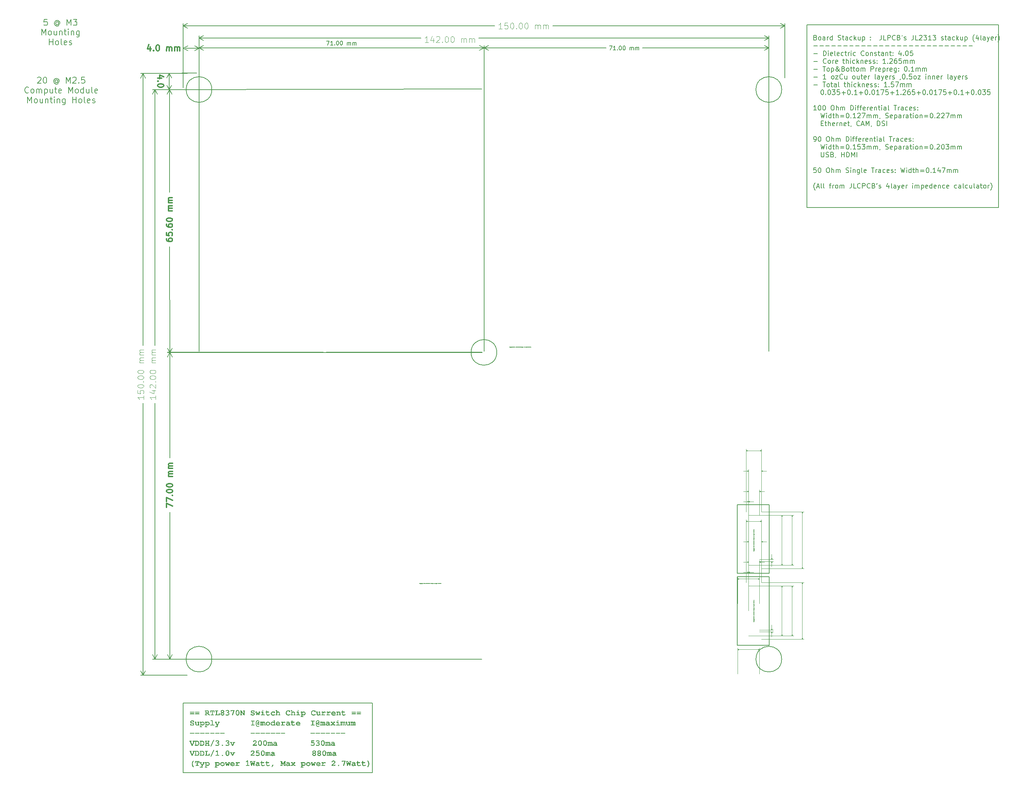
<source format=gbr>
%TF.GenerationSoftware,KiCad,Pcbnew,7.0.2-6a45011f42~172~ubuntu22.04.1*%
%TF.CreationDate,2023-04-24T13:24:37-07:00*%
%TF.ProjectId,Hepta-Pi_1.1,48657074-612d-4506-995f-312e312e6b69,2.1*%
%TF.SameCoordinates,PX37cf1c0PY1ad88f0*%
%TF.FileFunction,Other,Comment*%
%FSLAX46Y46*%
G04 Gerber Fmt 4.6, Leading zero omitted, Abs format (unit mm)*
G04 Created by KiCad (PCBNEW 7.0.2-6a45011f42~172~ubuntu22.04.1) date 2023-04-24 13:24:37*
%MOMM*%
%LPD*%
G01*
G04 APERTURE LIST*
%ADD10C,0.130000*%
%ADD11C,0.200000*%
%ADD12C,0.300000*%
%ADD13C,0.160000*%
%ADD14C,0.100000*%
%ADD15C,0.002000*%
%ADD16C,0.150000*%
G04 APERTURE END LIST*
D10*
X138170000Y-107420000D02*
X146070000Y-107420000D01*
X146070000Y-124520000D01*
X138170000Y-124520000D01*
X138170000Y-107420000D01*
D11*
X80000Y-156900000D02*
X47190000Y-156900000D01*
X47190000Y-174275000D01*
X80000Y-174275000D01*
X80000Y-156900000D01*
X155500000Y12225000D02*
X203270000Y12225000D01*
X203270000Y-33385000D01*
X155500000Y-33385000D01*
X155500000Y12225000D01*
D10*
X138170000Y-125370000D02*
X146070000Y-125370000D01*
X146070000Y-142470000D01*
X138170000Y-142470000D01*
X138170000Y-125370000D01*
D12*
G36*
X1743660Y-159187381D02*
G01*
X1744221Y-159172698D01*
X1746500Y-159156066D01*
X1750532Y-159141349D01*
X1757685Y-159126215D01*
X1767362Y-159113838D01*
X1779563Y-159104216D01*
X1794135Y-159096621D01*
X1807970Y-159091493D01*
X1823344Y-159087455D01*
X1840256Y-159084509D01*
X1854893Y-159082937D01*
X1870515Y-159082064D01*
X1882878Y-159081868D01*
X2693276Y-159081868D01*
X2710134Y-159082280D01*
X2725905Y-159083517D01*
X2740588Y-159085577D01*
X2760574Y-159090214D01*
X2778112Y-159096706D01*
X2793203Y-159105052D01*
X2805847Y-159115253D01*
X2816044Y-159127309D01*
X2823793Y-159141219D01*
X2829095Y-159156984D01*
X2831950Y-159174604D01*
X2832494Y-159187381D01*
X2831271Y-159206237D01*
X2827600Y-159223239D01*
X2821482Y-159238386D01*
X2812917Y-159251678D01*
X2801904Y-159263115D01*
X2788445Y-159272698D01*
X2772538Y-159280426D01*
X2754184Y-159286299D01*
X2733383Y-159290318D01*
X2718156Y-159291966D01*
X2701841Y-159292791D01*
X2693276Y-159292894D01*
X1882878Y-159292894D01*
X1866020Y-159292482D01*
X1850249Y-159291245D01*
X1835566Y-159289184D01*
X1815580Y-159284548D01*
X1798042Y-159278056D01*
X1782951Y-159269710D01*
X1770307Y-159259509D01*
X1760110Y-159247453D01*
X1752361Y-159233543D01*
X1747059Y-159217778D01*
X1744203Y-159200158D01*
X1743660Y-159187381D01*
G37*
G36*
X1743660Y-159575727D02*
G01*
X1744221Y-159561044D01*
X1746500Y-159544413D01*
X1750532Y-159529695D01*
X1757685Y-159514561D01*
X1767362Y-159502184D01*
X1779563Y-159492562D01*
X1794135Y-159484967D01*
X1807970Y-159479839D01*
X1823344Y-159475801D01*
X1840256Y-159472855D01*
X1854893Y-159471283D01*
X1870515Y-159470411D01*
X1882878Y-159470214D01*
X2693276Y-159470214D01*
X2710134Y-159470626D01*
X2725905Y-159471863D01*
X2740588Y-159473924D01*
X2760574Y-159478560D01*
X2778112Y-159485052D01*
X2793203Y-159493398D01*
X2805847Y-159503599D01*
X2816044Y-159515655D01*
X2823793Y-159529565D01*
X2829095Y-159545330D01*
X2831950Y-159562950D01*
X2832494Y-159575727D01*
X2831271Y-159594583D01*
X2827600Y-159611585D01*
X2821482Y-159626732D01*
X2812917Y-159640024D01*
X2801904Y-159651461D01*
X2788445Y-159661044D01*
X2772538Y-159668772D01*
X2754184Y-159674645D01*
X2733383Y-159678664D01*
X2718156Y-159680313D01*
X2701841Y-159681137D01*
X2693276Y-159681240D01*
X1882878Y-159681240D01*
X1866020Y-159680828D01*
X1850249Y-159679591D01*
X1835566Y-159677530D01*
X1815580Y-159672894D01*
X1798042Y-159666402D01*
X1782951Y-159658056D01*
X1770307Y-159647855D01*
X1760110Y-159635799D01*
X1752361Y-159621889D01*
X1747059Y-159606124D01*
X1744203Y-159588504D01*
X1743660Y-159575727D01*
G37*
G36*
X3002487Y-159187381D02*
G01*
X3003048Y-159172698D01*
X3005327Y-159156066D01*
X3009359Y-159141349D01*
X3016512Y-159126215D01*
X3026189Y-159113838D01*
X3038391Y-159104216D01*
X3052963Y-159096621D01*
X3066798Y-159091493D01*
X3082172Y-159087455D01*
X3099084Y-159084509D01*
X3113721Y-159082937D01*
X3129343Y-159082064D01*
X3141706Y-159081868D01*
X3952103Y-159081868D01*
X3968962Y-159082280D01*
X3984733Y-159083517D01*
X3999416Y-159085577D01*
X4019401Y-159090214D01*
X4036940Y-159096706D01*
X4052031Y-159105052D01*
X4064675Y-159115253D01*
X4074871Y-159127309D01*
X4082621Y-159141219D01*
X4087923Y-159156984D01*
X4090778Y-159174604D01*
X4091322Y-159187381D01*
X4090098Y-159206237D01*
X4086428Y-159223239D01*
X4080310Y-159238386D01*
X4071744Y-159251678D01*
X4060732Y-159263115D01*
X4047272Y-159272698D01*
X4031366Y-159280426D01*
X4013012Y-159286299D01*
X3992210Y-159290318D01*
X3976983Y-159291966D01*
X3960669Y-159292791D01*
X3952103Y-159292894D01*
X3141706Y-159292894D01*
X3124847Y-159292482D01*
X3109076Y-159291245D01*
X3094393Y-159289184D01*
X3074408Y-159284548D01*
X3056869Y-159278056D01*
X3041778Y-159269710D01*
X3029135Y-159259509D01*
X3018938Y-159247453D01*
X3011188Y-159233543D01*
X3005886Y-159217778D01*
X3003031Y-159200158D01*
X3002487Y-159187381D01*
G37*
G36*
X3002487Y-159575727D02*
G01*
X3003048Y-159561044D01*
X3005327Y-159544413D01*
X3009359Y-159529695D01*
X3016512Y-159514561D01*
X3026189Y-159502184D01*
X3038391Y-159492562D01*
X3052963Y-159484967D01*
X3066798Y-159479839D01*
X3082172Y-159475801D01*
X3099084Y-159472855D01*
X3113721Y-159471283D01*
X3129343Y-159470411D01*
X3141706Y-159470214D01*
X3952103Y-159470214D01*
X3968962Y-159470626D01*
X3984733Y-159471863D01*
X3999416Y-159473924D01*
X4019401Y-159478560D01*
X4036940Y-159485052D01*
X4052031Y-159493398D01*
X4064675Y-159503599D01*
X4074871Y-159515655D01*
X4082621Y-159529565D01*
X4087923Y-159545330D01*
X4090778Y-159562950D01*
X4091322Y-159575727D01*
X4090098Y-159594583D01*
X4086428Y-159611585D01*
X4080310Y-159626732D01*
X4071744Y-159640024D01*
X4060732Y-159651461D01*
X4047272Y-159661044D01*
X4031366Y-159668772D01*
X4013012Y-159674645D01*
X3992210Y-159678664D01*
X3976983Y-159680313D01*
X3960669Y-159681137D01*
X3952103Y-159681240D01*
X3141706Y-159681240D01*
X3124847Y-159680828D01*
X3109076Y-159679591D01*
X3094393Y-159677530D01*
X3074408Y-159672894D01*
X3056869Y-159666402D01*
X3041778Y-159658056D01*
X3029135Y-159647855D01*
X3018938Y-159635799D01*
X3011188Y-159621889D01*
X3005886Y-159606124D01*
X3003031Y-159588504D01*
X3002487Y-159575727D01*
G37*
G36*
X6073013Y-158742656D02*
G01*
X6097733Y-158743880D01*
X6121866Y-158745919D01*
X6145412Y-158748774D01*
X6168371Y-158752445D01*
X6190744Y-158756931D01*
X6212530Y-158762234D01*
X6233729Y-158768352D01*
X6254341Y-158775285D01*
X6274366Y-158783035D01*
X6293805Y-158791600D01*
X6312657Y-158800981D01*
X6330922Y-158811178D01*
X6348601Y-158822190D01*
X6365693Y-158834018D01*
X6382198Y-158846662D01*
X6397903Y-158859957D01*
X6412594Y-158873739D01*
X6426273Y-158888007D01*
X6438938Y-158902762D01*
X6450590Y-158918003D01*
X6461229Y-158933731D01*
X6470855Y-158949945D01*
X6479467Y-158966646D01*
X6487067Y-158983834D01*
X6493653Y-159001508D01*
X6499225Y-159019669D01*
X6503785Y-159038316D01*
X6507331Y-159057450D01*
X6509864Y-159077071D01*
X6511384Y-159097178D01*
X6511891Y-159117772D01*
X6511000Y-159141771D01*
X6508330Y-159165227D01*
X6503879Y-159188139D01*
X6497648Y-159210508D01*
X6489637Y-159232332D01*
X6479845Y-159253613D01*
X6468273Y-159274349D01*
X6454921Y-159294542D01*
X6439788Y-159314192D01*
X6422876Y-159333297D01*
X6404182Y-159351858D01*
X6383709Y-159369876D01*
X6361455Y-159387350D01*
X6337421Y-159404280D01*
X6324736Y-159412541D01*
X6311607Y-159420666D01*
X6298032Y-159428655D01*
X6284012Y-159436509D01*
X6301108Y-159451860D01*
X6318141Y-159467873D01*
X6335111Y-159484547D01*
X6352018Y-159501882D01*
X6368863Y-159519878D01*
X6385644Y-159538535D01*
X6402362Y-159557854D01*
X6419017Y-159577834D01*
X6435610Y-159598474D01*
X6452139Y-159619777D01*
X6468605Y-159641740D01*
X6485009Y-159664364D01*
X6501349Y-159687650D01*
X6517627Y-159711597D01*
X6525742Y-159723818D01*
X6533841Y-159736205D01*
X6541925Y-159748756D01*
X6549993Y-159761474D01*
X6577470Y-159761474D01*
X6594328Y-159761886D01*
X6610099Y-159763122D01*
X6624782Y-159765183D01*
X6644768Y-159769820D01*
X6662306Y-159776311D01*
X6677397Y-159784658D01*
X6690041Y-159794859D01*
X6700238Y-159806914D01*
X6707987Y-159820825D01*
X6713289Y-159836590D01*
X6716144Y-159854210D01*
X6716688Y-159866987D01*
X6715465Y-159885843D01*
X6711794Y-159902844D01*
X6705676Y-159917991D01*
X6697111Y-159931284D01*
X6686098Y-159942721D01*
X6672639Y-159952304D01*
X6656732Y-159960032D01*
X6638378Y-159965905D01*
X6617577Y-159969924D01*
X6602350Y-159971572D01*
X6586035Y-159972396D01*
X6577470Y-159972500D01*
X6410774Y-159972500D01*
X6400849Y-159953516D01*
X6390584Y-159934575D01*
X6379978Y-159915677D01*
X6369031Y-159896822D01*
X6357744Y-159878010D01*
X6346117Y-159859241D01*
X6334148Y-159840515D01*
X6321839Y-159821832D01*
X6309190Y-159803192D01*
X6296199Y-159784595D01*
X6282869Y-159766040D01*
X6269197Y-159747529D01*
X6255185Y-159729060D01*
X6240833Y-159710635D01*
X6226139Y-159692252D01*
X6211106Y-159673913D01*
X6196158Y-159656075D01*
X6181630Y-159639200D01*
X6167524Y-159623286D01*
X6153838Y-159608333D01*
X6140573Y-159594343D01*
X6127729Y-159581314D01*
X6115306Y-159569247D01*
X6103303Y-159558142D01*
X6091721Y-159547998D01*
X6075137Y-159534585D01*
X6059499Y-159523337D01*
X6044809Y-159514252D01*
X6031065Y-159507331D01*
X6022428Y-159503920D01*
X5819829Y-159503920D01*
X5819829Y-159761474D01*
X5893468Y-159761474D01*
X5910371Y-159761886D01*
X5926183Y-159763122D01*
X5940905Y-159765183D01*
X5960943Y-159769820D01*
X5978527Y-159776311D01*
X5993658Y-159784658D01*
X6006335Y-159794859D01*
X6016559Y-159806914D01*
X6024328Y-159820825D01*
X6029645Y-159836590D01*
X6032507Y-159854210D01*
X6033053Y-159866987D01*
X6031826Y-159885843D01*
X6028145Y-159902844D01*
X6022011Y-159917991D01*
X6013423Y-159931284D01*
X6002382Y-159942721D01*
X5988887Y-159952304D01*
X5972938Y-159960032D01*
X5954536Y-159965905D01*
X5933680Y-159969924D01*
X5918413Y-159971572D01*
X5902055Y-159972396D01*
X5893468Y-159972500D01*
X5576929Y-159972500D01*
X5560071Y-159972087D01*
X5544300Y-159970851D01*
X5529617Y-159968790D01*
X5509631Y-159964153D01*
X5492093Y-159957662D01*
X5477002Y-159949316D01*
X5464358Y-159939115D01*
X5454161Y-159927059D01*
X5446412Y-159913148D01*
X5441109Y-159897383D01*
X5438254Y-159879764D01*
X5437711Y-159866987D01*
X5438934Y-159848130D01*
X5442605Y-159831129D01*
X5448723Y-159815982D01*
X5457288Y-159802690D01*
X5468301Y-159791252D01*
X5481760Y-159781670D01*
X5497667Y-159773942D01*
X5516021Y-159768068D01*
X5536822Y-159764050D01*
X5552049Y-159762401D01*
X5568364Y-159761577D01*
X5576929Y-159761474D01*
X5608803Y-159761474D01*
X5608803Y-158953274D01*
X5819829Y-158953274D01*
X5819829Y-159292894D01*
X5980296Y-159292894D01*
X5996698Y-159292692D01*
X6012748Y-159292087D01*
X6028446Y-159291078D01*
X6043792Y-159289665D01*
X6058785Y-159287849D01*
X6073427Y-159285629D01*
X6094729Y-159281543D01*
X6115240Y-159276549D01*
X6134958Y-159270647D01*
X6153884Y-159263837D01*
X6172018Y-159256118D01*
X6189360Y-159247492D01*
X6200481Y-159241236D01*
X6216195Y-159231319D01*
X6230363Y-159220938D01*
X6242985Y-159210093D01*
X6254062Y-159198784D01*
X6263593Y-159187012D01*
X6273897Y-159170594D01*
X6281453Y-159153352D01*
X6286262Y-159135286D01*
X6288323Y-159116395D01*
X6288408Y-159111543D01*
X6287384Y-159095034D01*
X6284310Y-159079212D01*
X6279186Y-159064076D01*
X6272014Y-159049628D01*
X6262792Y-159035866D01*
X6251520Y-159022792D01*
X6238199Y-159010404D01*
X6222829Y-158998703D01*
X6210221Y-158990585D01*
X6196988Y-158983264D01*
X6183130Y-158976743D01*
X6168647Y-158971020D01*
X6153540Y-158966095D01*
X6137808Y-158961970D01*
X6121452Y-158958642D01*
X6104471Y-158956113D01*
X6086865Y-158954383D01*
X6068634Y-158953452D01*
X6056133Y-158953274D01*
X5819829Y-158953274D01*
X5608803Y-158953274D01*
X5576929Y-158953274D01*
X5560071Y-158952862D01*
X5544300Y-158951625D01*
X5529617Y-158949565D01*
X5509631Y-158944928D01*
X5492093Y-158938436D01*
X5477002Y-158930090D01*
X5464358Y-158919889D01*
X5454161Y-158907833D01*
X5446412Y-158893923D01*
X5441109Y-158878158D01*
X5438254Y-158860538D01*
X5437711Y-158847761D01*
X5438272Y-158833078D01*
X5440551Y-158816447D01*
X5444583Y-158801730D01*
X5451735Y-158786596D01*
X5461413Y-158774218D01*
X5473614Y-158764596D01*
X5488186Y-158757002D01*
X5502021Y-158751873D01*
X5517395Y-158747835D01*
X5534307Y-158744889D01*
X5548944Y-158743318D01*
X5564566Y-158742445D01*
X5576929Y-158742248D01*
X6047707Y-158742248D01*
X6073013Y-158742656D01*
G37*
G36*
X7565921Y-159761474D02*
G01*
X7582823Y-159761886D01*
X7598636Y-159763122D01*
X7613358Y-159765183D01*
X7633396Y-159769820D01*
X7650980Y-159776311D01*
X7666111Y-159784658D01*
X7678788Y-159794859D01*
X7689012Y-159806914D01*
X7696781Y-159820825D01*
X7702098Y-159836590D01*
X7704960Y-159854210D01*
X7705505Y-159866987D01*
X7704279Y-159885843D01*
X7700598Y-159902844D01*
X7694464Y-159917991D01*
X7685876Y-159931284D01*
X7674835Y-159942721D01*
X7661340Y-159952304D01*
X7645391Y-159960032D01*
X7626989Y-159965905D01*
X7606133Y-159969924D01*
X7590866Y-159971572D01*
X7574508Y-159972396D01*
X7565921Y-159972500D01*
X7078656Y-159972500D01*
X7061798Y-159972087D01*
X7046027Y-159970851D01*
X7031344Y-159968790D01*
X7011358Y-159964153D01*
X6993820Y-159957662D01*
X6978729Y-159949316D01*
X6966085Y-159939115D01*
X6955888Y-159927059D01*
X6948139Y-159913148D01*
X6942837Y-159897383D01*
X6939982Y-159879764D01*
X6939438Y-159866987D01*
X6939999Y-159852303D01*
X6942278Y-159835672D01*
X6946310Y-159820955D01*
X6953463Y-159805821D01*
X6963140Y-159793443D01*
X6975341Y-159783822D01*
X6989913Y-159776227D01*
X7003748Y-159771098D01*
X7019122Y-159767061D01*
X7036034Y-159764114D01*
X7050672Y-159762543D01*
X7066294Y-159761670D01*
X7078656Y-159761474D01*
X7215676Y-159761474D01*
X7215676Y-158953274D01*
X6989996Y-158953274D01*
X6989996Y-159149645D01*
X6989584Y-159166504D01*
X6988347Y-159182275D01*
X6986287Y-159196958D01*
X6981650Y-159216943D01*
X6975158Y-159234482D01*
X6966812Y-159249573D01*
X6956611Y-159262216D01*
X6944555Y-159272413D01*
X6930645Y-159280163D01*
X6914880Y-159285465D01*
X6897260Y-159288320D01*
X6884483Y-159288864D01*
X6865627Y-159287640D01*
X6848625Y-159283969D01*
X6833478Y-159277851D01*
X6820186Y-159269286D01*
X6808749Y-159258274D01*
X6799166Y-159244814D01*
X6791438Y-159228907D01*
X6785565Y-159210553D01*
X6781546Y-159189752D01*
X6779898Y-159174525D01*
X6779073Y-159158211D01*
X6778970Y-159149645D01*
X6778970Y-158742248D01*
X7867805Y-158742248D01*
X7867805Y-159149645D01*
X7867456Y-159166006D01*
X7866408Y-159181382D01*
X7864116Y-159199217D01*
X7860734Y-159215514D01*
X7856260Y-159230272D01*
X7849450Y-159245951D01*
X7845457Y-159252960D01*
X7835835Y-159265162D01*
X7823458Y-159274839D01*
X7808324Y-159281992D01*
X7793606Y-159286024D01*
X7776975Y-159288303D01*
X7762292Y-159288864D01*
X7743436Y-159287640D01*
X7726434Y-159283969D01*
X7711287Y-159277851D01*
X7697995Y-159269286D01*
X7686558Y-159258274D01*
X7676975Y-159244814D01*
X7669247Y-159228907D01*
X7663374Y-159210553D01*
X7659355Y-159189752D01*
X7657706Y-159174525D01*
X7656882Y-159158211D01*
X7656779Y-159149645D01*
X7656779Y-158953274D01*
X7426702Y-158953274D01*
X7426702Y-159761474D01*
X7565921Y-159761474D01*
G37*
G36*
X9048597Y-159425884D02*
G01*
X9063280Y-159426445D01*
X9079911Y-159428724D01*
X9094629Y-159432756D01*
X9109763Y-159439909D01*
X9122140Y-159449586D01*
X9131762Y-159461788D01*
X9139356Y-159476437D01*
X9144485Y-159490454D01*
X9148523Y-159506118D01*
X9151469Y-159523427D01*
X9153040Y-159538459D01*
X9153913Y-159554545D01*
X9154110Y-159567301D01*
X9154110Y-159972500D01*
X8157965Y-159972500D01*
X8141107Y-159972087D01*
X8125336Y-159970851D01*
X8110653Y-159968790D01*
X8090667Y-159964153D01*
X8073129Y-159957662D01*
X8058038Y-159949316D01*
X8045394Y-159939115D01*
X8035197Y-159927059D01*
X8027448Y-159913148D01*
X8022146Y-159897383D01*
X8019291Y-159879764D01*
X8018747Y-159866987D01*
X8019308Y-159852303D01*
X8021587Y-159835672D01*
X8025619Y-159820955D01*
X8032772Y-159805821D01*
X8042449Y-159793443D01*
X8054651Y-159783822D01*
X8069222Y-159776227D01*
X8083057Y-159771098D01*
X8098431Y-159767061D01*
X8115343Y-159764114D01*
X8129981Y-159762543D01*
X8145603Y-159761670D01*
X8157965Y-159761474D01*
X8278499Y-159761474D01*
X8278499Y-158953274D01*
X8157965Y-158953274D01*
X8141107Y-158952862D01*
X8125336Y-158951625D01*
X8110653Y-158949565D01*
X8090667Y-158944928D01*
X8073129Y-158938436D01*
X8058038Y-158930090D01*
X8045394Y-158919889D01*
X8035197Y-158907833D01*
X8027448Y-158893923D01*
X8022146Y-158878158D01*
X8019291Y-158860538D01*
X8018747Y-158847761D01*
X8019308Y-158833078D01*
X8021587Y-158816447D01*
X8025619Y-158801730D01*
X8032772Y-158786596D01*
X8042449Y-158774218D01*
X8054651Y-158764596D01*
X8069222Y-158757002D01*
X8083057Y-158751873D01*
X8098431Y-158747835D01*
X8115343Y-158744889D01*
X8129981Y-158743318D01*
X8145603Y-158742445D01*
X8157965Y-158742248D01*
X8609692Y-158742248D01*
X8626551Y-158742660D01*
X8642322Y-158743897D01*
X8657005Y-158745958D01*
X8676990Y-158750595D01*
X8694529Y-158757086D01*
X8709620Y-158765432D01*
X8722264Y-158775633D01*
X8732460Y-158787689D01*
X8740210Y-158801599D01*
X8745512Y-158817364D01*
X8748367Y-158834984D01*
X8748911Y-158847761D01*
X8747687Y-158866617D01*
X8744016Y-158883619D01*
X8737898Y-158898766D01*
X8729333Y-158912058D01*
X8718321Y-158923496D01*
X8704861Y-158933078D01*
X8688955Y-158940806D01*
X8670601Y-158946680D01*
X8649799Y-158950698D01*
X8634572Y-158952347D01*
X8618258Y-158953171D01*
X8609692Y-158953274D01*
X8489525Y-158953274D01*
X8489525Y-159761474D01*
X8943084Y-159761474D01*
X8943084Y-159567301D01*
X8943496Y-159550176D01*
X8944733Y-159534156D01*
X8946793Y-159519241D01*
X8951430Y-159498940D01*
X8957922Y-159481125D01*
X8966268Y-159465796D01*
X8976469Y-159452952D01*
X8988525Y-159442594D01*
X9002435Y-159434723D01*
X9018200Y-159429337D01*
X9035820Y-159426436D01*
X9048597Y-159425884D01*
G37*
G36*
X9863505Y-158626549D02*
G01*
X9885556Y-158627862D01*
X9907194Y-158630052D01*
X9928421Y-158633118D01*
X9949235Y-158637059D01*
X9969637Y-158641876D01*
X9989626Y-158647569D01*
X10009204Y-158654138D01*
X10028369Y-158661582D01*
X10047123Y-158669903D01*
X10065464Y-158679099D01*
X10083393Y-158689171D01*
X10100910Y-158700119D01*
X10118014Y-158711943D01*
X10134707Y-158724643D01*
X10150987Y-158738218D01*
X10166603Y-158752368D01*
X10181212Y-158766881D01*
X10194813Y-158781757D01*
X10207407Y-158796997D01*
X10218993Y-158812600D01*
X10229572Y-158828567D01*
X10239143Y-158844898D01*
X10247707Y-158861591D01*
X10255263Y-158878649D01*
X10261812Y-158896070D01*
X10267353Y-158913854D01*
X10271887Y-158932002D01*
X10275413Y-158950513D01*
X10277932Y-158969388D01*
X10279443Y-158988627D01*
X10279947Y-159008229D01*
X10279222Y-159028901D01*
X10277045Y-159049244D01*
X10273417Y-159069258D01*
X10268338Y-159088943D01*
X10261808Y-159108299D01*
X10253827Y-159127326D01*
X10244394Y-159146023D01*
X10233510Y-159164392D01*
X10221176Y-159182431D01*
X10207390Y-159200141D01*
X10192153Y-159217521D01*
X10175465Y-159234573D01*
X10157325Y-159251296D01*
X10137735Y-159267689D01*
X10116693Y-159283753D01*
X10094200Y-159299488D01*
X10106800Y-159307592D01*
X10119000Y-159315827D01*
X10142200Y-159332696D01*
X10163800Y-159350094D01*
X10183799Y-159368021D01*
X10202199Y-159386478D01*
X10218999Y-159405465D01*
X10234199Y-159424981D01*
X10247799Y-159445027D01*
X10259799Y-159465602D01*
X10270198Y-159486706D01*
X10278998Y-159508340D01*
X10286198Y-159530504D01*
X10291798Y-159553197D01*
X10295798Y-159576420D01*
X10298198Y-159600172D01*
X10298998Y-159624453D01*
X10298499Y-159645273D01*
X10297000Y-159665601D01*
X10294503Y-159685436D01*
X10291007Y-159704779D01*
X10286512Y-159723629D01*
X10281018Y-159741988D01*
X10274525Y-159759854D01*
X10267033Y-159777227D01*
X10258542Y-159794109D01*
X10249052Y-159810498D01*
X10238564Y-159826395D01*
X10227076Y-159841799D01*
X10214590Y-159856711D01*
X10201104Y-159871131D01*
X10186620Y-159885059D01*
X10171137Y-159898494D01*
X10154898Y-159911271D01*
X10138055Y-159923224D01*
X10120609Y-159934352D01*
X10102558Y-159944656D01*
X10083904Y-159954135D01*
X10064645Y-159962791D01*
X10044783Y-159970622D01*
X10024316Y-159977629D01*
X10003246Y-159983811D01*
X9981572Y-159989169D01*
X9959294Y-159993703D01*
X9936412Y-159997412D01*
X9912926Y-160000297D01*
X9888836Y-160002358D01*
X9864142Y-160003595D01*
X9838845Y-160004007D01*
X9813816Y-160003595D01*
X9789380Y-160002358D01*
X9765536Y-160000297D01*
X9742285Y-159997412D01*
X9719626Y-159993703D01*
X9697560Y-159989169D01*
X9676086Y-159983811D01*
X9655204Y-159977629D01*
X9634916Y-159970622D01*
X9615219Y-159962791D01*
X9596115Y-159954135D01*
X9577604Y-159944656D01*
X9559685Y-159934352D01*
X9542359Y-159923224D01*
X9525625Y-159911271D01*
X9509483Y-159898494D01*
X9494177Y-159885059D01*
X9479859Y-159871131D01*
X9466528Y-159856711D01*
X9454185Y-159841799D01*
X9442829Y-159826395D01*
X9432461Y-159810498D01*
X9423080Y-159794109D01*
X9414686Y-159777227D01*
X9407280Y-159759854D01*
X9400862Y-159741988D01*
X9395431Y-159723629D01*
X9390987Y-159704779D01*
X9387531Y-159685436D01*
X9385062Y-159665601D01*
X9383581Y-159645273D01*
X9383087Y-159624453D01*
X9383642Y-159607601D01*
X9594113Y-159607601D01*
X9594725Y-159622338D01*
X9597444Y-159641245D01*
X9602339Y-159659306D01*
X9609408Y-159676519D01*
X9618653Y-159692886D01*
X9630073Y-159708405D01*
X9640066Y-159719488D01*
X9651283Y-159730094D01*
X9663722Y-159740225D01*
X9677109Y-159749653D01*
X9691165Y-159758154D01*
X9705892Y-159765727D01*
X9721287Y-159772373D01*
X9737353Y-159778092D01*
X9754088Y-159782883D01*
X9771494Y-159786747D01*
X9789569Y-159789684D01*
X9808313Y-159791693D01*
X9827728Y-159792775D01*
X9841043Y-159792981D01*
X9860904Y-159792527D01*
X9880095Y-159791165D01*
X9898616Y-159788895D01*
X9916468Y-159785717D01*
X9933650Y-159781631D01*
X9950162Y-159776636D01*
X9966004Y-159770734D01*
X9981177Y-159763924D01*
X9995680Y-159756205D01*
X10009513Y-159747579D01*
X10018363Y-159741324D01*
X10030803Y-159731387D01*
X10042019Y-159720947D01*
X10052012Y-159710006D01*
X10063432Y-159694636D01*
X10072677Y-159678373D01*
X10079747Y-159661217D01*
X10084641Y-159643167D01*
X10087360Y-159624225D01*
X10087972Y-159609433D01*
X10087341Y-159594604D01*
X10084536Y-159575505D01*
X10079487Y-159557172D01*
X10072194Y-159539607D01*
X10062657Y-159522808D01*
X10054032Y-159510713D01*
X10044145Y-159499049D01*
X10032995Y-159487817D01*
X10020583Y-159477016D01*
X10016165Y-159473511D01*
X10002424Y-159463494D01*
X9988129Y-159454462D01*
X9973281Y-159446415D01*
X9957879Y-159439354D01*
X9941922Y-159433277D01*
X9925412Y-159428187D01*
X9908349Y-159424081D01*
X9890731Y-159420961D01*
X9872559Y-159418826D01*
X9853834Y-159417677D01*
X9841043Y-159417458D01*
X9822331Y-159417950D01*
X9804116Y-159419428D01*
X9786396Y-159421892D01*
X9769172Y-159425340D01*
X9752445Y-159429774D01*
X9736212Y-159435193D01*
X9720476Y-159441598D01*
X9705236Y-159448988D01*
X9690492Y-159457363D01*
X9676243Y-159466724D01*
X9667020Y-159473511D01*
X9653991Y-159484152D01*
X9642243Y-159495193D01*
X9631777Y-159506632D01*
X9622592Y-159518471D01*
X9612340Y-159534877D01*
X9604366Y-159551993D01*
X9598670Y-159569819D01*
X9595252Y-159588355D01*
X9594113Y-159607601D01*
X9383642Y-159607601D01*
X9383887Y-159600172D01*
X9386287Y-159576420D01*
X9390287Y-159553197D01*
X9395887Y-159530504D01*
X9403087Y-159508340D01*
X9411887Y-159486706D01*
X9422287Y-159465602D01*
X9434287Y-159445027D01*
X9447887Y-159424981D01*
X9463087Y-159405465D01*
X9479886Y-159386478D01*
X9498286Y-159368021D01*
X9518286Y-159350094D01*
X9539886Y-159332696D01*
X9563085Y-159315827D01*
X9575285Y-159307592D01*
X9587885Y-159299488D01*
X9565392Y-159283770D01*
X9544351Y-159267758D01*
X9524760Y-159251450D01*
X9506621Y-159234848D01*
X9489933Y-159217951D01*
X9474696Y-159200759D01*
X9460910Y-159183272D01*
X9448575Y-159165491D01*
X9437691Y-159147414D01*
X9428259Y-159129043D01*
X9420278Y-159110377D01*
X9413748Y-159091416D01*
X9408669Y-159072161D01*
X9405041Y-159052610D01*
X9402864Y-159032765D01*
X9402429Y-159020685D01*
X9613164Y-159020685D01*
X9613728Y-159035478D01*
X9616232Y-159054420D01*
X9620740Y-159072469D01*
X9627252Y-159089625D01*
X9635767Y-159105888D01*
X9646285Y-159121259D01*
X9658808Y-159135736D01*
X9669514Y-159146007D01*
X9677278Y-159152576D01*
X9689674Y-159161808D01*
X9702682Y-159170132D01*
X9716301Y-159177547D01*
X9730532Y-159184055D01*
X9745376Y-159189655D01*
X9760830Y-159194346D01*
X9776897Y-159198130D01*
X9793576Y-159201005D01*
X9810866Y-159202972D01*
X9828768Y-159204032D01*
X9841043Y-159204234D01*
X9859350Y-159203789D01*
X9877038Y-159202456D01*
X9894108Y-159200234D01*
X9910560Y-159197124D01*
X9926394Y-159193125D01*
X9941610Y-159188237D01*
X9956207Y-159182460D01*
X9970186Y-159175795D01*
X9983547Y-159168240D01*
X9996290Y-159159798D01*
X10004441Y-159153675D01*
X10015965Y-159143935D01*
X10029566Y-159130136D01*
X10041152Y-159115410D01*
X10050723Y-159099756D01*
X10058280Y-159083176D01*
X10063821Y-159065667D01*
X10067347Y-159047232D01*
X10068858Y-159027869D01*
X10068921Y-159022883D01*
X10068364Y-159007698D01*
X10066693Y-158993053D01*
X10062732Y-158974369D01*
X10056790Y-158956646D01*
X10048867Y-158939885D01*
X10038964Y-158924085D01*
X10027080Y-158909247D01*
X10013215Y-158895371D01*
X10005540Y-158888794D01*
X9993325Y-158879562D01*
X9980446Y-158871239D01*
X9966904Y-158863823D01*
X9952698Y-158857315D01*
X9937829Y-158851716D01*
X9922297Y-158847024D01*
X9906101Y-158843241D01*
X9889243Y-158840365D01*
X9871720Y-158838398D01*
X9853535Y-158837338D01*
X9841043Y-158837137D01*
X9822415Y-158837591D01*
X9804451Y-158838953D01*
X9787150Y-158841223D01*
X9770512Y-158844401D01*
X9754538Y-158848487D01*
X9739226Y-158853481D01*
X9724579Y-158859384D01*
X9710594Y-158866194D01*
X9697273Y-158873912D01*
X9684615Y-158882539D01*
X9676545Y-158888794D01*
X9665218Y-158898731D01*
X9651849Y-158912762D01*
X9640460Y-158927685D01*
X9631052Y-158943502D01*
X9623625Y-158960211D01*
X9618178Y-158977814D01*
X9614712Y-158996310D01*
X9613226Y-159015698D01*
X9613164Y-159020685D01*
X9402429Y-159020685D01*
X9402138Y-159012625D01*
X9402636Y-158992491D01*
X9404130Y-158972754D01*
X9406621Y-158953416D01*
X9410107Y-158934475D01*
X9414589Y-158915932D01*
X9420067Y-158897787D01*
X9426542Y-158880040D01*
X9434012Y-158862691D01*
X9442479Y-158845739D01*
X9451941Y-158829185D01*
X9462400Y-158813030D01*
X9473854Y-158797272D01*
X9486305Y-158781912D01*
X9499752Y-158766949D01*
X9514194Y-158752385D01*
X9529633Y-158738218D01*
X9545833Y-158724643D01*
X9562469Y-158711943D01*
X9579539Y-158700119D01*
X9597044Y-158689171D01*
X9614985Y-158679099D01*
X9633360Y-158669903D01*
X9652171Y-158661582D01*
X9671416Y-158654138D01*
X9691097Y-158647569D01*
X9711212Y-158641876D01*
X9731763Y-158637059D01*
X9752749Y-158633118D01*
X9774170Y-158630052D01*
X9796026Y-158627862D01*
X9818317Y-158626549D01*
X9841043Y-158626111D01*
X9863505Y-158626549D01*
G37*
G36*
X11032459Y-159792981D02*
G01*
X11053354Y-159792779D01*
X11073585Y-159792174D01*
X11093153Y-159791165D01*
X11112058Y-159789752D01*
X11130299Y-159787936D01*
X11147877Y-159785717D01*
X11164792Y-159783093D01*
X11181043Y-159780067D01*
X11196631Y-159776636D01*
X11211556Y-159772802D01*
X11225817Y-159768565D01*
X11252350Y-159758879D01*
X11276229Y-159747579D01*
X11297456Y-159734665D01*
X11316029Y-159720136D01*
X11331948Y-159703993D01*
X11345215Y-159686236D01*
X11355828Y-159666864D01*
X11363788Y-159645879D01*
X11369094Y-159623279D01*
X11371747Y-159599064D01*
X11372079Y-159586352D01*
X11371335Y-159569203D01*
X11369104Y-159552653D01*
X11365385Y-159536702D01*
X11360178Y-159521351D01*
X11353484Y-159506598D01*
X11345302Y-159492444D01*
X11335632Y-159478888D01*
X11324475Y-159465932D01*
X11311830Y-159453575D01*
X11297697Y-159441817D01*
X11287449Y-159434310D01*
X11271038Y-159423695D01*
X11253403Y-159413969D01*
X11234544Y-159405131D01*
X11214462Y-159397182D01*
X11200394Y-159392376D01*
X11185783Y-159387965D01*
X11170627Y-159383950D01*
X11154928Y-159380329D01*
X11138685Y-159377103D01*
X11121898Y-159374272D01*
X11104567Y-159371837D01*
X11086693Y-159369796D01*
X11068274Y-159368150D01*
X11049312Y-159366899D01*
X11029670Y-159364988D01*
X11011960Y-159361589D01*
X10996182Y-159356702D01*
X10982336Y-159350327D01*
X10966880Y-159339514D01*
X10954859Y-159326055D01*
X10946272Y-159309953D01*
X10941120Y-159291205D01*
X10939510Y-159275409D01*
X10939403Y-159269813D01*
X10940472Y-159252970D01*
X10943679Y-159237338D01*
X10949024Y-159222917D01*
X10956507Y-159209706D01*
X10966129Y-159197706D01*
X10969811Y-159193975D01*
X10981983Y-159183890D01*
X10995417Y-159175892D01*
X11010113Y-159169980D01*
X11026071Y-159166155D01*
X11043291Y-159164416D01*
X11049312Y-159164300D01*
X11133576Y-159164300D01*
X11152753Y-159163527D01*
X11171266Y-159161209D01*
X11189114Y-159157345D01*
X11206299Y-159151935D01*
X11222820Y-159144980D01*
X11238677Y-159136479D01*
X11253869Y-159126433D01*
X11268398Y-159114841D01*
X11281793Y-159102110D01*
X11293402Y-159088829D01*
X11303225Y-159074999D01*
X11311263Y-159060619D01*
X11317514Y-159045689D01*
X11321979Y-159030211D01*
X11324658Y-159014182D01*
X11325551Y-158997604D01*
X11324560Y-158979584D01*
X11321589Y-158962525D01*
X11316638Y-158946428D01*
X11309706Y-158931292D01*
X11300793Y-158917119D01*
X11289899Y-158903907D01*
X11277025Y-158891656D01*
X11262170Y-158880368D01*
X11245683Y-158870235D01*
X11232357Y-158863523D01*
X11218206Y-158857570D01*
X11203231Y-158852377D01*
X11187431Y-158847944D01*
X11170808Y-158844271D01*
X11153360Y-158841358D01*
X11135087Y-158839205D01*
X11115990Y-158837812D01*
X11096069Y-158837179D01*
X11089246Y-158837137D01*
X11074097Y-158837314D01*
X11059424Y-158837845D01*
X11040602Y-158839104D01*
X11022628Y-158840993D01*
X11005500Y-158843512D01*
X10989220Y-158846661D01*
X10973787Y-158850439D01*
X10959201Y-158854847D01*
X10952226Y-158857287D01*
X10935929Y-158863682D01*
X10921385Y-158870274D01*
X10906247Y-158878444D01*
X10893633Y-158886898D01*
X10882108Y-158897118D01*
X10878220Y-158901617D01*
X10868237Y-158913455D01*
X10857337Y-158924789D01*
X10845522Y-158935620D01*
X10832791Y-158945947D01*
X10819006Y-158954602D01*
X10804031Y-158960785D01*
X10787865Y-158964494D01*
X10772744Y-158965711D01*
X10770509Y-158965730D01*
X10755109Y-158964623D01*
X10740507Y-158961300D01*
X10726704Y-158955761D01*
X10713700Y-158948008D01*
X10701494Y-158938038D01*
X10697602Y-158934223D01*
X10687268Y-158922022D01*
X10679072Y-158909047D01*
X10673015Y-158895300D01*
X10669095Y-158880780D01*
X10667313Y-158865487D01*
X10667194Y-158860218D01*
X10668363Y-158843415D01*
X10671870Y-158826940D01*
X10677714Y-158810794D01*
X10685896Y-158794976D01*
X10696416Y-158779487D01*
X10709273Y-158764326D01*
X10724468Y-158749494D01*
X10735897Y-158739788D01*
X10748365Y-158730228D01*
X10761872Y-158720814D01*
X10776418Y-158711546D01*
X10792002Y-158702424D01*
X10800184Y-158697918D01*
X10816948Y-158689223D01*
X10833993Y-158681088D01*
X10851318Y-158673515D01*
X10868924Y-158666502D01*
X10886810Y-158660051D01*
X10904976Y-158654161D01*
X10923423Y-158648831D01*
X10942151Y-158644063D01*
X10961159Y-158639855D01*
X10980447Y-158636209D01*
X11000016Y-158633123D01*
X11019866Y-158630599D01*
X11039996Y-158628635D01*
X11060406Y-158627233D01*
X11081097Y-158626391D01*
X11102069Y-158626111D01*
X11125789Y-158626523D01*
X11148957Y-158627759D01*
X11171573Y-158629820D01*
X11193637Y-158632705D01*
X11215148Y-158636415D01*
X11236106Y-158640949D01*
X11256513Y-158646307D01*
X11276366Y-158652489D01*
X11295668Y-158659496D01*
X11314417Y-158667327D01*
X11332613Y-158675982D01*
X11350257Y-158685462D01*
X11367349Y-158695766D01*
X11383889Y-158706894D01*
X11399876Y-158718847D01*
X11415310Y-158731624D01*
X11429995Y-158745010D01*
X11443732Y-158758792D01*
X11456522Y-158772968D01*
X11468364Y-158787540D01*
X11479259Y-158802507D01*
X11489207Y-158817868D01*
X11498207Y-158833625D01*
X11506260Y-158849776D01*
X11513365Y-158866323D01*
X11519523Y-158883264D01*
X11524734Y-158900601D01*
X11528997Y-158918332D01*
X11532313Y-158936459D01*
X11534682Y-158954980D01*
X11536103Y-158973896D01*
X11536577Y-158993208D01*
X11536187Y-159009292D01*
X11535018Y-159024983D01*
X11533070Y-159040281D01*
X11530343Y-159055186D01*
X11526836Y-159069699D01*
X11522550Y-159083819D01*
X11515624Y-159102034D01*
X11507312Y-159119551D01*
X11497615Y-159136369D01*
X11492247Y-159144516D01*
X11483416Y-159156512D01*
X11473549Y-159168456D01*
X11462645Y-159180348D01*
X11450704Y-159192189D01*
X11437727Y-159203979D01*
X11423712Y-159215717D01*
X11408661Y-159227403D01*
X11392573Y-159239038D01*
X11375448Y-159250622D01*
X11357286Y-159262154D01*
X11344602Y-159269813D01*
X11359275Y-159277156D01*
X11373483Y-159284668D01*
X11387225Y-159292349D01*
X11400501Y-159300198D01*
X11413311Y-159308217D01*
X11425656Y-159316404D01*
X11448947Y-159333285D01*
X11470375Y-159350842D01*
X11489940Y-159369075D01*
X11507641Y-159387982D01*
X11523479Y-159407566D01*
X11537454Y-159427825D01*
X11549565Y-159448759D01*
X11559814Y-159470369D01*
X11568198Y-159492654D01*
X11574720Y-159515615D01*
X11579378Y-159539251D01*
X11582173Y-159563563D01*
X11583105Y-159588550D01*
X11582710Y-159607383D01*
X11581525Y-159625965D01*
X11579550Y-159644294D01*
X11576785Y-159662372D01*
X11573230Y-159680198D01*
X11568885Y-159697772D01*
X11563751Y-159715094D01*
X11557826Y-159732165D01*
X11551008Y-159748971D01*
X11543194Y-159765687D01*
X11534384Y-159782311D01*
X11524578Y-159798843D01*
X11516570Y-159811182D01*
X11508002Y-159823469D01*
X11498873Y-159835705D01*
X11489184Y-159847890D01*
X11478935Y-159860023D01*
X11475394Y-159864056D01*
X11464250Y-159875848D01*
X11452115Y-159887184D01*
X11438988Y-159898062D01*
X11424870Y-159908483D01*
X11409759Y-159918447D01*
X11393657Y-159927953D01*
X11376563Y-159937003D01*
X11358478Y-159945595D01*
X11339400Y-159953729D01*
X11319331Y-159961407D01*
X11305401Y-159966271D01*
X11291135Y-159970841D01*
X11276550Y-159975116D01*
X11261643Y-159979095D01*
X11246416Y-159982781D01*
X11230869Y-159986171D01*
X11215000Y-159989266D01*
X11198812Y-159992067D01*
X11182302Y-159994573D01*
X11165473Y-159996784D01*
X11148322Y-159998700D01*
X11130851Y-160000322D01*
X11113060Y-160001648D01*
X11094947Y-160002680D01*
X11076515Y-160003417D01*
X11057761Y-160003859D01*
X11038688Y-160004007D01*
X11014708Y-160003814D01*
X10991312Y-160003234D01*
X10968500Y-160002268D01*
X10946272Y-160000916D01*
X10924628Y-159999177D01*
X10903568Y-159997052D01*
X10883092Y-159994540D01*
X10863199Y-159991642D01*
X10843891Y-159988358D01*
X10825166Y-159984687D01*
X10807025Y-159980630D01*
X10789468Y-159976186D01*
X10772495Y-159971356D01*
X10756106Y-159966140D01*
X10740301Y-159960537D01*
X10725080Y-159954548D01*
X10710661Y-159948245D01*
X10697173Y-159941702D01*
X10678685Y-159931437D01*
X10662290Y-159920630D01*
X10647988Y-159909283D01*
X10635778Y-159897395D01*
X10625662Y-159884966D01*
X10617639Y-159871995D01*
X10611709Y-159858484D01*
X10607058Y-159839628D01*
X10606011Y-159824855D01*
X10607080Y-159808720D01*
X10610288Y-159793565D01*
X10615633Y-159779388D01*
X10623116Y-159766191D01*
X10632737Y-159753972D01*
X10636420Y-159750116D01*
X10648437Y-159739658D01*
X10661407Y-159731363D01*
X10675330Y-159725232D01*
X10690206Y-159721265D01*
X10706036Y-159719462D01*
X10711524Y-159719342D01*
X10726220Y-159720727D01*
X10741088Y-159724883D01*
X10754755Y-159731065D01*
X10768580Y-159738414D01*
X10782118Y-159746264D01*
X10795370Y-159754614D01*
X10797986Y-159756345D01*
X10811107Y-159763008D01*
X10826682Y-159768650D01*
X10843074Y-159773347D01*
X10858879Y-159777163D01*
X10876633Y-159780889D01*
X10880418Y-159781624D01*
X10896178Y-159784286D01*
X10912864Y-159786593D01*
X10930478Y-159788545D01*
X10949020Y-159790142D01*
X10968489Y-159791384D01*
X10983699Y-159792083D01*
X10999431Y-159792582D01*
X11015684Y-159792881D01*
X11032459Y-159792981D01*
G37*
G36*
X11989403Y-158984781D02*
G01*
X11970547Y-158983558D01*
X11953545Y-158979887D01*
X11938398Y-158973769D01*
X11925106Y-158965204D01*
X11913668Y-158954191D01*
X11904086Y-158940732D01*
X11896358Y-158924825D01*
X11890484Y-158906471D01*
X11886466Y-158885670D01*
X11884817Y-158870443D01*
X11883993Y-158854128D01*
X11883890Y-158845563D01*
X11883890Y-158659816D01*
X12797602Y-158659816D01*
X12797602Y-158869010D01*
X12462013Y-159871383D01*
X12456735Y-159885059D01*
X12449976Y-159900688D01*
X12443039Y-159914690D01*
X12434478Y-159929343D01*
X12425660Y-159941652D01*
X12416584Y-159951617D01*
X12403509Y-159961715D01*
X12388465Y-159968927D01*
X12373686Y-159972872D01*
X12357400Y-159974608D01*
X12352470Y-159974698D01*
X12336992Y-159973629D01*
X12322159Y-159970422D01*
X12307969Y-159965076D01*
X12294424Y-159957593D01*
X12281523Y-159947972D01*
X12277365Y-159944289D01*
X12266284Y-159932414D01*
X12257496Y-159919869D01*
X12251000Y-159906654D01*
X12246319Y-159890390D01*
X12244791Y-159875724D01*
X12244759Y-159873215D01*
X12245675Y-159857736D01*
X12247979Y-159842839D01*
X12251685Y-159826681D01*
X12255979Y-159811826D01*
X12259413Y-159801407D01*
X12575952Y-158870842D01*
X12094916Y-158870842D01*
X12092183Y-158891204D01*
X12087969Y-158909564D01*
X12082274Y-158925920D01*
X12075098Y-158940274D01*
X12066440Y-158952625D01*
X12052593Y-158965977D01*
X12036112Y-158975769D01*
X12022024Y-158980776D01*
X12006454Y-158983780D01*
X11989403Y-158984781D01*
G37*
G36*
X13645089Y-158626779D02*
G01*
X13671816Y-158628784D01*
X13697708Y-158632126D01*
X13722764Y-158636804D01*
X13746984Y-158642819D01*
X13770368Y-158650171D01*
X13792917Y-158658859D01*
X13814630Y-158668884D01*
X13835507Y-158680245D01*
X13855548Y-158692944D01*
X13874753Y-158706979D01*
X13893123Y-158722350D01*
X13910657Y-158739058D01*
X13927355Y-158757103D01*
X13943218Y-158776485D01*
X13958244Y-158797203D01*
X13972441Y-158818841D01*
X13985722Y-158841075D01*
X13998087Y-158863904D01*
X14009535Y-158887329D01*
X14020068Y-158911348D01*
X14029685Y-158935963D01*
X14038387Y-158961174D01*
X14046172Y-158986980D01*
X14053041Y-159013381D01*
X14058995Y-159040377D01*
X14064032Y-159067969D01*
X14068154Y-159096156D01*
X14071359Y-159124939D01*
X14072619Y-159139553D01*
X14073649Y-159154316D01*
X14074451Y-159169229D01*
X14075023Y-159184290D01*
X14075367Y-159199500D01*
X14075481Y-159214858D01*
X14075481Y-159415259D01*
X14075295Y-159434933D01*
X14074737Y-159454386D01*
X14073807Y-159473619D01*
X14072504Y-159492631D01*
X14070830Y-159511423D01*
X14068783Y-159529994D01*
X14066365Y-159548346D01*
X14063574Y-159566476D01*
X14060411Y-159584387D01*
X14056877Y-159602077D01*
X14052970Y-159619546D01*
X14048691Y-159636795D01*
X14044040Y-159653824D01*
X14039016Y-159670633D01*
X14033621Y-159687221D01*
X14027854Y-159703588D01*
X14021714Y-159719627D01*
X14015111Y-159735319D01*
X14008044Y-159750665D01*
X14000514Y-159765664D01*
X13992520Y-159780317D01*
X13984062Y-159794624D01*
X13975140Y-159808584D01*
X13965755Y-159822199D01*
X13955906Y-159835466D01*
X13945593Y-159848388D01*
X13934817Y-159860963D01*
X13923577Y-159873192D01*
X13911874Y-159885074D01*
X13899706Y-159896611D01*
X13887075Y-159907800D01*
X13873981Y-159918644D01*
X13860485Y-159928981D01*
X13846652Y-159938651D01*
X13832481Y-159947654D01*
X13817973Y-159955990D01*
X13803126Y-159963660D01*
X13787942Y-159970662D01*
X13772420Y-159976997D01*
X13756561Y-159982666D01*
X13740364Y-159987668D01*
X13723829Y-159992003D01*
X13706956Y-159995671D01*
X13689745Y-159998672D01*
X13672197Y-160001006D01*
X13654311Y-160002673D01*
X13636087Y-160003673D01*
X13617526Y-160004007D01*
X13589961Y-160003340D01*
X13563229Y-160001339D01*
X13537331Y-159998005D01*
X13512265Y-159993336D01*
X13488032Y-159987334D01*
X13464632Y-159979999D01*
X13442064Y-159971329D01*
X13420330Y-159961325D01*
X13399429Y-159949988D01*
X13379360Y-159937317D01*
X13360125Y-159923312D01*
X13341722Y-159907974D01*
X13324152Y-159891301D01*
X13307415Y-159873295D01*
X13291512Y-159853955D01*
X13276441Y-159833281D01*
X13262288Y-159811598D01*
X13249049Y-159789323D01*
X13236723Y-159766455D01*
X13225310Y-159742995D01*
X13214810Y-159718943D01*
X13205223Y-159694297D01*
X13196549Y-159669060D01*
X13188788Y-159643230D01*
X13181940Y-159616807D01*
X13176005Y-159589792D01*
X13170983Y-159562184D01*
X13166875Y-159533984D01*
X13163679Y-159505192D01*
X13162424Y-159490573D01*
X13161396Y-159475807D01*
X13160598Y-159460892D01*
X13160027Y-159445829D01*
X13159684Y-159430618D01*
X13159681Y-159430280D01*
X13370596Y-159430280D01*
X13370859Y-159450588D01*
X13371649Y-159470386D01*
X13372966Y-159489674D01*
X13374809Y-159508453D01*
X13377179Y-159526723D01*
X13380076Y-159544483D01*
X13383499Y-159561734D01*
X13387449Y-159578475D01*
X13391925Y-159594706D01*
X13396929Y-159610429D01*
X13402458Y-159625641D01*
X13408515Y-159640344D01*
X13415098Y-159654538D01*
X13422208Y-159668223D01*
X13429844Y-159681397D01*
X13438007Y-159694063D01*
X13446651Y-159706041D01*
X13460261Y-159722560D01*
X13474644Y-159737339D01*
X13489799Y-159750380D01*
X13505727Y-159761683D01*
X13522428Y-159771246D01*
X13539902Y-159779071D01*
X13558149Y-159785156D01*
X13577168Y-159789503D01*
X13596961Y-159792112D01*
X13617526Y-159792981D01*
X13638088Y-159792112D01*
X13657870Y-159789503D01*
X13676873Y-159785156D01*
X13695098Y-159779071D01*
X13712542Y-159771246D01*
X13729208Y-159761683D01*
X13745094Y-159750380D01*
X13760202Y-159737339D01*
X13774530Y-159722560D01*
X13788078Y-159706041D01*
X13796678Y-159694063D01*
X13804885Y-159681397D01*
X13812563Y-159668223D01*
X13819712Y-159654538D01*
X13826330Y-159640344D01*
X13832420Y-159625641D01*
X13837980Y-159610429D01*
X13843010Y-159594706D01*
X13847511Y-159578475D01*
X13851482Y-159561734D01*
X13854924Y-159544483D01*
X13857836Y-159526723D01*
X13860219Y-159508453D01*
X13862072Y-159489674D01*
X13863396Y-159470386D01*
X13864190Y-159450588D01*
X13864455Y-159430280D01*
X13864455Y-159200204D01*
X13864190Y-159179896D01*
X13863396Y-159160098D01*
X13862072Y-159140810D01*
X13860219Y-159122031D01*
X13857836Y-159103761D01*
X13854924Y-159086001D01*
X13851482Y-159068750D01*
X13847511Y-159052009D01*
X13843010Y-159035778D01*
X13837980Y-159020055D01*
X13832420Y-159004843D01*
X13826330Y-158990140D01*
X13819712Y-158975946D01*
X13812563Y-158962261D01*
X13804885Y-158949087D01*
X13796678Y-158936421D01*
X13788078Y-158924399D01*
X13774530Y-158907819D01*
X13760202Y-158892984D01*
X13745094Y-158879895D01*
X13729208Y-158868551D01*
X13712542Y-158858952D01*
X13695098Y-158851099D01*
X13676873Y-158844990D01*
X13657870Y-158840627D01*
X13638088Y-158838009D01*
X13617526Y-158837137D01*
X13596961Y-158838009D01*
X13577168Y-158840627D01*
X13558149Y-158844990D01*
X13539902Y-158851099D01*
X13522428Y-158858952D01*
X13505727Y-158868551D01*
X13489799Y-158879895D01*
X13474644Y-158892984D01*
X13460261Y-158907819D01*
X13446651Y-158924399D01*
X13438007Y-158936421D01*
X13429844Y-158949087D01*
X13422208Y-158962261D01*
X13415098Y-158975946D01*
X13408515Y-158990140D01*
X13402458Y-159004843D01*
X13396929Y-159020055D01*
X13391925Y-159035778D01*
X13387449Y-159052009D01*
X13383499Y-159068750D01*
X13380076Y-159086001D01*
X13377179Y-159103761D01*
X13374809Y-159122031D01*
X13372966Y-159140810D01*
X13371649Y-159160098D01*
X13370859Y-159179896D01*
X13370596Y-159200204D01*
X13370596Y-159430280D01*
X13159681Y-159430280D01*
X13159570Y-159415259D01*
X13159570Y-159214858D01*
X13159755Y-159195186D01*
X13160309Y-159175737D01*
X13161232Y-159156512D01*
X13162524Y-159137510D01*
X13164186Y-159118731D01*
X13166216Y-159100175D01*
X13168616Y-159081842D01*
X13171386Y-159063733D01*
X13174524Y-159045847D01*
X13178032Y-159028184D01*
X13181909Y-159010745D01*
X13186155Y-158993528D01*
X13190770Y-158976535D01*
X13195755Y-158959766D01*
X13201108Y-158943219D01*
X13206831Y-158926896D01*
X13213015Y-158910857D01*
X13219660Y-158895165D01*
X13226765Y-158879819D01*
X13234332Y-158864820D01*
X13242359Y-158850167D01*
X13250847Y-158835860D01*
X13259795Y-158821900D01*
X13269205Y-158808285D01*
X13279075Y-158795018D01*
X13289406Y-158782096D01*
X13300198Y-158769521D01*
X13311451Y-158757292D01*
X13323165Y-158745410D01*
X13335339Y-158733873D01*
X13347975Y-158722684D01*
X13361071Y-158711840D01*
X13374566Y-158701459D01*
X13388399Y-158691747D01*
X13402570Y-158682705D01*
X13417079Y-158674334D01*
X13431925Y-158666631D01*
X13447109Y-158659599D01*
X13462631Y-158653236D01*
X13478490Y-158647543D01*
X13494688Y-158642520D01*
X13511223Y-158638166D01*
X13528096Y-158634483D01*
X13545306Y-158631469D01*
X13562854Y-158629125D01*
X13580740Y-158627450D01*
X13598964Y-158626446D01*
X13617526Y-158626111D01*
X13645089Y-158626779D01*
G37*
G36*
X15353360Y-158742248D02*
G01*
X15370218Y-158742660D01*
X15385989Y-158743897D01*
X15400672Y-158745958D01*
X15420658Y-158750595D01*
X15438196Y-158757086D01*
X15453287Y-158765432D01*
X15465931Y-158775633D01*
X15476127Y-158787689D01*
X15483877Y-158801599D01*
X15489179Y-158817364D01*
X15492034Y-158834984D01*
X15492578Y-158847761D01*
X15491448Y-158866617D01*
X15488057Y-158883619D01*
X15482406Y-158898766D01*
X15474494Y-158912058D01*
X15464323Y-158923496D01*
X15451890Y-158933078D01*
X15437197Y-158940806D01*
X15420244Y-158946680D01*
X15401030Y-158950698D01*
X15379556Y-158952862D01*
X15363984Y-158953274D01*
X15363984Y-159972500D01*
X15154790Y-159972500D01*
X14608175Y-159141219D01*
X14608175Y-159761474D01*
X14682180Y-159761474D01*
X14698541Y-159761823D01*
X14713917Y-159762870D01*
X14731752Y-159765162D01*
X14748049Y-159768545D01*
X14762807Y-159773019D01*
X14778486Y-159779828D01*
X14785495Y-159783822D01*
X14797697Y-159793443D01*
X14807374Y-159805821D01*
X14814526Y-159820955D01*
X14818559Y-159835672D01*
X14820838Y-159852303D01*
X14821399Y-159866987D01*
X14820175Y-159885843D01*
X14816504Y-159902844D01*
X14810386Y-159917991D01*
X14801821Y-159931284D01*
X14790809Y-159942721D01*
X14777349Y-159952304D01*
X14761442Y-159960032D01*
X14743088Y-159965905D01*
X14722287Y-159969924D01*
X14707060Y-159971572D01*
X14690745Y-159972396D01*
X14682180Y-159972500D01*
X14409972Y-159972500D01*
X14392847Y-159972087D01*
X14376827Y-159970851D01*
X14361912Y-159968790D01*
X14341611Y-159964153D01*
X14323796Y-159957662D01*
X14308467Y-159949316D01*
X14295623Y-159939115D01*
X14285265Y-159927059D01*
X14277394Y-159913148D01*
X14272008Y-159897383D01*
X14269107Y-159879764D01*
X14268555Y-159866987D01*
X14269685Y-159848130D01*
X14273076Y-159831129D01*
X14278727Y-159815982D01*
X14286638Y-159802690D01*
X14296810Y-159791252D01*
X14309243Y-159781670D01*
X14323936Y-159773942D01*
X14340889Y-159768068D01*
X14360103Y-159764050D01*
X14381577Y-159761886D01*
X14397149Y-159761474D01*
X14397149Y-158953274D01*
X14365642Y-158953274D01*
X14348783Y-158952862D01*
X14333012Y-158951625D01*
X14318329Y-158949565D01*
X14298344Y-158944928D01*
X14280805Y-158938436D01*
X14265714Y-158930090D01*
X14253070Y-158919889D01*
X14242874Y-158907833D01*
X14235124Y-158893923D01*
X14229822Y-158878158D01*
X14226967Y-158860538D01*
X14226423Y-158847761D01*
X14226984Y-158833078D01*
X14229263Y-158816447D01*
X14233295Y-158801730D01*
X14240448Y-158786596D01*
X14250125Y-158774218D01*
X14262327Y-158764596D01*
X14276898Y-158757002D01*
X14290734Y-158751873D01*
X14306107Y-158747835D01*
X14323019Y-158744889D01*
X14337657Y-158743318D01*
X14353279Y-158742445D01*
X14365642Y-158742248D01*
X14608175Y-158742248D01*
X15152958Y-159569499D01*
X15152958Y-158953274D01*
X15078953Y-158953274D01*
X15062094Y-158952862D01*
X15046323Y-158951625D01*
X15031640Y-158949565D01*
X15011655Y-158944928D01*
X14994117Y-158938436D01*
X14979025Y-158930090D01*
X14966382Y-158919889D01*
X14956185Y-158907833D01*
X14948435Y-158893923D01*
X14943133Y-158878158D01*
X14940278Y-158860538D01*
X14939734Y-158847761D01*
X14940295Y-158833078D01*
X14942574Y-158816447D01*
X14946607Y-158801730D01*
X14953759Y-158786596D01*
X14963436Y-158774218D01*
X14975638Y-158764596D01*
X14990210Y-158757002D01*
X15004045Y-158751873D01*
X15019419Y-158747835D01*
X15036331Y-158744889D01*
X15050968Y-158743318D01*
X15066590Y-158742445D01*
X15078953Y-158742248D01*
X15353360Y-158742248D01*
G37*
G36*
X17748649Y-158712573D02*
G01*
X17763733Y-158713134D01*
X17780704Y-158715413D01*
X17795582Y-158719445D01*
X17810674Y-158726598D01*
X17822751Y-158736275D01*
X17831814Y-158748476D01*
X17838662Y-158763048D01*
X17844093Y-158779835D01*
X17847536Y-158795516D01*
X17849996Y-158812736D01*
X17851256Y-158827620D01*
X17851885Y-158843488D01*
X17851964Y-158851791D01*
X17851964Y-159037538D01*
X17851560Y-159054663D01*
X17850350Y-159070682D01*
X17848332Y-159085597D01*
X17843792Y-159105898D01*
X17837435Y-159123714D01*
X17829263Y-159139043D01*
X17819274Y-159151886D01*
X17807470Y-159162244D01*
X17793849Y-159170116D01*
X17778413Y-159175502D01*
X17761160Y-159178402D01*
X17748649Y-159178954D01*
X17733494Y-159178310D01*
X17718748Y-159176204D01*
X17717875Y-159176024D01*
X17703198Y-159171462D01*
X17694794Y-159167597D01*
X17682765Y-159158649D01*
X17676842Y-159152576D01*
X17667160Y-159141037D01*
X17664019Y-159136823D01*
X17657499Y-159123290D01*
X17655593Y-159118138D01*
X17651314Y-159103680D01*
X17650464Y-159100186D01*
X17647044Y-159085175D01*
X17646067Y-159081135D01*
X17643277Y-159066538D01*
X17643136Y-159065015D01*
X17638545Y-159049553D01*
X17632283Y-159034859D01*
X17624349Y-159020931D01*
X17614743Y-159007771D01*
X17603466Y-158995377D01*
X17590517Y-158983751D01*
X17575897Y-158972892D01*
X17559605Y-158962800D01*
X17546489Y-158955794D01*
X17532832Y-158949477D01*
X17518634Y-158943850D01*
X17503895Y-158938911D01*
X17488615Y-158934662D01*
X17472794Y-158931102D01*
X17456432Y-158928231D01*
X17439529Y-158926049D01*
X17422086Y-158924556D01*
X17404101Y-158923752D01*
X17391810Y-158923599D01*
X17373518Y-158924008D01*
X17355734Y-158925234D01*
X17338458Y-158927279D01*
X17321692Y-158930142D01*
X17305434Y-158933822D01*
X17289685Y-158938320D01*
X17274445Y-158943637D01*
X17259713Y-158949771D01*
X17245490Y-158956723D01*
X17231776Y-158964493D01*
X17222916Y-158970127D01*
X17210477Y-158979034D01*
X17195793Y-158991482D01*
X17183285Y-159004583D01*
X17172953Y-159018336D01*
X17164795Y-159032741D01*
X17158813Y-159047799D01*
X17155007Y-159063510D01*
X17153375Y-159079873D01*
X17153307Y-159084066D01*
X17154395Y-159101509D01*
X17157658Y-159117932D01*
X17163096Y-159133336D01*
X17170710Y-159147722D01*
X17180498Y-159161089D01*
X17192462Y-159173436D01*
X17206602Y-159184765D01*
X17222916Y-159195075D01*
X17236237Y-159202118D01*
X17249956Y-159208684D01*
X17264074Y-159214774D01*
X17278592Y-159220388D01*
X17293510Y-159225525D01*
X17308826Y-159230185D01*
X17324542Y-159234369D01*
X17340657Y-159238077D01*
X17357171Y-159241307D01*
X17374085Y-159244061D01*
X17385582Y-159245633D01*
X17403148Y-159247933D01*
X17421088Y-159250574D01*
X17439401Y-159253557D01*
X17458088Y-159256881D01*
X17477148Y-159260547D01*
X17496582Y-159264553D01*
X17516389Y-159268902D01*
X17536570Y-159273591D01*
X17557124Y-159278622D01*
X17578052Y-159283994D01*
X17592212Y-159287765D01*
X17613150Y-159293663D01*
X17633239Y-159299953D01*
X17652477Y-159306637D01*
X17670865Y-159313714D01*
X17688404Y-159321183D01*
X17705092Y-159329045D01*
X17720930Y-159337300D01*
X17735918Y-159345948D01*
X17750056Y-159354989D01*
X17763344Y-159364422D01*
X17771730Y-159370929D01*
X17786814Y-159383596D01*
X17800925Y-159396775D01*
X17814062Y-159410467D01*
X17826227Y-159424670D01*
X17837418Y-159439387D01*
X17847636Y-159454615D01*
X17856881Y-159470356D01*
X17865153Y-159486609D01*
X17872452Y-159503374D01*
X17878777Y-159520652D01*
X17884130Y-159538442D01*
X17888509Y-159556745D01*
X17891915Y-159575560D01*
X17894348Y-159594887D01*
X17895807Y-159614726D01*
X17896294Y-159635078D01*
X17895774Y-159655394D01*
X17894216Y-159675218D01*
X17891619Y-159694549D01*
X17887982Y-159713388D01*
X17883307Y-159731735D01*
X17877592Y-159749590D01*
X17870839Y-159766952D01*
X17863046Y-159783822D01*
X17854215Y-159800200D01*
X17844345Y-159816085D01*
X17833435Y-159831478D01*
X17821487Y-159846379D01*
X17808500Y-159860787D01*
X17794473Y-159874703D01*
X17779408Y-159888127D01*
X17763304Y-159901058D01*
X17746351Y-159913303D01*
X17728740Y-159924758D01*
X17710470Y-159935422D01*
X17691542Y-159945297D01*
X17671956Y-159954382D01*
X17651711Y-159962676D01*
X17630809Y-159970181D01*
X17609248Y-159976896D01*
X17587028Y-159982821D01*
X17564150Y-159987955D01*
X17540614Y-159992300D01*
X17516420Y-159995855D01*
X17491567Y-159998620D01*
X17466056Y-160000595D01*
X17439887Y-160001780D01*
X17413060Y-160002175D01*
X17391251Y-160001853D01*
X17369605Y-160000887D01*
X17348123Y-159999277D01*
X17326804Y-159997023D01*
X17305648Y-159994125D01*
X17284655Y-159990583D01*
X17263825Y-159986397D01*
X17243158Y-159981567D01*
X17222655Y-159976093D01*
X17202314Y-159969975D01*
X17182137Y-159963213D01*
X17162123Y-159955807D01*
X17142272Y-159947757D01*
X17122584Y-159939063D01*
X17103060Y-159929725D01*
X17083698Y-159919743D01*
X17073165Y-159931593D01*
X17062632Y-159941862D01*
X17049466Y-159952478D01*
X17036300Y-159960624D01*
X17020500Y-159967141D01*
X17004701Y-159970104D01*
X16999434Y-159970301D01*
X16980185Y-159969078D01*
X16962829Y-159965407D01*
X16947367Y-159959289D01*
X16933798Y-159950724D01*
X16922122Y-159939711D01*
X16912340Y-159926252D01*
X16904451Y-159910345D01*
X16898455Y-159891991D01*
X16894353Y-159871190D01*
X16892670Y-159855963D01*
X16891828Y-159839648D01*
X16891723Y-159831083D01*
X16891723Y-159691864D01*
X16892084Y-159675006D01*
X16893166Y-159659235D01*
X16894969Y-159644552D01*
X16898237Y-159627727D01*
X16902633Y-159612602D01*
X16909395Y-159596696D01*
X16914804Y-159587451D01*
X16924846Y-159575623D01*
X16937387Y-159566242D01*
X16952427Y-159559308D01*
X16966868Y-159555399D01*
X16983045Y-159553190D01*
X16997236Y-159552646D01*
X17012171Y-159553372D01*
X17027037Y-159555776D01*
X17032041Y-159557042D01*
X17046512Y-159562172D01*
X17058419Y-159569499D01*
X17069873Y-159579118D01*
X17076371Y-159585252D01*
X17085041Y-159597236D01*
X17088827Y-159605403D01*
X17094620Y-159619227D01*
X17096521Y-159624453D01*
X17100929Y-159638719D01*
X17101650Y-159641306D01*
X17104947Y-159653763D01*
X17109733Y-159667787D01*
X17116762Y-159681286D01*
X17126036Y-159694257D01*
X17137554Y-159706702D01*
X17151315Y-159718621D01*
X17167321Y-159730012D01*
X17180797Y-159738210D01*
X17195536Y-159746112D01*
X17206064Y-159751215D01*
X17222508Y-159758352D01*
X17239281Y-159764787D01*
X17256383Y-159770519D01*
X17273812Y-159775550D01*
X17291571Y-159779879D01*
X17309657Y-159783506D01*
X17328073Y-159786430D01*
X17346816Y-159788653D01*
X17365888Y-159790174D01*
X17385289Y-159790993D01*
X17398405Y-159791149D01*
X17420193Y-159790740D01*
X17441317Y-159789513D01*
X17461778Y-159787469D01*
X17481575Y-159784606D01*
X17500710Y-159780926D01*
X17519181Y-159776427D01*
X17536988Y-159771111D01*
X17554133Y-159764977D01*
X17570614Y-159758025D01*
X17586431Y-159750255D01*
X17596608Y-159744621D01*
X17610947Y-159735713D01*
X17623875Y-159726439D01*
X17635393Y-159716797D01*
X17648556Y-159703370D01*
X17659212Y-159689291D01*
X17667361Y-159674559D01*
X17673002Y-159659175D01*
X17676137Y-159643138D01*
X17676842Y-159630682D01*
X17675869Y-159615237D01*
X17672949Y-159600594D01*
X17668083Y-159586752D01*
X17661271Y-159573712D01*
X17652513Y-159561473D01*
X17641808Y-159550036D01*
X17629157Y-159539400D01*
X17614560Y-159529565D01*
X17598692Y-159520440D01*
X17582228Y-159512117D01*
X17565169Y-159504595D01*
X17547515Y-159497875D01*
X17529266Y-159491956D01*
X17510421Y-159486838D01*
X17495896Y-159483526D01*
X17481037Y-159480664D01*
X17470945Y-159479007D01*
X17455454Y-159476493D01*
X17439479Y-159473760D01*
X17423022Y-159470809D01*
X17406081Y-159467638D01*
X17388658Y-159464249D01*
X17370752Y-159460640D01*
X17352362Y-159456812D01*
X17333490Y-159452766D01*
X17314134Y-159448501D01*
X17294296Y-159444016D01*
X17280802Y-159440905D01*
X17260849Y-159436006D01*
X17241655Y-159430927D01*
X17223222Y-159425668D01*
X17205549Y-159420228D01*
X17188635Y-159414608D01*
X17172481Y-159408808D01*
X17157088Y-159402827D01*
X17142454Y-159396666D01*
X17128580Y-159390325D01*
X17111263Y-159381590D01*
X17107145Y-159379356D01*
X17092398Y-159370420D01*
X17078243Y-159360924D01*
X17064680Y-159350868D01*
X17051710Y-159340252D01*
X17039332Y-159329075D01*
X17027547Y-159317339D01*
X17016354Y-159305041D01*
X17005754Y-159292184D01*
X16995746Y-159278766D01*
X16986331Y-159264788D01*
X16980383Y-159255158D01*
X16972068Y-159240352D01*
X16964571Y-159225332D01*
X16957892Y-159210101D01*
X16952030Y-159194657D01*
X16946987Y-159179000D01*
X16942761Y-159163131D01*
X16939353Y-159147049D01*
X16936763Y-159130755D01*
X16934991Y-159114248D01*
X16934037Y-159097529D01*
X16933855Y-159086264D01*
X16934366Y-159066416D01*
X16935899Y-159046989D01*
X16938453Y-159027982D01*
X16942030Y-159009397D01*
X16946628Y-158991231D01*
X16952248Y-158973487D01*
X16958889Y-158956164D01*
X16966553Y-158939261D01*
X16975238Y-158922779D01*
X16984946Y-158906717D01*
X16995675Y-158891077D01*
X17007426Y-158875857D01*
X17020198Y-158861058D01*
X17033993Y-158846679D01*
X17048809Y-158832722D01*
X17064647Y-158819185D01*
X17081295Y-158806275D01*
X17098450Y-158794198D01*
X17116111Y-158782953D01*
X17134279Y-158772542D01*
X17152954Y-158762964D01*
X17172135Y-158754218D01*
X17191823Y-158746305D01*
X17212017Y-158739226D01*
X17232718Y-158732979D01*
X17253926Y-158727565D01*
X17275640Y-158722984D01*
X17297861Y-158719236D01*
X17320588Y-158716321D01*
X17343822Y-158714239D01*
X17367563Y-158712989D01*
X17391810Y-158712573D01*
X17411945Y-158712845D01*
X17431681Y-158713660D01*
X17451020Y-158715020D01*
X17469960Y-158716923D01*
X17488503Y-158719371D01*
X17506648Y-158722362D01*
X17524396Y-158725896D01*
X17541745Y-158729975D01*
X17558696Y-158734598D01*
X17575250Y-158739764D01*
X17591406Y-158745474D01*
X17607164Y-158751728D01*
X17622524Y-158758526D01*
X17637486Y-158765867D01*
X17652051Y-158773753D01*
X17666217Y-158782182D01*
X17672537Y-158768096D01*
X17679910Y-158753908D01*
X17688336Y-158740656D01*
X17698869Y-158728534D01*
X17699923Y-158727594D01*
X17713284Y-158719042D01*
X17728511Y-158714348D01*
X17744724Y-158712631D01*
X17748649Y-158712573D01*
G37*
G36*
X18950324Y-159259188D02*
G01*
X18933466Y-159258785D01*
X18917695Y-159257574D01*
X18903011Y-159255556D01*
X18883026Y-159251016D01*
X18865488Y-159244660D01*
X18850397Y-159236487D01*
X18837753Y-159226499D01*
X18827556Y-159214694D01*
X18819807Y-159201074D01*
X18814504Y-159185637D01*
X18811649Y-159168384D01*
X18811106Y-159155874D01*
X18812329Y-159137017D01*
X18816000Y-159120016D01*
X18822118Y-159104869D01*
X18830683Y-159091577D01*
X18841696Y-159080139D01*
X18855155Y-159070556D01*
X18871062Y-159062828D01*
X18889416Y-159056955D01*
X18910217Y-159052937D01*
X18925444Y-159051288D01*
X18941759Y-159050464D01*
X18950324Y-159050361D01*
X19146695Y-159050361D01*
X19163554Y-159050773D01*
X19179325Y-159052009D01*
X19194008Y-159054070D01*
X19213993Y-159058707D01*
X19231531Y-159065198D01*
X19246623Y-159073545D01*
X19259266Y-159083746D01*
X19269463Y-159095801D01*
X19277213Y-159109712D01*
X19282515Y-159125477D01*
X19285370Y-159143097D01*
X19285914Y-159155874D01*
X19284948Y-159173279D01*
X19282050Y-159189087D01*
X19277220Y-159203298D01*
X19267774Y-159219761D01*
X19254894Y-159233385D01*
X19238580Y-159244170D01*
X19224090Y-159250396D01*
X19207668Y-159255024D01*
X19189314Y-159258055D01*
X19176004Y-159259188D01*
X18999050Y-159972500D01*
X18804877Y-159972500D01*
X18655034Y-159590382D01*
X18511420Y-159972500D01*
X18313217Y-159972500D01*
X18133698Y-159259188D01*
X18117142Y-159257383D01*
X18101820Y-159254487D01*
X18085063Y-159249571D01*
X18070084Y-159243084D01*
X18056882Y-159235025D01*
X18049068Y-159228780D01*
X18037648Y-159216275D01*
X18029032Y-159201842D01*
X18023880Y-159187936D01*
X18020789Y-159172613D01*
X18019759Y-159155874D01*
X18020982Y-159137017D01*
X18024653Y-159120016D01*
X18030771Y-159104869D01*
X18039336Y-159091577D01*
X18050349Y-159080139D01*
X18063808Y-159070556D01*
X18079715Y-159062828D01*
X18098069Y-159056955D01*
X18118870Y-159052937D01*
X18134097Y-159051288D01*
X18150412Y-159050464D01*
X18158977Y-159050361D01*
X18353150Y-159050361D01*
X18369511Y-159050710D01*
X18384887Y-159051757D01*
X18402722Y-159054049D01*
X18419019Y-159057432D01*
X18433777Y-159061906D01*
X18449456Y-159068715D01*
X18456465Y-159072709D01*
X18468667Y-159082330D01*
X18478344Y-159094708D01*
X18485496Y-159109842D01*
X18489529Y-159124559D01*
X18491808Y-159141190D01*
X18492369Y-159155874D01*
X18491184Y-159174337D01*
X18487629Y-159190984D01*
X18481704Y-159205816D01*
X18473409Y-159218831D01*
X18462745Y-159230030D01*
X18449710Y-159239413D01*
X18434306Y-159246980D01*
X18416531Y-159252731D01*
X18396387Y-159256666D01*
X18381641Y-159258280D01*
X18365841Y-159259087D01*
X18357547Y-159259188D01*
X18439612Y-159581955D01*
X18566374Y-159248564D01*
X18752121Y-159248564D01*
X18880715Y-159581955D01*
X18964979Y-159259188D01*
X18950324Y-159259188D01*
G37*
G36*
X20274731Y-159761474D02*
G01*
X20291589Y-159761886D01*
X20307360Y-159763122D01*
X20322043Y-159765183D01*
X20342029Y-159769820D01*
X20359567Y-159776311D01*
X20374658Y-159784658D01*
X20387302Y-159794859D01*
X20397499Y-159806914D01*
X20405248Y-159820825D01*
X20410550Y-159836590D01*
X20413405Y-159854210D01*
X20413949Y-159866987D01*
X20412726Y-159885843D01*
X20409055Y-159902844D01*
X20402937Y-159917991D01*
X20394372Y-159931284D01*
X20383359Y-159942721D01*
X20369900Y-159952304D01*
X20353993Y-159960032D01*
X20335639Y-159965905D01*
X20314838Y-159969924D01*
X20299611Y-159971572D01*
X20283296Y-159972396D01*
X20274731Y-159972500D01*
X19548597Y-159972500D01*
X19531738Y-159972087D01*
X19515968Y-159970851D01*
X19501284Y-159968790D01*
X19481299Y-159964153D01*
X19463761Y-159957662D01*
X19448670Y-159949316D01*
X19436026Y-159939115D01*
X19425829Y-159927059D01*
X19418080Y-159913148D01*
X19412777Y-159897383D01*
X19409922Y-159879764D01*
X19409378Y-159866987D01*
X19409939Y-159852303D01*
X19412218Y-159835672D01*
X19416251Y-159820955D01*
X19423403Y-159805821D01*
X19433080Y-159793443D01*
X19445282Y-159783822D01*
X19459854Y-159776227D01*
X19473689Y-159771098D01*
X19489063Y-159767061D01*
X19505975Y-159764114D01*
X19520612Y-159762543D01*
X19536234Y-159761670D01*
X19548597Y-159761474D01*
X19806151Y-159761474D01*
X19806151Y-159261386D01*
X19641653Y-159261386D01*
X19624529Y-159260974D01*
X19608509Y-159259738D01*
X19593594Y-159257677D01*
X19573293Y-159253040D01*
X19555478Y-159246549D01*
X19540148Y-159238202D01*
X19527305Y-159228002D01*
X19516947Y-159215946D01*
X19509075Y-159202035D01*
X19503689Y-159186270D01*
X19500789Y-159168650D01*
X19500237Y-159155874D01*
X19500809Y-159140692D01*
X19503135Y-159123583D01*
X19507249Y-159108550D01*
X19514548Y-159093248D01*
X19524423Y-159080935D01*
X19536873Y-159071610D01*
X19551831Y-159064388D01*
X19565949Y-159059512D01*
X19581570Y-159055673D01*
X19598693Y-159052872D01*
X19613473Y-159051377D01*
X19629216Y-159050547D01*
X19641653Y-159050361D01*
X20017177Y-159050361D01*
X20017177Y-159761474D01*
X20274731Y-159761474D01*
G37*
G36*
X19987501Y-158657984D02*
G01*
X19987501Y-158879269D01*
X19738740Y-158879269D01*
X19738740Y-158657984D01*
X19987501Y-158657984D01*
G37*
G36*
X20989141Y-159675012D02*
G01*
X20989696Y-159690725D01*
X20991952Y-159708709D01*
X20995943Y-159724850D01*
X21001669Y-159739149D01*
X21010831Y-159753875D01*
X21022492Y-159765948D01*
X21024678Y-159767702D01*
X21037705Y-159775618D01*
X21054345Y-159782192D01*
X21070259Y-159786485D01*
X21088486Y-159789920D01*
X21103674Y-159791932D01*
X21120162Y-159793462D01*
X21137952Y-159794508D01*
X21157042Y-159795072D01*
X21170491Y-159795179D01*
X21185825Y-159795050D01*
X21200914Y-159794664D01*
X21215758Y-159794020D01*
X21235170Y-159792761D01*
X21254146Y-159791043D01*
X21272688Y-159788868D01*
X21290794Y-159786235D01*
X21308466Y-159783144D01*
X21321434Y-159780525D01*
X21338034Y-159776809D01*
X21353582Y-159772991D01*
X21368076Y-159769070D01*
X21384713Y-159764024D01*
X21399704Y-159758816D01*
X21415520Y-159752355D01*
X21424748Y-159747918D01*
X21439975Y-159740222D01*
X21455202Y-159732841D01*
X21470429Y-159725776D01*
X21485656Y-159719027D01*
X21494357Y-159715312D01*
X21509041Y-159709459D01*
X21524491Y-159704530D01*
X21540176Y-159701230D01*
X21552609Y-159700291D01*
X21567958Y-159701411D01*
X21582405Y-159704773D01*
X21595951Y-159710376D01*
X21608594Y-159718220D01*
X21620337Y-159728305D01*
X21624050Y-159732165D01*
X21634135Y-159744431D01*
X21642134Y-159757598D01*
X21648046Y-159771667D01*
X21651871Y-159786638D01*
X21653610Y-159802511D01*
X21653726Y-159808002D01*
X21651535Y-159826157D01*
X21646626Y-159840282D01*
X21638912Y-159854053D01*
X21628394Y-159867468D01*
X21615070Y-159880528D01*
X21603236Y-159890090D01*
X21589825Y-159899453D01*
X21574836Y-159908616D01*
X21563967Y-159914614D01*
X21546969Y-159923253D01*
X21529637Y-159931448D01*
X21511970Y-159939199D01*
X21493968Y-159946505D01*
X21475631Y-159953367D01*
X21456960Y-159959784D01*
X21437953Y-159965757D01*
X21418612Y-159971286D01*
X21398935Y-159976370D01*
X21378924Y-159981010D01*
X21365397Y-159983857D01*
X21345238Y-159987851D01*
X21325426Y-159991452D01*
X21305963Y-159994660D01*
X21286846Y-159997475D01*
X21268078Y-159999898D01*
X21249658Y-160001927D01*
X21231585Y-160003564D01*
X21213860Y-160004808D01*
X21196483Y-160005659D01*
X21179453Y-160006118D01*
X21168293Y-160006205D01*
X21146187Y-160005900D01*
X21124656Y-160004986D01*
X21103700Y-160003462D01*
X21083320Y-160001328D01*
X21063515Y-159998584D01*
X21044285Y-159995231D01*
X21025630Y-159991269D01*
X21007551Y-159986696D01*
X20990047Y-159981514D01*
X20973118Y-159975722D01*
X20956765Y-159969321D01*
X20940987Y-159962310D01*
X20925784Y-159954689D01*
X20911157Y-159946459D01*
X20897105Y-159937619D01*
X20883628Y-159928169D01*
X20870851Y-159918192D01*
X20858899Y-159907768D01*
X20847770Y-159896897D01*
X20837466Y-159885580D01*
X20827987Y-159873816D01*
X20819331Y-159861606D01*
X20811500Y-159848949D01*
X20804494Y-159835846D01*
X20798311Y-159822296D01*
X20792953Y-159808300D01*
X20788419Y-159793857D01*
X20784710Y-159778968D01*
X20781825Y-159763632D01*
X20779764Y-159747850D01*
X20778528Y-159731621D01*
X20778115Y-159714945D01*
X20778115Y-159261386D01*
X20704110Y-159261386D01*
X20687251Y-159260974D01*
X20671480Y-159259738D01*
X20656797Y-159257677D01*
X20636812Y-159253040D01*
X20619274Y-159246549D01*
X20604182Y-159238202D01*
X20591539Y-159228002D01*
X20581342Y-159215946D01*
X20573592Y-159202035D01*
X20568290Y-159186270D01*
X20565435Y-159168650D01*
X20564891Y-159155874D01*
X20565452Y-159141190D01*
X20567731Y-159124559D01*
X20571764Y-159109842D01*
X20578916Y-159094708D01*
X20588593Y-159082330D01*
X20600795Y-159072709D01*
X20615367Y-159065114D01*
X20629202Y-159059985D01*
X20644576Y-159055948D01*
X20661488Y-159053001D01*
X20676125Y-159051430D01*
X20691747Y-159050557D01*
X20704110Y-159050361D01*
X20778115Y-159050361D01*
X20778115Y-158864614D01*
X20778528Y-158847755D01*
X20779764Y-158831985D01*
X20781825Y-158817301D01*
X20786462Y-158797316D01*
X20792953Y-158779778D01*
X20801299Y-158764687D01*
X20811500Y-158752043D01*
X20823556Y-158741846D01*
X20837466Y-158734097D01*
X20853231Y-158728794D01*
X20870851Y-158725939D01*
X20883628Y-158725396D01*
X20898311Y-158725957D01*
X20914943Y-158728236D01*
X20929660Y-158732268D01*
X20944794Y-158739420D01*
X20957172Y-158749098D01*
X20966793Y-158761299D01*
X20974388Y-158775871D01*
X20979517Y-158789706D01*
X20983554Y-158805080D01*
X20986500Y-158821992D01*
X20988072Y-158836629D01*
X20988945Y-158852251D01*
X20989141Y-158864614D01*
X20989141Y-159050361D01*
X21370893Y-159050361D01*
X21387333Y-159050710D01*
X21402766Y-159051757D01*
X21420641Y-159054049D01*
X21436941Y-159057432D01*
X21451667Y-159061906D01*
X21467261Y-159068715D01*
X21474207Y-159072709D01*
X21486409Y-159082330D01*
X21496086Y-159094708D01*
X21503239Y-159109842D01*
X21507271Y-159124559D01*
X21509550Y-159141190D01*
X21510111Y-159155874D01*
X21508888Y-159174730D01*
X21505217Y-159191731D01*
X21499099Y-159206878D01*
X21490534Y-159220170D01*
X21479521Y-159231608D01*
X21466062Y-159241191D01*
X21450155Y-159248919D01*
X21431801Y-159254792D01*
X21411000Y-159258810D01*
X21395773Y-159260459D01*
X21379458Y-159261283D01*
X21370893Y-159261386D01*
X20989141Y-159261386D01*
X20989141Y-159675012D01*
G37*
G36*
X22935635Y-159324767D02*
G01*
X22935222Y-159341626D01*
X22933986Y-159357397D01*
X22931925Y-159372080D01*
X22927288Y-159392065D01*
X22920797Y-159409604D01*
X22912451Y-159424695D01*
X22902250Y-159437339D01*
X22890194Y-159447535D01*
X22876284Y-159455285D01*
X22860518Y-159460587D01*
X22842899Y-159463442D01*
X22830122Y-159463986D01*
X22813217Y-159463217D01*
X22797993Y-159460909D01*
X22781945Y-159456109D01*
X22768318Y-159449094D01*
X22755480Y-159438109D01*
X22750987Y-159432479D01*
X22743066Y-159420024D01*
X22735789Y-159406564D01*
X22729155Y-159392100D01*
X22723166Y-159376631D01*
X22717821Y-159360157D01*
X22716182Y-159354443D01*
X22710906Y-159337884D01*
X22704419Y-159323102D01*
X22696721Y-159310097D01*
X22686210Y-159297172D01*
X22674050Y-159286666D01*
X22657394Y-159277237D01*
X22639850Y-159268737D01*
X22621416Y-159261163D01*
X22602094Y-159254517D01*
X22581883Y-159248798D01*
X22560784Y-159244007D01*
X22546224Y-159241328D01*
X22531269Y-159239061D01*
X22515918Y-159237206D01*
X22500173Y-159235764D01*
X22484033Y-159234733D01*
X22467498Y-159234115D01*
X22450568Y-159233909D01*
X22432073Y-159234235D01*
X22414046Y-159235214D01*
X22396489Y-159236846D01*
X22379402Y-159239130D01*
X22362784Y-159242066D01*
X22346635Y-159245656D01*
X22330956Y-159249897D01*
X22315746Y-159254792D01*
X22301006Y-159260339D01*
X22286735Y-159266538D01*
X22272933Y-159273391D01*
X22259601Y-159280895D01*
X22246738Y-159289053D01*
X22234345Y-159297863D01*
X22222421Y-159307325D01*
X22210966Y-159317440D01*
X22200097Y-159328039D01*
X22189929Y-159339044D01*
X22180462Y-159350456D01*
X22171696Y-159362274D01*
X22159863Y-159380763D01*
X22149607Y-159400167D01*
X22143647Y-159413611D01*
X22138387Y-159427461D01*
X22133829Y-159441718D01*
X22129972Y-159456381D01*
X22126817Y-159471451D01*
X22124362Y-159486927D01*
X22122609Y-159502809D01*
X22121557Y-159519098D01*
X22121207Y-159535793D01*
X22121570Y-159551752D01*
X22122658Y-159567203D01*
X22124472Y-159582148D01*
X22127011Y-159596587D01*
X22134267Y-159623944D01*
X22144425Y-159649275D01*
X22157485Y-159672579D01*
X22173448Y-159693857D01*
X22192313Y-159713108D01*
X22214080Y-159730333D01*
X22238750Y-159745531D01*
X22252173Y-159752370D01*
X22266321Y-159758703D01*
X22281196Y-159764529D01*
X22296795Y-159769849D01*
X22313121Y-159774661D01*
X22330172Y-159778968D01*
X22347948Y-159782767D01*
X22366450Y-159786060D01*
X22385678Y-159788847D01*
X22405631Y-159791126D01*
X22426310Y-159792899D01*
X22447715Y-159794166D01*
X22469845Y-159794926D01*
X22492700Y-159795179D01*
X22513317Y-159795012D01*
X22533264Y-159794509D01*
X22552541Y-159793672D01*
X22571148Y-159792500D01*
X22589085Y-159790993D01*
X22606353Y-159789151D01*
X22622951Y-159786975D01*
X22638879Y-159784463D01*
X22654138Y-159781617D01*
X22668727Y-159778435D01*
X22678080Y-159776128D01*
X22695838Y-159771337D01*
X22712107Y-159766488D01*
X22726887Y-159761582D01*
X22743270Y-159755370D01*
X22757327Y-159749067D01*
X22771126Y-159741387D01*
X22778464Y-159736195D01*
X22790005Y-159727021D01*
X22803194Y-159716837D01*
X22816383Y-159706974D01*
X22829572Y-159697431D01*
X22831221Y-159696261D01*
X22844341Y-159687926D01*
X22858937Y-159681396D01*
X22873360Y-159677880D01*
X22882878Y-159677210D01*
X22898429Y-159678318D01*
X22913206Y-159681641D01*
X22927211Y-159687179D01*
X22940443Y-159694933D01*
X22952902Y-159704902D01*
X22956884Y-159708717D01*
X22967591Y-159720983D01*
X22976083Y-159734151D01*
X22982360Y-159748220D01*
X22986422Y-159763191D01*
X22988268Y-159779063D01*
X22988391Y-159784555D01*
X22987158Y-159801368D01*
X22983458Y-159817738D01*
X22977292Y-159833663D01*
X22968659Y-159849144D01*
X22957560Y-159864180D01*
X22943994Y-159878772D01*
X22927961Y-159892919D01*
X22915903Y-159902104D01*
X22902748Y-159911092D01*
X22888497Y-159919882D01*
X22873150Y-159928474D01*
X22856706Y-159936869D01*
X22848073Y-159940992D01*
X22830183Y-159948889D01*
X22811592Y-159956276D01*
X22792299Y-159963154D01*
X22772305Y-159969523D01*
X22751609Y-159975382D01*
X22730213Y-159980731D01*
X22708115Y-159985571D01*
X22685316Y-159989902D01*
X22661816Y-159993723D01*
X22637614Y-159997034D01*
X22612712Y-159999837D01*
X22587108Y-160002129D01*
X22560802Y-160003912D01*
X22533796Y-160005186D01*
X22506088Y-160005950D01*
X22477679Y-160006205D01*
X22461442Y-160006089D01*
X22445428Y-160005741D01*
X22429637Y-160005162D01*
X22414069Y-160004350D01*
X22398725Y-160003307D01*
X22383604Y-160002032D01*
X22368706Y-160000525D01*
X22354031Y-159998786D01*
X22332438Y-159995743D01*
X22311347Y-159992179D01*
X22290758Y-159988093D01*
X22270672Y-159983485D01*
X22251088Y-159978355D01*
X22244672Y-159976530D01*
X22225867Y-159970876D01*
X22207783Y-159964907D01*
X22190421Y-159958623D01*
X22173780Y-159952023D01*
X22157860Y-159945108D01*
X22142662Y-159937877D01*
X22128185Y-159930330D01*
X22114429Y-159922468D01*
X22101394Y-159914290D01*
X22089081Y-159905797D01*
X22081273Y-159899959D01*
X22066304Y-159887806D01*
X22051987Y-159875161D01*
X22038323Y-159862023D01*
X22025311Y-159848394D01*
X22012952Y-159834271D01*
X22001245Y-159819657D01*
X21990191Y-159804550D01*
X21979790Y-159788951D01*
X21970196Y-159773123D01*
X21961380Y-159757329D01*
X21953343Y-159741570D01*
X21946085Y-159725845D01*
X21939605Y-159710154D01*
X21933903Y-159694498D01*
X21928980Y-159678876D01*
X21924836Y-159663288D01*
X21921401Y-159647672D01*
X21918424Y-159631964D01*
X21915905Y-159616164D01*
X21913845Y-159600273D01*
X21912242Y-159584291D01*
X21911097Y-159568217D01*
X21910410Y-159552051D01*
X21910181Y-159535793D01*
X21910771Y-159507861D01*
X21912539Y-159480575D01*
X21915487Y-159453937D01*
X21919615Y-159427945D01*
X21924921Y-159402600D01*
X21931407Y-159377902D01*
X21939072Y-159353850D01*
X21947916Y-159330446D01*
X21957940Y-159307689D01*
X21969143Y-159285578D01*
X21981525Y-159264114D01*
X21995086Y-159243297D01*
X22009826Y-159223127D01*
X22025746Y-159203604D01*
X22042845Y-159184728D01*
X22061123Y-159166498D01*
X22080333Y-159149107D01*
X22100227Y-159132838D01*
X22120805Y-159117692D01*
X22142067Y-159103667D01*
X22164013Y-159090764D01*
X22186643Y-159078983D01*
X22209957Y-159068324D01*
X22233955Y-159058787D01*
X22258638Y-159050372D01*
X22284004Y-159043079D01*
X22310055Y-159036908D01*
X22336789Y-159031859D01*
X22364208Y-159027932D01*
X22392311Y-159025127D01*
X22421097Y-159023444D01*
X22435747Y-159023024D01*
X22450568Y-159022883D01*
X22473007Y-159023131D01*
X22494984Y-159023874D01*
X22516501Y-159025112D01*
X22537557Y-159026845D01*
X22558152Y-159029073D01*
X22578286Y-159031796D01*
X22597960Y-159035015D01*
X22617172Y-159038729D01*
X22635924Y-159042937D01*
X22654215Y-159047642D01*
X22672045Y-159052841D01*
X22689415Y-159058535D01*
X22706323Y-159064725D01*
X22722771Y-159071409D01*
X22738758Y-159078589D01*
X22754284Y-159086264D01*
X22759705Y-159071409D01*
X22768333Y-159055626D01*
X22779018Y-159042937D01*
X22791760Y-159033344D01*
X22806560Y-159026845D01*
X22823417Y-159023440D01*
X22834518Y-159022883D01*
X22852589Y-159024107D01*
X22868882Y-159027778D01*
X22883398Y-159033896D01*
X22896136Y-159042461D01*
X22907097Y-159053473D01*
X22916280Y-159066933D01*
X22923686Y-159082840D01*
X22929315Y-159101194D01*
X22933166Y-159121995D01*
X22934746Y-159137222D01*
X22935536Y-159153537D01*
X22935635Y-159162102D01*
X22935635Y-159324767D01*
G37*
G36*
X23082547Y-158763497D02*
G01*
X23083770Y-158744641D01*
X23087441Y-158727640D01*
X23093559Y-158712493D01*
X23102124Y-158699200D01*
X23113137Y-158687763D01*
X23126596Y-158678180D01*
X23142503Y-158670452D01*
X23160857Y-158664579D01*
X23181658Y-158660560D01*
X23196885Y-158658912D01*
X23213200Y-158658088D01*
X23221765Y-158657984D01*
X23466496Y-158657984D01*
X23466496Y-159151477D01*
X23482480Y-159135905D01*
X23498742Y-159121338D01*
X23515281Y-159107775D01*
X23532098Y-159095217D01*
X23549193Y-159083664D01*
X23566565Y-159073115D01*
X23584215Y-159063571D01*
X23602143Y-159055032D01*
X23620348Y-159047497D01*
X23638831Y-159040967D01*
X23657591Y-159035441D01*
X23676629Y-159030920D01*
X23695945Y-159027404D01*
X23715538Y-159024893D01*
X23735409Y-159023386D01*
X23755558Y-159022883D01*
X23776409Y-159023258D01*
X23796739Y-159024383D01*
X23816549Y-159026258D01*
X23835837Y-159028883D01*
X23854605Y-159032257D01*
X23872852Y-159036382D01*
X23890577Y-159041256D01*
X23907782Y-159046880D01*
X23924466Y-159053254D01*
X23940629Y-159060378D01*
X23956271Y-159068252D01*
X23971392Y-159076876D01*
X23985992Y-159086250D01*
X24000072Y-159096374D01*
X24013630Y-159107247D01*
X24026667Y-159118871D01*
X24039089Y-159131112D01*
X24050710Y-159143841D01*
X24061529Y-159157056D01*
X24071547Y-159170757D01*
X24080763Y-159184945D01*
X24089178Y-159199620D01*
X24096792Y-159214781D01*
X24103604Y-159230429D01*
X24109614Y-159246563D01*
X24114824Y-159263184D01*
X24119232Y-159280291D01*
X24122838Y-159297885D01*
X24125643Y-159315966D01*
X24127646Y-159334533D01*
X24128849Y-159353587D01*
X24129249Y-159373128D01*
X24129249Y-159761474D01*
X24141706Y-159761474D01*
X24158609Y-159761886D01*
X24174421Y-159763122D01*
X24189143Y-159765183D01*
X24209181Y-159769820D01*
X24226765Y-159776311D01*
X24241896Y-159784658D01*
X24254573Y-159794859D01*
X24264797Y-159806914D01*
X24272566Y-159820825D01*
X24277883Y-159836590D01*
X24280745Y-159854210D01*
X24281290Y-159866987D01*
X24280064Y-159885843D01*
X24276383Y-159902844D01*
X24270249Y-159917991D01*
X24261661Y-159931284D01*
X24250620Y-159942721D01*
X24237125Y-159952304D01*
X24221176Y-159960032D01*
X24202774Y-159965905D01*
X24181918Y-159969924D01*
X24166651Y-159971572D01*
X24150293Y-159972396D01*
X24141706Y-159972500D01*
X23905401Y-159972500D01*
X23888276Y-159972087D01*
X23872256Y-159970851D01*
X23857341Y-159968790D01*
X23837040Y-159964153D01*
X23819225Y-159957662D01*
X23803896Y-159949316D01*
X23791052Y-159939115D01*
X23780695Y-159927059D01*
X23772823Y-159913148D01*
X23767437Y-159897383D01*
X23764537Y-159879764D01*
X23763984Y-159866987D01*
X23765227Y-159848130D01*
X23768956Y-159831129D01*
X23775170Y-159815982D01*
X23783871Y-159802690D01*
X23795057Y-159791252D01*
X23808729Y-159781670D01*
X23824887Y-159773942D01*
X23843531Y-159768068D01*
X23864661Y-159764050D01*
X23880128Y-159762401D01*
X23896700Y-159761577D01*
X23905401Y-159761474D01*
X23918224Y-159761474D01*
X23918224Y-159400605D01*
X23917898Y-159385886D01*
X23916453Y-159367273D01*
X23913851Y-159349817D01*
X23910093Y-159333516D01*
X23905179Y-159318372D01*
X23899108Y-159304385D01*
X23891881Y-159291553D01*
X23881221Y-159277140D01*
X23867833Y-159264686D01*
X23854495Y-159256242D01*
X23838821Y-159249150D01*
X23820812Y-159243408D01*
X23805773Y-159239988D01*
X23789419Y-159237329D01*
X23771752Y-159235429D01*
X23752771Y-159234289D01*
X23732477Y-159233909D01*
X23714342Y-159234338D01*
X23696939Y-159235626D01*
X23680270Y-159237773D01*
X23664333Y-159240778D01*
X23649129Y-159244642D01*
X23634658Y-159249365D01*
X23620919Y-159254946D01*
X23607913Y-159261386D01*
X23594644Y-159269177D01*
X23580115Y-159278812D01*
X23564327Y-159290289D01*
X23551660Y-159300107D01*
X23538284Y-159310962D01*
X23524199Y-159322853D01*
X23509407Y-159335781D01*
X23493906Y-159349746D01*
X23477696Y-159364748D01*
X23466496Y-159375326D01*
X23466496Y-159761474D01*
X23479319Y-159761474D01*
X23496444Y-159761886D01*
X23512464Y-159763122D01*
X23527379Y-159765183D01*
X23547680Y-159769820D01*
X23565495Y-159776311D01*
X23580824Y-159784658D01*
X23593668Y-159794859D01*
X23604025Y-159806914D01*
X23611897Y-159820825D01*
X23617283Y-159836590D01*
X23620183Y-159854210D01*
X23620736Y-159866987D01*
X23619493Y-159885843D01*
X23615764Y-159902844D01*
X23609549Y-159917991D01*
X23600849Y-159931284D01*
X23589663Y-159942721D01*
X23575991Y-159952304D01*
X23559833Y-159960032D01*
X23541189Y-159965905D01*
X23520059Y-159969924D01*
X23504592Y-159971572D01*
X23488020Y-159972396D01*
X23479319Y-159972500D01*
X23243014Y-159972500D01*
X23226111Y-159972087D01*
X23210299Y-159970851D01*
X23195577Y-159968790D01*
X23175539Y-159964153D01*
X23157955Y-159957662D01*
X23142824Y-159949316D01*
X23130147Y-159939115D01*
X23119923Y-159927059D01*
X23112153Y-159913148D01*
X23106837Y-159897383D01*
X23103975Y-159879764D01*
X23103429Y-159866987D01*
X23104656Y-159848130D01*
X23108337Y-159831129D01*
X23114471Y-159815982D01*
X23123058Y-159802690D01*
X23134100Y-159791252D01*
X23147595Y-159781670D01*
X23163544Y-159773942D01*
X23181946Y-159768068D01*
X23202802Y-159764050D01*
X23218069Y-159762401D01*
X23234426Y-159761577D01*
X23243014Y-159761474D01*
X23255471Y-159761474D01*
X23255471Y-158869010D01*
X23221765Y-158869010D01*
X23205405Y-158868667D01*
X23190029Y-158867636D01*
X23172194Y-158865382D01*
X23155897Y-158862055D01*
X23141138Y-158857654D01*
X23125459Y-158850957D01*
X23118450Y-158847028D01*
X23106249Y-158837283D01*
X23096571Y-158824806D01*
X23089419Y-158809599D01*
X23085387Y-158794841D01*
X23083108Y-158778186D01*
X23082547Y-158763497D01*
G37*
G36*
X26269183Y-159791149D02*
G01*
X26287545Y-159790937D01*
X26305397Y-159790299D01*
X26322741Y-159789237D01*
X26339576Y-159787749D01*
X26355903Y-159785836D01*
X26371721Y-159783498D01*
X26387030Y-159780736D01*
X26401830Y-159777548D01*
X26416121Y-159773935D01*
X26434385Y-159768457D01*
X26438810Y-159766969D01*
X26455846Y-159760775D01*
X26471599Y-159754467D01*
X26486071Y-159748044D01*
X26499260Y-159741507D01*
X26513943Y-159733174D01*
X26526623Y-159724663D01*
X26539193Y-159714213D01*
X26550348Y-159703651D01*
X26561553Y-159693399D01*
X26572810Y-159683455D01*
X26584119Y-159673821D01*
X26595479Y-159664496D01*
X26599277Y-159661456D01*
X26612583Y-159651892D01*
X26625574Y-159644676D01*
X26640034Y-159639307D01*
X26655809Y-159636934D01*
X26657529Y-159636910D01*
X26672955Y-159638030D01*
X26687634Y-159641392D01*
X26701566Y-159646995D01*
X26714751Y-159654839D01*
X26727188Y-159664924D01*
X26731168Y-159668784D01*
X26742000Y-159680972D01*
X26750591Y-159693908D01*
X26756941Y-159707591D01*
X26761050Y-159722021D01*
X26762918Y-159737198D01*
X26763042Y-159742423D01*
X26761770Y-159759404D01*
X26757954Y-159776276D01*
X26751595Y-159793038D01*
X26742692Y-159809691D01*
X26731245Y-159826234D01*
X26717254Y-159842668D01*
X26706513Y-159853563D01*
X26694642Y-159864409D01*
X26681641Y-159875207D01*
X26667508Y-159885956D01*
X26652245Y-159896656D01*
X26635852Y-159907308D01*
X26618328Y-159917911D01*
X26600024Y-159928115D01*
X26581199Y-159937661D01*
X26561854Y-159946548D01*
X26541987Y-159954777D01*
X26521599Y-159962347D01*
X26500691Y-159969259D01*
X26479261Y-159975513D01*
X26457311Y-159981109D01*
X26434840Y-159986046D01*
X26411848Y-159990325D01*
X26388334Y-159993946D01*
X26364300Y-159996909D01*
X26339745Y-159999213D01*
X26314669Y-160000858D01*
X26289073Y-160001846D01*
X26262955Y-160002175D01*
X26246283Y-160002022D01*
X26229792Y-160001561D01*
X26213480Y-160000794D01*
X26197347Y-159999719D01*
X26181394Y-159998338D01*
X26165621Y-159996649D01*
X26150027Y-159994654D01*
X26134613Y-159992352D01*
X26119378Y-159989743D01*
X26104323Y-159986826D01*
X26089448Y-159983603D01*
X26074752Y-159980073D01*
X26060236Y-159976236D01*
X26045900Y-159972092D01*
X26031743Y-159967641D01*
X26017766Y-159962882D01*
X26003968Y-159957817D01*
X25976911Y-159946766D01*
X25950573Y-159934487D01*
X25924953Y-159920981D01*
X25900052Y-159906246D01*
X25875869Y-159890283D01*
X25852405Y-159873093D01*
X25829659Y-159854674D01*
X25818555Y-159845005D01*
X25807713Y-159835078D01*
X25787062Y-159814739D01*
X25767788Y-159793753D01*
X25749891Y-159772120D01*
X25733370Y-159749841D01*
X25718226Y-159726915D01*
X25704459Y-159703341D01*
X25692068Y-159679121D01*
X25681054Y-159654254D01*
X25671417Y-159628740D01*
X25663157Y-159602580D01*
X25656273Y-159575772D01*
X25650766Y-159548318D01*
X25646636Y-159520216D01*
X25643883Y-159491468D01*
X25642506Y-159462073D01*
X25642334Y-159447133D01*
X25642334Y-159307915D01*
X25642494Y-159292150D01*
X25642976Y-159276548D01*
X25643780Y-159261107D01*
X25644904Y-159245827D01*
X25646350Y-159230710D01*
X25648117Y-159215754D01*
X25650205Y-159200960D01*
X25652615Y-159186328D01*
X25655346Y-159171857D01*
X25661771Y-159143401D01*
X25669482Y-159115591D01*
X25678478Y-159088429D01*
X25688759Y-159061913D01*
X25700326Y-159036045D01*
X25713177Y-159010823D01*
X25727313Y-158986248D01*
X25742735Y-158962319D01*
X25759442Y-158939038D01*
X25777434Y-158916404D01*
X25796711Y-158894416D01*
X25806831Y-158883665D01*
X25817213Y-158873139D01*
X25827751Y-158862947D01*
X25849295Y-158843565D01*
X25871463Y-158825520D01*
X25894255Y-158808812D01*
X25917671Y-158793441D01*
X25941711Y-158779406D01*
X25966374Y-158766707D01*
X25991662Y-158755346D01*
X26017574Y-158745321D01*
X26044109Y-158736633D01*
X26071269Y-158729281D01*
X26099053Y-158723266D01*
X26127460Y-158718588D01*
X26156492Y-158715246D01*
X26171241Y-158714077D01*
X26186147Y-158713241D01*
X26201209Y-158712740D01*
X26216427Y-158712573D01*
X26234899Y-158712853D01*
X26253406Y-158713695D01*
X26271948Y-158715097D01*
X26290524Y-158717061D01*
X26309134Y-158719585D01*
X26327778Y-158722671D01*
X26346457Y-158726317D01*
X26365170Y-158730525D01*
X26383918Y-158735293D01*
X26402700Y-158740623D01*
X26421516Y-158746513D01*
X26440367Y-158752964D01*
X26459252Y-158759977D01*
X26478171Y-158767550D01*
X26497125Y-158775685D01*
X26516113Y-158784380D01*
X26536995Y-158792807D01*
X26546235Y-158780957D01*
X26558524Y-158768367D01*
X26571637Y-158758245D01*
X26585572Y-158750592D01*
X26600331Y-158745408D01*
X26615912Y-158742693D01*
X26625655Y-158742248D01*
X26640339Y-158742809D01*
X26656970Y-158745088D01*
X26671687Y-158749120D01*
X26686821Y-158756273D01*
X26699199Y-158765950D01*
X26708820Y-158778152D01*
X26716415Y-158792724D01*
X26721544Y-158806559D01*
X26725581Y-158821933D01*
X26728528Y-158838845D01*
X26730099Y-158853482D01*
X26730972Y-158869104D01*
X26731168Y-158881467D01*
X26731168Y-159058787D01*
X26730756Y-159075645D01*
X26729520Y-159091416D01*
X26727459Y-159106100D01*
X26722822Y-159126085D01*
X26716331Y-159143623D01*
X26707984Y-159158714D01*
X26697783Y-159171358D01*
X26685728Y-159181555D01*
X26671817Y-159189304D01*
X26656052Y-159194607D01*
X26638432Y-159197462D01*
X26625655Y-159198005D01*
X26609777Y-159197006D01*
X26595161Y-159194008D01*
X26580003Y-159188135D01*
X26566493Y-159179651D01*
X26563374Y-159177123D01*
X26552451Y-159166704D01*
X26542956Y-159155476D01*
X26535364Y-159142461D01*
X26533698Y-159137922D01*
X26530042Y-159123718D01*
X26526857Y-159109328D01*
X26523881Y-159094445D01*
X26522341Y-159086264D01*
X26518328Y-159070803D01*
X26512701Y-159056108D01*
X26505459Y-159042180D01*
X26496604Y-159029020D01*
X26486134Y-159016626D01*
X26474049Y-159005000D01*
X26460351Y-158994141D01*
X26445038Y-158984049D01*
X26429153Y-158974695D01*
X26413553Y-158966234D01*
X26398241Y-158958667D01*
X26383214Y-158951992D01*
X26368473Y-158946210D01*
X26354019Y-158941321D01*
X26339851Y-158937326D01*
X26325969Y-158934223D01*
X26309107Y-158931162D01*
X26292639Y-158928620D01*
X26276564Y-158926597D01*
X26260883Y-158925093D01*
X26245595Y-158924107D01*
X26230700Y-158923640D01*
X26224853Y-158923599D01*
X26205009Y-158924024D01*
X26185595Y-158925299D01*
X26166610Y-158927424D01*
X26148054Y-158930399D01*
X26129927Y-158934225D01*
X26112230Y-158938900D01*
X26094963Y-158944426D01*
X26078124Y-158950801D01*
X26061715Y-158958027D01*
X26045735Y-158966103D01*
X26030185Y-158975028D01*
X26015064Y-158984804D01*
X26000372Y-158995430D01*
X25986109Y-159006906D01*
X25972276Y-159019233D01*
X25958872Y-159032409D01*
X25946096Y-159046236D01*
X25934143Y-159060516D01*
X25923015Y-159075248D01*
X25912711Y-159090432D01*
X25903231Y-159106068D01*
X25894576Y-159122157D01*
X25886745Y-159138697D01*
X25879738Y-159155690D01*
X25873555Y-159173136D01*
X25868197Y-159191033D01*
X25863664Y-159209383D01*
X25859954Y-159228185D01*
X25857069Y-159247439D01*
X25855008Y-159267145D01*
X25853772Y-159287304D01*
X25853360Y-159307915D01*
X25853360Y-159442737D01*
X25853800Y-159462274D01*
X25855123Y-159481320D01*
X25857327Y-159499872D01*
X25860412Y-159517933D01*
X25864379Y-159535501D01*
X25869228Y-159552577D01*
X25874958Y-159569161D01*
X25881570Y-159585252D01*
X25889063Y-159600852D01*
X25897438Y-159615958D01*
X25906694Y-159630573D01*
X25916832Y-159644695D01*
X25927852Y-159658325D01*
X25939753Y-159671463D01*
X25952536Y-159684108D01*
X25966200Y-159696261D01*
X25980607Y-159707751D01*
X25995618Y-159718500D01*
X26011233Y-159728508D01*
X26027451Y-159737774D01*
X26044274Y-159746300D01*
X26061701Y-159754083D01*
X26079731Y-159761126D01*
X26098366Y-159767427D01*
X26117604Y-159772987D01*
X26137446Y-159777806D01*
X26157893Y-159781883D01*
X26178943Y-159785219D01*
X26200597Y-159787813D01*
X26222855Y-159789667D01*
X26245717Y-159790779D01*
X26269183Y-159791149D01*
G37*
G36*
X26859030Y-158763497D02*
G01*
X26860253Y-158744641D01*
X26863924Y-158727640D01*
X26870042Y-158712493D01*
X26878607Y-158699200D01*
X26889619Y-158687763D01*
X26903079Y-158678180D01*
X26918986Y-158670452D01*
X26937340Y-158664579D01*
X26958141Y-158660560D01*
X26973368Y-158658912D01*
X26989683Y-158658088D01*
X26998248Y-158657984D01*
X27242979Y-158657984D01*
X27242979Y-159151477D01*
X27258963Y-159135905D01*
X27275225Y-159121338D01*
X27291764Y-159107775D01*
X27308581Y-159095217D01*
X27325676Y-159083664D01*
X27343048Y-159073115D01*
X27360698Y-159063571D01*
X27378626Y-159055032D01*
X27396831Y-159047497D01*
X27415314Y-159040967D01*
X27434074Y-159035441D01*
X27453112Y-159030920D01*
X27472428Y-159027404D01*
X27492021Y-159024893D01*
X27511892Y-159023386D01*
X27532041Y-159022883D01*
X27552892Y-159023258D01*
X27573222Y-159024383D01*
X27593032Y-159026258D01*
X27612320Y-159028883D01*
X27631088Y-159032257D01*
X27649334Y-159036382D01*
X27667060Y-159041256D01*
X27684265Y-159046880D01*
X27700949Y-159053254D01*
X27717112Y-159060378D01*
X27732754Y-159068252D01*
X27747875Y-159076876D01*
X27762475Y-159086250D01*
X27776554Y-159096374D01*
X27790113Y-159107247D01*
X27803150Y-159118871D01*
X27815572Y-159131112D01*
X27827193Y-159143841D01*
X27838012Y-159157056D01*
X27848030Y-159170757D01*
X27857246Y-159184945D01*
X27865661Y-159199620D01*
X27873275Y-159214781D01*
X27880087Y-159230429D01*
X27886097Y-159246563D01*
X27891307Y-159263184D01*
X27895714Y-159280291D01*
X27899321Y-159297885D01*
X27902126Y-159315966D01*
X27904129Y-159334533D01*
X27905332Y-159353587D01*
X27905732Y-159373128D01*
X27905732Y-159761474D01*
X27918189Y-159761474D01*
X27935091Y-159761886D01*
X27950904Y-159763122D01*
X27965626Y-159765183D01*
X27985664Y-159769820D01*
X28003248Y-159776311D01*
X28018379Y-159784658D01*
X28031056Y-159794859D01*
X28041279Y-159806914D01*
X28049049Y-159820825D01*
X28054366Y-159836590D01*
X28057228Y-159854210D01*
X28057773Y-159866987D01*
X28056547Y-159885843D01*
X28052866Y-159902844D01*
X28046732Y-159917991D01*
X28038144Y-159931284D01*
X28027103Y-159942721D01*
X28013608Y-159952304D01*
X27997659Y-159960032D01*
X27979257Y-159965905D01*
X27958401Y-159969924D01*
X27943134Y-159971572D01*
X27926776Y-159972396D01*
X27918189Y-159972500D01*
X27681884Y-159972500D01*
X27664759Y-159972087D01*
X27648739Y-159970851D01*
X27633824Y-159968790D01*
X27613523Y-159964153D01*
X27595708Y-159957662D01*
X27580379Y-159949316D01*
X27567535Y-159939115D01*
X27557177Y-159927059D01*
X27549306Y-159913148D01*
X27543920Y-159897383D01*
X27541019Y-159879764D01*
X27540467Y-159866987D01*
X27541710Y-159848130D01*
X27545439Y-159831129D01*
X27551653Y-159815982D01*
X27560354Y-159802690D01*
X27571540Y-159791252D01*
X27585212Y-159781670D01*
X27601370Y-159773942D01*
X27620014Y-159768068D01*
X27641144Y-159764050D01*
X27656611Y-159762401D01*
X27673183Y-159761577D01*
X27681884Y-159761474D01*
X27694706Y-159761474D01*
X27694706Y-159400605D01*
X27694381Y-159385886D01*
X27692936Y-159367273D01*
X27690334Y-159349817D01*
X27686576Y-159333516D01*
X27681661Y-159318372D01*
X27675591Y-159304385D01*
X27668364Y-159291553D01*
X27657704Y-159277140D01*
X27644316Y-159264686D01*
X27630978Y-159256242D01*
X27615304Y-159249150D01*
X27597295Y-159243408D01*
X27582255Y-159239988D01*
X27565902Y-159237329D01*
X27548235Y-159235429D01*
X27529254Y-159234289D01*
X27508960Y-159233909D01*
X27490825Y-159234338D01*
X27473422Y-159235626D01*
X27456753Y-159237773D01*
X27440816Y-159240778D01*
X27425612Y-159244642D01*
X27411140Y-159249365D01*
X27397402Y-159254946D01*
X27384396Y-159261386D01*
X27371127Y-159269177D01*
X27356598Y-159278812D01*
X27340810Y-159290289D01*
X27328142Y-159300107D01*
X27314767Y-159310962D01*
X27300682Y-159322853D01*
X27285890Y-159335781D01*
X27270389Y-159349746D01*
X27254179Y-159364748D01*
X27242979Y-159375326D01*
X27242979Y-159761474D01*
X27255802Y-159761474D01*
X27272927Y-159761886D01*
X27288947Y-159763122D01*
X27303862Y-159765183D01*
X27324163Y-159769820D01*
X27341978Y-159776311D01*
X27357307Y-159784658D01*
X27370151Y-159794859D01*
X27380508Y-159806914D01*
X27388380Y-159820825D01*
X27393766Y-159836590D01*
X27396666Y-159854210D01*
X27397219Y-159866987D01*
X27395976Y-159885843D01*
X27392247Y-159902844D01*
X27386032Y-159917991D01*
X27377332Y-159931284D01*
X27366146Y-159942721D01*
X27352474Y-159952304D01*
X27336316Y-159960032D01*
X27317672Y-159965905D01*
X27296542Y-159969924D01*
X27281075Y-159971572D01*
X27264502Y-159972396D01*
X27255802Y-159972500D01*
X27019497Y-159972500D01*
X27002594Y-159972087D01*
X26986782Y-159970851D01*
X26972060Y-159968790D01*
X26952022Y-159964153D01*
X26934438Y-159957662D01*
X26919307Y-159949316D01*
X26906630Y-159939115D01*
X26896406Y-159927059D01*
X26888636Y-159913148D01*
X26883320Y-159897383D01*
X26880458Y-159879764D01*
X26879912Y-159866987D01*
X26881139Y-159848130D01*
X26884820Y-159831129D01*
X26890954Y-159815982D01*
X26899541Y-159802690D01*
X26910583Y-159791252D01*
X26924078Y-159781670D01*
X26940026Y-159773942D01*
X26958429Y-159768068D01*
X26979285Y-159764050D01*
X26994552Y-159762401D01*
X27010909Y-159761577D01*
X27019497Y-159761474D01*
X27031953Y-159761474D01*
X27031953Y-158869010D01*
X26998248Y-158869010D01*
X26981887Y-158868667D01*
X26966512Y-158867636D01*
X26948676Y-158865382D01*
X26932380Y-158862055D01*
X26917621Y-158857654D01*
X26901942Y-158850957D01*
X26894933Y-158847028D01*
X26882732Y-158837283D01*
X26873054Y-158824806D01*
X26865902Y-158809599D01*
X26861870Y-158794841D01*
X26859591Y-158778186D01*
X26859030Y-158763497D01*
G37*
G36*
X29086524Y-159761474D02*
G01*
X29103383Y-159761886D01*
X29119154Y-159763122D01*
X29133837Y-159765183D01*
X29153822Y-159769820D01*
X29171360Y-159776311D01*
X29186452Y-159784658D01*
X29199095Y-159794859D01*
X29209292Y-159806914D01*
X29217042Y-159820825D01*
X29222344Y-159836590D01*
X29225199Y-159854210D01*
X29225743Y-159866987D01*
X29224519Y-159885843D01*
X29220848Y-159902844D01*
X29214730Y-159917991D01*
X29206165Y-159931284D01*
X29195153Y-159942721D01*
X29181693Y-159952304D01*
X29165786Y-159960032D01*
X29147432Y-159965905D01*
X29126631Y-159969924D01*
X29111404Y-159971572D01*
X29095089Y-159972396D01*
X29086524Y-159972500D01*
X28360390Y-159972500D01*
X28343532Y-159972087D01*
X28327761Y-159970851D01*
X28313078Y-159968790D01*
X28293092Y-159964153D01*
X28275554Y-159957662D01*
X28260463Y-159949316D01*
X28247819Y-159939115D01*
X28237622Y-159927059D01*
X28229873Y-159913148D01*
X28224571Y-159897383D01*
X28221716Y-159879764D01*
X28221172Y-159866987D01*
X28221733Y-159852303D01*
X28224012Y-159835672D01*
X28228044Y-159820955D01*
X28235197Y-159805821D01*
X28244874Y-159793443D01*
X28257076Y-159783822D01*
X28271647Y-159776227D01*
X28285482Y-159771098D01*
X28300856Y-159767061D01*
X28317768Y-159764114D01*
X28332406Y-159762543D01*
X28348028Y-159761670D01*
X28360390Y-159761474D01*
X28617944Y-159761474D01*
X28617944Y-159261386D01*
X28453447Y-159261386D01*
X28436322Y-159260974D01*
X28420302Y-159259738D01*
X28405387Y-159257677D01*
X28385086Y-159253040D01*
X28367271Y-159246549D01*
X28351942Y-159238202D01*
X28339098Y-159228002D01*
X28328741Y-159215946D01*
X28320869Y-159202035D01*
X28315483Y-159186270D01*
X28312583Y-159168650D01*
X28312030Y-159155874D01*
X28312603Y-159140692D01*
X28314928Y-159123583D01*
X28319043Y-159108550D01*
X28326341Y-159093248D01*
X28336216Y-159080935D01*
X28348667Y-159071610D01*
X28363625Y-159064388D01*
X28377743Y-159059512D01*
X28393363Y-159055673D01*
X28410486Y-159052872D01*
X28425267Y-159051377D01*
X28441009Y-159050547D01*
X28453447Y-159050361D01*
X28828970Y-159050361D01*
X28828970Y-159761474D01*
X29086524Y-159761474D01*
G37*
G36*
X28799295Y-158657984D02*
G01*
X28799295Y-158879269D01*
X28550533Y-158879269D01*
X28550533Y-158657984D01*
X28799295Y-158657984D01*
G37*
G36*
X30083659Y-159023416D02*
G01*
X30110444Y-159025013D01*
X30136644Y-159027675D01*
X30162261Y-159031401D01*
X30187294Y-159036193D01*
X30211743Y-159042049D01*
X30235609Y-159048970D01*
X30258890Y-159056955D01*
X30281587Y-159066006D01*
X30303701Y-159076121D01*
X30325230Y-159087300D01*
X30346176Y-159099545D01*
X30366538Y-159112854D01*
X30386316Y-159127228D01*
X30405510Y-159142667D01*
X30424120Y-159159171D01*
X30441910Y-159176430D01*
X30458553Y-159194227D01*
X30474047Y-159212563D01*
X30488394Y-159231436D01*
X30501593Y-159250848D01*
X30513645Y-159270797D01*
X30524548Y-159291285D01*
X30534304Y-159312311D01*
X30542912Y-159333875D01*
X30550373Y-159355977D01*
X30556685Y-159378617D01*
X30561850Y-159401796D01*
X30565867Y-159425512D01*
X30568737Y-159449766D01*
X30570458Y-159474559D01*
X30571032Y-159499890D01*
X30570463Y-159523905D01*
X30568754Y-159547408D01*
X30565906Y-159570399D01*
X30561919Y-159592877D01*
X30556793Y-159614844D01*
X30550527Y-159636297D01*
X30543123Y-159657239D01*
X30534579Y-159677668D01*
X30524896Y-159697585D01*
X30514074Y-159716989D01*
X30502113Y-159735881D01*
X30489012Y-159754261D01*
X30474773Y-159772128D01*
X30459394Y-159789483D01*
X30442876Y-159806326D01*
X30425219Y-159822657D01*
X30406749Y-159838228D01*
X30387701Y-159852796D01*
X30368075Y-159866358D01*
X30347871Y-159878916D01*
X30327088Y-159890470D01*
X30305727Y-159901018D01*
X30283788Y-159910562D01*
X30261271Y-159919102D01*
X30238176Y-159926637D01*
X30214503Y-159933167D01*
X30190251Y-159938692D01*
X30165421Y-159943213D01*
X30140013Y-159946729D01*
X30114027Y-159949241D01*
X30087463Y-159950748D01*
X30060321Y-159951250D01*
X30038778Y-159950790D01*
X30017381Y-159949407D01*
X29996131Y-159947103D01*
X29975026Y-159943877D01*
X29954068Y-159939730D01*
X29933255Y-159934661D01*
X29912588Y-159928670D01*
X29892068Y-159921758D01*
X29871693Y-159913924D01*
X29851464Y-159905169D01*
X29831381Y-159895491D01*
X29811445Y-159884893D01*
X29791654Y-159873372D01*
X29772009Y-159860930D01*
X29752510Y-159847566D01*
X29733157Y-159833281D01*
X29733157Y-160183525D01*
X29855523Y-160183525D01*
X29872381Y-160183869D01*
X29888152Y-160184899D01*
X29902835Y-160186617D01*
X29919660Y-160189729D01*
X29934785Y-160193915D01*
X29950692Y-160200355D01*
X29959937Y-160205507D01*
X29971889Y-160215253D01*
X29981369Y-160227729D01*
X29988376Y-160242936D01*
X29992326Y-160257695D01*
X29994558Y-160274349D01*
X29995108Y-160289038D01*
X29993881Y-160307895D01*
X29990200Y-160324896D01*
X29984066Y-160340043D01*
X29975479Y-160353335D01*
X29964437Y-160364773D01*
X29950942Y-160374355D01*
X29934994Y-160382083D01*
X29916591Y-160387957D01*
X29895735Y-160391975D01*
X29880468Y-160393624D01*
X29864111Y-160394448D01*
X29855523Y-160394551D01*
X29488426Y-160394551D01*
X29471567Y-160394139D01*
X29455797Y-160392903D01*
X29441113Y-160390842D01*
X29421128Y-160386205D01*
X29403590Y-160379713D01*
X29388499Y-160371367D01*
X29375855Y-160361166D01*
X29365658Y-160349111D01*
X29357909Y-160335200D01*
X29352606Y-160319435D01*
X29349751Y-160301815D01*
X29349207Y-160289038D01*
X29350431Y-160270182D01*
X29354102Y-160253180D01*
X29360220Y-160238033D01*
X29368785Y-160224741D01*
X29379797Y-160213304D01*
X29393257Y-160203721D01*
X29409164Y-160195993D01*
X29427518Y-160190120D01*
X29448319Y-160186101D01*
X29463546Y-160184453D01*
X29479861Y-160183628D01*
X29488426Y-160183525D01*
X29522131Y-160183525D01*
X29522131Y-159484869D01*
X29733157Y-159484869D01*
X29733927Y-159505535D01*
X29736236Y-159525492D01*
X29740083Y-159544741D01*
X29745470Y-159563282D01*
X29752397Y-159581114D01*
X29760862Y-159598238D01*
X29770867Y-159614654D01*
X29782410Y-159630361D01*
X29795493Y-159645360D01*
X29810115Y-159659650D01*
X29820718Y-159668784D01*
X29837593Y-159681551D01*
X29855383Y-159693062D01*
X29874087Y-159703318D01*
X29893705Y-159712318D01*
X29914238Y-159720062D01*
X29928434Y-159724527D01*
X29943037Y-159728434D01*
X29958047Y-159731783D01*
X29973463Y-159734573D01*
X29989285Y-159736806D01*
X30005514Y-159738480D01*
X30022149Y-159739597D01*
X30039191Y-159740155D01*
X30047864Y-159740225D01*
X30064798Y-159739945D01*
X30081346Y-159739108D01*
X30097508Y-159737713D01*
X30113283Y-159735759D01*
X30128672Y-159733248D01*
X30143674Y-159730178D01*
X30158290Y-159726550D01*
X30172520Y-159722364D01*
X30193139Y-159715039D01*
X30212890Y-159706458D01*
X30231771Y-159696620D01*
X30249782Y-159685528D01*
X30266925Y-159673179D01*
X30272445Y-159668784D01*
X30288094Y-159654988D01*
X30302202Y-159640529D01*
X30314772Y-159625407D01*
X30325803Y-159609621D01*
X30335294Y-159593173D01*
X30343247Y-159576060D01*
X30349660Y-159558285D01*
X30354534Y-159539846D01*
X30357869Y-159520744D01*
X30359664Y-159500979D01*
X30360006Y-159487433D01*
X30359247Y-159467160D01*
X30356967Y-159447557D01*
X30353167Y-159428623D01*
X30347848Y-159410359D01*
X30341008Y-159392765D01*
X30332649Y-159375841D01*
X30322770Y-159359586D01*
X30311372Y-159344002D01*
X30298453Y-159329087D01*
X30284015Y-159314841D01*
X30273545Y-159305717D01*
X30256869Y-159292884D01*
X30239267Y-159281313D01*
X30220737Y-159271005D01*
X30201279Y-159261959D01*
X30180894Y-159254175D01*
X30166789Y-159249687D01*
X30152272Y-159245760D01*
X30137343Y-159242394D01*
X30122001Y-159239589D01*
X30106248Y-159237345D01*
X30090082Y-159235662D01*
X30073504Y-159234540D01*
X30056514Y-159233979D01*
X30047864Y-159233909D01*
X30030400Y-159234190D01*
X30013363Y-159235031D01*
X29996752Y-159236434D01*
X29980568Y-159238397D01*
X29964810Y-159240922D01*
X29949478Y-159244007D01*
X29934573Y-159247654D01*
X29920095Y-159251861D01*
X29906043Y-159256629D01*
X29885764Y-159264834D01*
X29866445Y-159274301D01*
X29848086Y-159285030D01*
X29830686Y-159297021D01*
X29819619Y-159305717D01*
X29804167Y-159319493D01*
X29790236Y-159333894D01*
X29777824Y-159348919D01*
X29766931Y-159364570D01*
X29757559Y-159380844D01*
X29749707Y-159397744D01*
X29743374Y-159415268D01*
X29738561Y-159433417D01*
X29735268Y-159452191D01*
X29733495Y-159471589D01*
X29733157Y-159484869D01*
X29522131Y-159484869D01*
X29522131Y-159261386D01*
X29488426Y-159261386D01*
X29472065Y-159261043D01*
X29456690Y-159260013D01*
X29438854Y-159257759D01*
X29422558Y-159254431D01*
X29407799Y-159250031D01*
X29392120Y-159243333D01*
X29385111Y-159239405D01*
X29372910Y-159229659D01*
X29363232Y-159217182D01*
X29356080Y-159201975D01*
X29352047Y-159187217D01*
X29349768Y-159170562D01*
X29349207Y-159155874D01*
X29350431Y-159137017D01*
X29354102Y-159120016D01*
X29360220Y-159104869D01*
X29368785Y-159091577D01*
X29379797Y-159080139D01*
X29393257Y-159070556D01*
X29409164Y-159062828D01*
X29427518Y-159056955D01*
X29448319Y-159052937D01*
X29463546Y-159051288D01*
X29479861Y-159050464D01*
X29488426Y-159050361D01*
X29733157Y-159050361D01*
X29733157Y-159145249D01*
X29751249Y-159130431D01*
X29769622Y-159116570D01*
X29788275Y-159103664D01*
X29807209Y-159091714D01*
X29826423Y-159080720D01*
X29845917Y-159070682D01*
X29865692Y-159061601D01*
X29885748Y-159053475D01*
X29906084Y-159046305D01*
X29926701Y-159040091D01*
X29947598Y-159034833D01*
X29968775Y-159030531D01*
X29990233Y-159027185D01*
X30011972Y-159024795D01*
X30033991Y-159023361D01*
X30056290Y-159022883D01*
X30083659Y-159023416D01*
G37*
G36*
X32563321Y-159791149D02*
G01*
X32581683Y-159790937D01*
X32599535Y-159790299D01*
X32616879Y-159789237D01*
X32633715Y-159787749D01*
X32650041Y-159785836D01*
X32665859Y-159783498D01*
X32681168Y-159780736D01*
X32695968Y-159777548D01*
X32710259Y-159773935D01*
X32728523Y-159768457D01*
X32732948Y-159766969D01*
X32749984Y-159760775D01*
X32765737Y-159754467D01*
X32780209Y-159748044D01*
X32793398Y-159741507D01*
X32808081Y-159733174D01*
X32820761Y-159724663D01*
X32833332Y-159714213D01*
X32844486Y-159703651D01*
X32855691Y-159693399D01*
X32866948Y-159683455D01*
X32878257Y-159673821D01*
X32889617Y-159664496D01*
X32893415Y-159661456D01*
X32906722Y-159651892D01*
X32919712Y-159644676D01*
X32934172Y-159639307D01*
X32949947Y-159636934D01*
X32951667Y-159636910D01*
X32967093Y-159638030D01*
X32981772Y-159641392D01*
X32995704Y-159646995D01*
X33008889Y-159654839D01*
X33021327Y-159664924D01*
X33025307Y-159668784D01*
X33036139Y-159680972D01*
X33044730Y-159693908D01*
X33051079Y-159707591D01*
X33055188Y-159722021D01*
X33057056Y-159737198D01*
X33057180Y-159742423D01*
X33055908Y-159759404D01*
X33052093Y-159776276D01*
X33045733Y-159793038D01*
X33036830Y-159809691D01*
X33025383Y-159826234D01*
X33011392Y-159842668D01*
X33000651Y-159853563D01*
X32988780Y-159864409D01*
X32975779Y-159875207D01*
X32961646Y-159885956D01*
X32946384Y-159896656D01*
X32929990Y-159907308D01*
X32912466Y-159917911D01*
X32894162Y-159928115D01*
X32875338Y-159937661D01*
X32855992Y-159946548D01*
X32836125Y-159954777D01*
X32815738Y-159962347D01*
X32794829Y-159969259D01*
X32773400Y-159975513D01*
X32751449Y-159981109D01*
X32728978Y-159986046D01*
X32705986Y-159990325D01*
X32682473Y-159993946D01*
X32658439Y-159996909D01*
X32633884Y-159999213D01*
X32608808Y-160000858D01*
X32583211Y-160001846D01*
X32557093Y-160002175D01*
X32540422Y-160002022D01*
X32523930Y-160001561D01*
X32507618Y-160000794D01*
X32491485Y-159999719D01*
X32475532Y-159998338D01*
X32459759Y-159996649D01*
X32444165Y-159994654D01*
X32428751Y-159992352D01*
X32413516Y-159989743D01*
X32398462Y-159986826D01*
X32383586Y-159983603D01*
X32368891Y-159980073D01*
X32354374Y-159976236D01*
X32340038Y-159972092D01*
X32325881Y-159967641D01*
X32311904Y-159962882D01*
X32298106Y-159957817D01*
X32271049Y-159946766D01*
X32244711Y-159934487D01*
X32219092Y-159920981D01*
X32194190Y-159906246D01*
X32170007Y-159890283D01*
X32146543Y-159873093D01*
X32123797Y-159854674D01*
X32112693Y-159845005D01*
X32101851Y-159835078D01*
X32081200Y-159814739D01*
X32061926Y-159793753D01*
X32044029Y-159772120D01*
X32027508Y-159749841D01*
X32012364Y-159726915D01*
X31998597Y-159703341D01*
X31986206Y-159679121D01*
X31975192Y-159654254D01*
X31965555Y-159628740D01*
X31957295Y-159602580D01*
X31950411Y-159575772D01*
X31944904Y-159548318D01*
X31940774Y-159520216D01*
X31938021Y-159491468D01*
X31936644Y-159462073D01*
X31936472Y-159447133D01*
X31936472Y-159307915D01*
X31936633Y-159292150D01*
X31937115Y-159276548D01*
X31937918Y-159261107D01*
X31939042Y-159245827D01*
X31940488Y-159230710D01*
X31942255Y-159215754D01*
X31944343Y-159200960D01*
X31946753Y-159186328D01*
X31949484Y-159171857D01*
X31955910Y-159143401D01*
X31963620Y-159115591D01*
X31972616Y-159088429D01*
X31982898Y-159061913D01*
X31994464Y-159036045D01*
X32007315Y-159010823D01*
X32021452Y-158986248D01*
X32036873Y-158962319D01*
X32053580Y-158939038D01*
X32071572Y-158916404D01*
X32090849Y-158894416D01*
X32100969Y-158883665D01*
X32111351Y-158873139D01*
X32121889Y-158862947D01*
X32143433Y-158843565D01*
X32165601Y-158825520D01*
X32188393Y-158808812D01*
X32211809Y-158793441D01*
X32235849Y-158779406D01*
X32260513Y-158766707D01*
X32285800Y-158755346D01*
X32311712Y-158745321D01*
X32338248Y-158736633D01*
X32365407Y-158729281D01*
X32393191Y-158723266D01*
X32421598Y-158718588D01*
X32450630Y-158715246D01*
X32465380Y-158714077D01*
X32480285Y-158713241D01*
X32495347Y-158712740D01*
X32510565Y-158712573D01*
X32529038Y-158712853D01*
X32547545Y-158713695D01*
X32566086Y-158715097D01*
X32584662Y-158717061D01*
X32603272Y-158719585D01*
X32621917Y-158722671D01*
X32640595Y-158726317D01*
X32659309Y-158730525D01*
X32678056Y-158735293D01*
X32696838Y-158740623D01*
X32715654Y-158746513D01*
X32734505Y-158752964D01*
X32753390Y-158759977D01*
X32772309Y-158767550D01*
X32791263Y-158775685D01*
X32810251Y-158784380D01*
X32831133Y-158792807D01*
X32840373Y-158780957D01*
X32852662Y-158768367D01*
X32865775Y-158758245D01*
X32879710Y-158750592D01*
X32894469Y-158745408D01*
X32910050Y-158742693D01*
X32919794Y-158742248D01*
X32934477Y-158742809D01*
X32951108Y-158745088D01*
X32965825Y-158749120D01*
X32980959Y-158756273D01*
X32993337Y-158765950D01*
X33002958Y-158778152D01*
X33010553Y-158792724D01*
X33015682Y-158806559D01*
X33019719Y-158821933D01*
X33022666Y-158838845D01*
X33024237Y-158853482D01*
X33025110Y-158869104D01*
X33025307Y-158881467D01*
X33025307Y-159058787D01*
X33024894Y-159075645D01*
X33023658Y-159091416D01*
X33021597Y-159106100D01*
X33016960Y-159126085D01*
X33010469Y-159143623D01*
X33002123Y-159158714D01*
X32991922Y-159171358D01*
X32979866Y-159181555D01*
X32965956Y-159189304D01*
X32950190Y-159194607D01*
X32932571Y-159197462D01*
X32919794Y-159198005D01*
X32903915Y-159197006D01*
X32889300Y-159194008D01*
X32874141Y-159188135D01*
X32860632Y-159179651D01*
X32857512Y-159177123D01*
X32846589Y-159166704D01*
X32837094Y-159155476D01*
X32829502Y-159142461D01*
X32827836Y-159137922D01*
X32824180Y-159123718D01*
X32820995Y-159109328D01*
X32818019Y-159094445D01*
X32816479Y-159086264D01*
X32812466Y-159070803D01*
X32806839Y-159056108D01*
X32799598Y-159042180D01*
X32790742Y-159029020D01*
X32780272Y-159016626D01*
X32768188Y-159005000D01*
X32754489Y-158994141D01*
X32739176Y-158984049D01*
X32723291Y-158974695D01*
X32707692Y-158966234D01*
X32692379Y-158958667D01*
X32677352Y-158951992D01*
X32662612Y-158946210D01*
X32648157Y-158941321D01*
X32633989Y-158937326D01*
X32620108Y-158934223D01*
X32603246Y-158931162D01*
X32586777Y-158928620D01*
X32570702Y-158926597D01*
X32555021Y-158925093D01*
X32539733Y-158924107D01*
X32524839Y-158923640D01*
X32518991Y-158923599D01*
X32499147Y-158924024D01*
X32479733Y-158925299D01*
X32460748Y-158927424D01*
X32442192Y-158930399D01*
X32424066Y-158934225D01*
X32406368Y-158938900D01*
X32389101Y-158944426D01*
X32372262Y-158950801D01*
X32355853Y-158958027D01*
X32339873Y-158966103D01*
X32324323Y-158975028D01*
X32309202Y-158984804D01*
X32294510Y-158995430D01*
X32280248Y-159006906D01*
X32266414Y-159019233D01*
X32253011Y-159032409D01*
X32240234Y-159046236D01*
X32228281Y-159060516D01*
X32217153Y-159075248D01*
X32206849Y-159090432D01*
X32197369Y-159106068D01*
X32188714Y-159122157D01*
X32180883Y-159138697D01*
X32173876Y-159155690D01*
X32167694Y-159173136D01*
X32162336Y-159191033D01*
X32157802Y-159209383D01*
X32154092Y-159228185D01*
X32151207Y-159247439D01*
X32149146Y-159267145D01*
X32147910Y-159287304D01*
X32147498Y-159307915D01*
X32147498Y-159442737D01*
X32147939Y-159462274D01*
X32149261Y-159481320D01*
X32151465Y-159499872D01*
X32154550Y-159517933D01*
X32158517Y-159535501D01*
X32163366Y-159552577D01*
X32169096Y-159569161D01*
X32175708Y-159585252D01*
X32183201Y-159600852D01*
X32191576Y-159615958D01*
X32200832Y-159630573D01*
X32210970Y-159644695D01*
X32221990Y-159658325D01*
X32233891Y-159671463D01*
X32246674Y-159684108D01*
X32260338Y-159696261D01*
X32274745Y-159707751D01*
X32289756Y-159718500D01*
X32305371Y-159728508D01*
X32321589Y-159737774D01*
X32338412Y-159746300D01*
X32355839Y-159754083D01*
X32373869Y-159761126D01*
X32392504Y-159767427D01*
X32411742Y-159772987D01*
X32431585Y-159777806D01*
X32452031Y-159781883D01*
X32473081Y-159785219D01*
X32494735Y-159787813D01*
X32516993Y-159789667D01*
X32539855Y-159790779D01*
X32563321Y-159791149D01*
G37*
G36*
X33895788Y-159261386D02*
G01*
X33880590Y-159260877D01*
X33863153Y-159258807D01*
X33847452Y-159255145D01*
X33833486Y-159249891D01*
X33819018Y-159241485D01*
X33807048Y-159230786D01*
X33805296Y-159228780D01*
X33795958Y-159216171D01*
X33788552Y-159203072D01*
X33782354Y-159187171D01*
X33778785Y-159170604D01*
X33777819Y-159155874D01*
X33779042Y-159137017D01*
X33782713Y-159120016D01*
X33788831Y-159104869D01*
X33797396Y-159091577D01*
X33808409Y-159080139D01*
X33821868Y-159070556D01*
X33837775Y-159062828D01*
X33856129Y-159056955D01*
X33876930Y-159052937D01*
X33892157Y-159051288D01*
X33908472Y-159050464D01*
X33917037Y-159050361D01*
X34202069Y-159050361D01*
X34202069Y-159761474D01*
X34217640Y-159761886D01*
X34239115Y-159764050D01*
X34258328Y-159768068D01*
X34275282Y-159773942D01*
X34289975Y-159781670D01*
X34302407Y-159791252D01*
X34312579Y-159802690D01*
X34320490Y-159815982D01*
X34326142Y-159831129D01*
X34329532Y-159848130D01*
X34330662Y-159866987D01*
X34329439Y-159885843D01*
X34325768Y-159902844D01*
X34319650Y-159917991D01*
X34311085Y-159931284D01*
X34300072Y-159942721D01*
X34286613Y-159952304D01*
X34270706Y-159960032D01*
X34252352Y-159965905D01*
X34231551Y-159969924D01*
X34216324Y-159971572D01*
X34200009Y-159972396D01*
X34191444Y-159972500D01*
X33991043Y-159972500D01*
X33991043Y-159871383D01*
X33976484Y-159884785D01*
X33962209Y-159897375D01*
X33948217Y-159909154D01*
X33934508Y-159920121D01*
X33921083Y-159930277D01*
X33907941Y-159939621D01*
X33895083Y-159948154D01*
X33882507Y-159955876D01*
X33866181Y-159964909D01*
X33850359Y-159972500D01*
X33834491Y-159978939D01*
X33817844Y-159984521D01*
X33800419Y-159989243D01*
X33782215Y-159993107D01*
X33763233Y-159996113D01*
X33748485Y-159997803D01*
X33733300Y-159999011D01*
X33717676Y-159999735D01*
X33701615Y-159999977D01*
X33681021Y-159999610D01*
X33660914Y-159998511D01*
X33641294Y-159996680D01*
X33622160Y-159994115D01*
X33603512Y-159990818D01*
X33585352Y-159986788D01*
X33567677Y-159982025D01*
X33550490Y-159976530D01*
X33533789Y-159970301D01*
X33517574Y-159963340D01*
X33501846Y-159955647D01*
X33486605Y-159947220D01*
X33471850Y-159938061D01*
X33457582Y-159928169D01*
X33443800Y-159917545D01*
X33430505Y-159906188D01*
X33417862Y-159894126D01*
X33406033Y-159881481D01*
X33395021Y-159868252D01*
X33384824Y-159854439D01*
X33375443Y-159840042D01*
X33366878Y-159825061D01*
X33359129Y-159809496D01*
X33352195Y-159793347D01*
X33346077Y-159776615D01*
X33340775Y-159759298D01*
X33336288Y-159741398D01*
X33332617Y-159722914D01*
X33329762Y-159703846D01*
X33327723Y-159684194D01*
X33326499Y-159663958D01*
X33326092Y-159643138D01*
X33326092Y-159261386D01*
X33269305Y-159261386D01*
X33253329Y-159260671D01*
X33238372Y-159258524D01*
X33221769Y-159254059D01*
X33206635Y-159247533D01*
X33192970Y-159238947D01*
X33184675Y-159232077D01*
X33173967Y-159220357D01*
X33165475Y-159207451D01*
X33159198Y-159193360D01*
X33155137Y-159178084D01*
X33153291Y-159161624D01*
X33153168Y-159155874D01*
X33153729Y-159141190D01*
X33156008Y-159124559D01*
X33160040Y-159109842D01*
X33167193Y-159094708D01*
X33176870Y-159082330D01*
X33189071Y-159072709D01*
X33203643Y-159065114D01*
X33217478Y-159059985D01*
X33232852Y-159055948D01*
X33249764Y-159053001D01*
X33264401Y-159051430D01*
X33280023Y-159050557D01*
X33292386Y-159050361D01*
X33537117Y-159050361D01*
X33537117Y-159636910D01*
X33537843Y-159655321D01*
X33540020Y-159672544D01*
X33543648Y-159688580D01*
X33548727Y-159703428D01*
X33555257Y-159717088D01*
X33563238Y-159729560D01*
X33572671Y-159740844D01*
X33583554Y-159750941D01*
X33595889Y-159759849D01*
X33609675Y-159767570D01*
X33624912Y-159774103D01*
X33641600Y-159779448D01*
X33659739Y-159783606D01*
X33679330Y-159786575D01*
X33700371Y-159788357D01*
X33722864Y-159788951D01*
X33737666Y-159788700D01*
X33756652Y-159787584D01*
X33774778Y-159785574D01*
X33792046Y-159782672D01*
X33808455Y-159778877D01*
X33824005Y-159774188D01*
X33838697Y-159768607D01*
X33852530Y-159762133D01*
X33855854Y-159760375D01*
X33869507Y-159752326D01*
X33884087Y-159742469D01*
X33899595Y-159730802D01*
X33911834Y-159720865D01*
X33924595Y-159709911D01*
X33937877Y-159697939D01*
X33951682Y-159684949D01*
X33966007Y-159670942D01*
X33980855Y-159655918D01*
X33991043Y-159645336D01*
X33991043Y-159261386D01*
X33917037Y-159261386D01*
X33895788Y-159261386D01*
G37*
G36*
X35323510Y-159025081D02*
G01*
X35340133Y-159025564D01*
X35356757Y-159027013D01*
X35373381Y-159029428D01*
X35390005Y-159032809D01*
X35406629Y-159037156D01*
X35423252Y-159042469D01*
X35439876Y-159048748D01*
X35456500Y-159055993D01*
X35473124Y-159064204D01*
X35489747Y-159073381D01*
X35500830Y-159080036D01*
X35516674Y-159090403D01*
X35530961Y-159101035D01*
X35543688Y-159111930D01*
X35554857Y-159123090D01*
X35564468Y-159134513D01*
X35574858Y-159150155D01*
X35582477Y-159166267D01*
X35587326Y-159182847D01*
X35589403Y-159199898D01*
X35589490Y-159204234D01*
X35588370Y-159220419D01*
X35585008Y-159235730D01*
X35579405Y-159250164D01*
X35571561Y-159263722D01*
X35561476Y-159276405D01*
X35557616Y-159280437D01*
X35545428Y-159291145D01*
X35532492Y-159299637D01*
X35518809Y-159305914D01*
X35504379Y-159309976D01*
X35489202Y-159311822D01*
X35483977Y-159311945D01*
X35467761Y-159310139D01*
X35453052Y-159305717D01*
X35437596Y-159298641D01*
X35424145Y-159290718D01*
X35410176Y-159280953D01*
X35401545Y-159274209D01*
X35387370Y-159263233D01*
X35373696Y-159254116D01*
X35360522Y-159246861D01*
X35345376Y-159240610D01*
X35330950Y-159237038D01*
X35319480Y-159236107D01*
X35303029Y-159237216D01*
X35285505Y-159240544D01*
X35270713Y-159244803D01*
X35255234Y-159250481D01*
X35239068Y-159257580D01*
X35222216Y-159266098D01*
X35209125Y-159273418D01*
X35195648Y-159281536D01*
X35181348Y-159290685D01*
X35165651Y-159301230D01*
X35148556Y-159313173D01*
X35136383Y-159321911D01*
X35123589Y-159331271D01*
X35110174Y-159341251D01*
X35096137Y-159351853D01*
X35081480Y-159363076D01*
X35066201Y-159374920D01*
X35050302Y-159387385D01*
X35033781Y-159400471D01*
X35016639Y-159414178D01*
X34998876Y-159428506D01*
X34980492Y-159443456D01*
X34971067Y-159451163D01*
X34971067Y-159761474D01*
X35264525Y-159761474D01*
X35281650Y-159761886D01*
X35297669Y-159763122D01*
X35312585Y-159765183D01*
X35332886Y-159769820D01*
X35350701Y-159776311D01*
X35366030Y-159784658D01*
X35378874Y-159794859D01*
X35389231Y-159806914D01*
X35397103Y-159820825D01*
X35402489Y-159836590D01*
X35405389Y-159854210D01*
X35405942Y-159866987D01*
X35404699Y-159885843D01*
X35400970Y-159902844D01*
X35394755Y-159917991D01*
X35386055Y-159931284D01*
X35374869Y-159942721D01*
X35361196Y-159952304D01*
X35345039Y-159960032D01*
X35326395Y-159965905D01*
X35305265Y-159969924D01*
X35289798Y-159971572D01*
X35273225Y-159972396D01*
X35264525Y-159972500D01*
X34637676Y-159972500D01*
X34620817Y-159972087D01*
X34605046Y-159970851D01*
X34590363Y-159968790D01*
X34570378Y-159964153D01*
X34552839Y-159957662D01*
X34537748Y-159949316D01*
X34525105Y-159939115D01*
X34514908Y-159927059D01*
X34507158Y-159913148D01*
X34501856Y-159897383D01*
X34499001Y-159879764D01*
X34498457Y-159866987D01*
X34499018Y-159852303D01*
X34501297Y-159835672D01*
X34505329Y-159820955D01*
X34512482Y-159805821D01*
X34522159Y-159793443D01*
X34534361Y-159783822D01*
X34548933Y-159776227D01*
X34562768Y-159771098D01*
X34578142Y-159767061D01*
X34595054Y-159764114D01*
X34609691Y-159762543D01*
X34625313Y-159761670D01*
X34637676Y-159761474D01*
X34760041Y-159761474D01*
X34760041Y-159261386D01*
X34686402Y-159261386D01*
X34669544Y-159260974D01*
X34653773Y-159259738D01*
X34639090Y-159257677D01*
X34619104Y-159253040D01*
X34601566Y-159246549D01*
X34586475Y-159238202D01*
X34573831Y-159228002D01*
X34563634Y-159215946D01*
X34555885Y-159202035D01*
X34550583Y-159186270D01*
X34547728Y-159168650D01*
X34547184Y-159155874D01*
X34548407Y-159137017D01*
X34552078Y-159120016D01*
X34558196Y-159104869D01*
X34566761Y-159091577D01*
X34577774Y-159080139D01*
X34591233Y-159070556D01*
X34607140Y-159062828D01*
X34625494Y-159056955D01*
X34646295Y-159052937D01*
X34661522Y-159051288D01*
X34677837Y-159050464D01*
X34686402Y-159050361D01*
X34971067Y-159050361D01*
X34971067Y-159187381D01*
X34986705Y-159175759D01*
X35001928Y-159164615D01*
X35016735Y-159153949D01*
X35031128Y-159143761D01*
X35045106Y-159134051D01*
X35058668Y-159124818D01*
X35071816Y-159116064D01*
X35084549Y-159107788D01*
X35102869Y-159096270D01*
X35120256Y-159085828D01*
X35136709Y-159076461D01*
X35152229Y-159068169D01*
X35166814Y-159060953D01*
X35171468Y-159058787D01*
X35185380Y-159052763D01*
X35199362Y-159047332D01*
X35213415Y-159042494D01*
X35227539Y-159038248D01*
X35241734Y-159034594D01*
X35260771Y-159030644D01*
X35279933Y-159027748D01*
X35299222Y-159025904D01*
X35318636Y-159025114D01*
X35323510Y-159025081D01*
G37*
G36*
X36582337Y-159025081D02*
G01*
X36598961Y-159025564D01*
X36615585Y-159027013D01*
X36632209Y-159029428D01*
X36648832Y-159032809D01*
X36665456Y-159037156D01*
X36682080Y-159042469D01*
X36698704Y-159048748D01*
X36715327Y-159055993D01*
X36731951Y-159064204D01*
X36748575Y-159073381D01*
X36759658Y-159080036D01*
X36775502Y-159090403D01*
X36789788Y-159101035D01*
X36802516Y-159111930D01*
X36813685Y-159123090D01*
X36823295Y-159134513D01*
X36833685Y-159150155D01*
X36841305Y-159166267D01*
X36846153Y-159182847D01*
X36848231Y-159199898D01*
X36848318Y-159204234D01*
X36847197Y-159220419D01*
X36843835Y-159235730D01*
X36838233Y-159250164D01*
X36830389Y-159263722D01*
X36820304Y-159276405D01*
X36816444Y-159280437D01*
X36804255Y-159291145D01*
X36791319Y-159299637D01*
X36777637Y-159305914D01*
X36763207Y-159309976D01*
X36748030Y-159311822D01*
X36742805Y-159311945D01*
X36726589Y-159310139D01*
X36711880Y-159305717D01*
X36696424Y-159298641D01*
X36682973Y-159290718D01*
X36669004Y-159280953D01*
X36660373Y-159274209D01*
X36646198Y-159263233D01*
X36632523Y-159254116D01*
X36619350Y-159246861D01*
X36604203Y-159240610D01*
X36589778Y-159237038D01*
X36578307Y-159236107D01*
X36561857Y-159237216D01*
X36544333Y-159240544D01*
X36529541Y-159244803D01*
X36514062Y-159250481D01*
X36497896Y-159257580D01*
X36481043Y-159266098D01*
X36467953Y-159273418D01*
X36454476Y-159281536D01*
X36440176Y-159290685D01*
X36424479Y-159301230D01*
X36407384Y-159313173D01*
X36395211Y-159321911D01*
X36382416Y-159331271D01*
X36369001Y-159341251D01*
X36354965Y-159351853D01*
X36340307Y-159363076D01*
X36325029Y-159374920D01*
X36309129Y-159387385D01*
X36292609Y-159400471D01*
X36275467Y-159414178D01*
X36257704Y-159428506D01*
X36239320Y-159443456D01*
X36229895Y-159451163D01*
X36229895Y-159761474D01*
X36523353Y-159761474D01*
X36540477Y-159761886D01*
X36556497Y-159763122D01*
X36571412Y-159765183D01*
X36591713Y-159769820D01*
X36609528Y-159776311D01*
X36624858Y-159784658D01*
X36637701Y-159794859D01*
X36648059Y-159806914D01*
X36655931Y-159820825D01*
X36661317Y-159836590D01*
X36664217Y-159854210D01*
X36664769Y-159866987D01*
X36663526Y-159885843D01*
X36659798Y-159902844D01*
X36653583Y-159917991D01*
X36644883Y-159931284D01*
X36633696Y-159942721D01*
X36620024Y-159952304D01*
X36603866Y-159960032D01*
X36585222Y-159965905D01*
X36564093Y-159969924D01*
X36548625Y-159971572D01*
X36532053Y-159972396D01*
X36523353Y-159972500D01*
X35896503Y-159972500D01*
X35879645Y-159972087D01*
X35863874Y-159970851D01*
X35849191Y-159968790D01*
X35829205Y-159964153D01*
X35811667Y-159957662D01*
X35796576Y-159949316D01*
X35783932Y-159939115D01*
X35773736Y-159927059D01*
X35765986Y-159913148D01*
X35760684Y-159897383D01*
X35757829Y-159879764D01*
X35757285Y-159866987D01*
X35757846Y-159852303D01*
X35760125Y-159835672D01*
X35764157Y-159820955D01*
X35771310Y-159805821D01*
X35780987Y-159793443D01*
X35793189Y-159783822D01*
X35807760Y-159776227D01*
X35821595Y-159771098D01*
X35836969Y-159767061D01*
X35853881Y-159764114D01*
X35868519Y-159762543D01*
X35884141Y-159761670D01*
X35896503Y-159761474D01*
X36018869Y-159761474D01*
X36018869Y-159261386D01*
X35945230Y-159261386D01*
X35928371Y-159260974D01*
X35912600Y-159259738D01*
X35897917Y-159257677D01*
X35877932Y-159253040D01*
X35860394Y-159246549D01*
X35845303Y-159238202D01*
X35832659Y-159228002D01*
X35822462Y-159215946D01*
X35814713Y-159202035D01*
X35809410Y-159186270D01*
X35806555Y-159168650D01*
X35806011Y-159155874D01*
X35807235Y-159137017D01*
X35810906Y-159120016D01*
X35817024Y-159104869D01*
X35825589Y-159091577D01*
X35836601Y-159080139D01*
X35850061Y-159070556D01*
X35865968Y-159062828D01*
X35884322Y-159056955D01*
X35905123Y-159052937D01*
X35920350Y-159051288D01*
X35936665Y-159050464D01*
X35945230Y-159050361D01*
X36229895Y-159050361D01*
X36229895Y-159187381D01*
X36245533Y-159175759D01*
X36260755Y-159164615D01*
X36275563Y-159153949D01*
X36289956Y-159143761D01*
X36303933Y-159134051D01*
X36317496Y-159124818D01*
X36330644Y-159116064D01*
X36343376Y-159107788D01*
X36361697Y-159096270D01*
X36379084Y-159085828D01*
X36395537Y-159076461D01*
X36411056Y-159068169D01*
X36425642Y-159060953D01*
X36430296Y-159058787D01*
X36444208Y-159052763D01*
X36458190Y-159047332D01*
X36472243Y-159042494D01*
X36486367Y-159038248D01*
X36500562Y-159034594D01*
X36519598Y-159030644D01*
X36538761Y-159027748D01*
X36558050Y-159025904D01*
X36577464Y-159025114D01*
X36582337Y-159025081D01*
G37*
G36*
X37530889Y-159023024D02*
G01*
X37559792Y-159024146D01*
X37588059Y-159026390D01*
X37615691Y-159029756D01*
X37642688Y-159034243D01*
X37669049Y-159039853D01*
X37694774Y-159046585D01*
X37719865Y-159054439D01*
X37744319Y-159063415D01*
X37768139Y-159073513D01*
X37791323Y-159084733D01*
X37813871Y-159097075D01*
X37835785Y-159110539D01*
X37857062Y-159125125D01*
X37877705Y-159140833D01*
X37897712Y-159157662D01*
X37907477Y-159166498D01*
X37926287Y-159184695D01*
X37943884Y-159203472D01*
X37960268Y-159222831D01*
X37975437Y-159242771D01*
X37989394Y-159263291D01*
X38002136Y-159284393D01*
X38013665Y-159306076D01*
X38023981Y-159328340D01*
X38033083Y-159351184D01*
X38040971Y-159374610D01*
X38047646Y-159398617D01*
X38053107Y-159423205D01*
X38057354Y-159448374D01*
X38060388Y-159474124D01*
X38062208Y-159500455D01*
X38062815Y-159527367D01*
X38062815Y-159609433D01*
X37201859Y-159609433D01*
X37211627Y-159631925D01*
X37222977Y-159652967D01*
X37235910Y-159672557D01*
X37250425Y-159690697D01*
X37266524Y-159707385D01*
X37284205Y-159722622D01*
X37303470Y-159736408D01*
X37324316Y-159748743D01*
X37346746Y-159759626D01*
X37370759Y-159769059D01*
X37396354Y-159777040D01*
X37423533Y-159783570D01*
X37452294Y-159788649D01*
X37467268Y-159790644D01*
X37482637Y-159792277D01*
X37498403Y-159793547D01*
X37514564Y-159794454D01*
X37531121Y-159794998D01*
X37548073Y-159795179D01*
X37569247Y-159794873D01*
X37590865Y-159793956D01*
X37605524Y-159793004D01*
X37620380Y-159791780D01*
X37635434Y-159790285D01*
X37650686Y-159788517D01*
X37666134Y-159786478D01*
X37681781Y-159784167D01*
X37697625Y-159781584D01*
X37713666Y-159778729D01*
X37729905Y-159775602D01*
X37746341Y-159772203D01*
X37762975Y-159768532D01*
X37779806Y-159764589D01*
X37796835Y-159760375D01*
X37813579Y-159756160D01*
X37829464Y-159752217D01*
X37844491Y-159748546D01*
X37865421Y-159743550D01*
X37884419Y-159739166D01*
X37901485Y-159735393D01*
X37916619Y-159732232D01*
X37933792Y-159728969D01*
X37950429Y-159726420D01*
X37961699Y-159725570D01*
X37977047Y-159726652D01*
X37991494Y-159729898D01*
X38007210Y-159736419D01*
X38019703Y-159744353D01*
X38031295Y-159754451D01*
X38033140Y-159756345D01*
X38043225Y-159768237D01*
X38051223Y-159781109D01*
X38057135Y-159794959D01*
X38060961Y-159809788D01*
X38062699Y-159825596D01*
X38062815Y-159831083D01*
X38060903Y-159847564D01*
X38055167Y-159863300D01*
X38045608Y-159878292D01*
X38032224Y-159892540D01*
X38019677Y-159902738D01*
X38004978Y-159912517D01*
X37988129Y-159921878D01*
X37969129Y-159930820D01*
X37955267Y-159936549D01*
X37940450Y-159942091D01*
X37925215Y-159947366D01*
X37910104Y-159952384D01*
X37895116Y-159957144D01*
X37880251Y-159961646D01*
X37865510Y-159965891D01*
X37850891Y-159969878D01*
X37836395Y-159973607D01*
X37822022Y-159977079D01*
X37800694Y-159981804D01*
X37779643Y-159985949D01*
X37758869Y-159989515D01*
X37738371Y-159992501D01*
X37718151Y-159994907D01*
X37711472Y-159995580D01*
X37691753Y-159997479D01*
X37672574Y-159999191D01*
X37653937Y-160000716D01*
X37635841Y-160002055D01*
X37618285Y-160003206D01*
X37601271Y-160004171D01*
X37584797Y-160004950D01*
X37568865Y-160005541D01*
X37553473Y-160005946D01*
X37538622Y-160006164D01*
X37529023Y-160006205D01*
X37513813Y-160006071D01*
X37498776Y-160005670D01*
X37483911Y-160005001D01*
X37469219Y-160004064D01*
X37440352Y-160001388D01*
X37412175Y-159997641D01*
X37384688Y-159992824D01*
X37357890Y-159986937D01*
X37331783Y-159979978D01*
X37306365Y-159971950D01*
X37281636Y-159962851D01*
X37257598Y-159952681D01*
X37234250Y-159941442D01*
X37211591Y-159929131D01*
X37189622Y-159915750D01*
X37168343Y-159901299D01*
X37147753Y-159885777D01*
X37127854Y-159869185D01*
X37108954Y-159851708D01*
X37091274Y-159833625D01*
X37074814Y-159814934D01*
X37059573Y-159795637D01*
X37045550Y-159775733D01*
X37032748Y-159755223D01*
X37021164Y-159734105D01*
X37010800Y-159712381D01*
X37001655Y-159690050D01*
X36993730Y-159667112D01*
X36987024Y-159643567D01*
X36981537Y-159619416D01*
X36977269Y-159594658D01*
X36974221Y-159569293D01*
X36972392Y-159543321D01*
X36971782Y-159516742D01*
X36972396Y-159490898D01*
X36974238Y-159465572D01*
X36977308Y-159440763D01*
X36980330Y-159423686D01*
X37208087Y-159423686D01*
X37828709Y-159423686D01*
X37823447Y-159407780D01*
X37817142Y-159392486D01*
X37809794Y-159377804D01*
X37801403Y-159363734D01*
X37791968Y-159350275D01*
X37781490Y-159337429D01*
X37769969Y-159325194D01*
X37757405Y-159313570D01*
X37743797Y-159302559D01*
X37729146Y-159292160D01*
X37718799Y-159285566D01*
X37702720Y-159276335D01*
X37686080Y-159268011D01*
X37668880Y-159260595D01*
X37651119Y-159254088D01*
X37632798Y-159248488D01*
X37613917Y-159243797D01*
X37594476Y-159240013D01*
X37574475Y-159237138D01*
X37553913Y-159235170D01*
X37532791Y-159234111D01*
X37518398Y-159233909D01*
X37496893Y-159234373D01*
X37475928Y-159235764D01*
X37455505Y-159238082D01*
X37435623Y-159241328D01*
X37416281Y-159245501D01*
X37397481Y-159250602D01*
X37379221Y-159256629D01*
X37361502Y-159263585D01*
X37344325Y-159271467D01*
X37327688Y-159280277D01*
X37316898Y-159286666D01*
X37301436Y-159296834D01*
X37287063Y-159307557D01*
X37273779Y-159318833D01*
X37261582Y-159330664D01*
X37250474Y-159343048D01*
X37240455Y-159355986D01*
X37231524Y-159369478D01*
X37223681Y-159383523D01*
X37216926Y-159398123D01*
X37211260Y-159413276D01*
X37208087Y-159423686D01*
X36980330Y-159423686D01*
X36981606Y-159416473D01*
X36987131Y-159392701D01*
X36993885Y-159369447D01*
X37001866Y-159346711D01*
X37011075Y-159324493D01*
X37021512Y-159302793D01*
X37033177Y-159281611D01*
X37046070Y-159260947D01*
X37060191Y-159240801D01*
X37075539Y-159221174D01*
X37092116Y-159202064D01*
X37109920Y-159183473D01*
X37128953Y-159165399D01*
X37148884Y-159148141D01*
X37169384Y-159131997D01*
X37190455Y-159116966D01*
X37212095Y-159103048D01*
X37234304Y-159090244D01*
X37257083Y-159078554D01*
X37280431Y-159067976D01*
X37304350Y-159058512D01*
X37328837Y-159050162D01*
X37353895Y-159042925D01*
X37379522Y-159036801D01*
X37405718Y-159031791D01*
X37432484Y-159027894D01*
X37459820Y-159025110D01*
X37487725Y-159023440D01*
X37516200Y-159022883D01*
X37530889Y-159023024D01*
G37*
G36*
X38348946Y-159972500D02*
G01*
X38332043Y-159972087D01*
X38316231Y-159970851D01*
X38301509Y-159968790D01*
X38281471Y-159964153D01*
X38263886Y-159957662D01*
X38248756Y-159949316D01*
X38236078Y-159939115D01*
X38225855Y-159927059D01*
X38218085Y-159913148D01*
X38212769Y-159897383D01*
X38209906Y-159879764D01*
X38209361Y-159866987D01*
X38210588Y-159848130D01*
X38214268Y-159831129D01*
X38220402Y-159815982D01*
X38228990Y-159802690D01*
X38240031Y-159791252D01*
X38253526Y-159781670D01*
X38269475Y-159773942D01*
X38287877Y-159768068D01*
X38308733Y-159764050D01*
X38324000Y-159762401D01*
X38340358Y-159761577D01*
X38348946Y-159761474D01*
X38361402Y-159761474D01*
X38361402Y-159261386D01*
X38345830Y-159260459D01*
X38331263Y-159258776D01*
X38311296Y-159254835D01*
X38293589Y-159249193D01*
X38278143Y-159241852D01*
X38264957Y-159232810D01*
X38254031Y-159222068D01*
X38245366Y-159209626D01*
X38238962Y-159195484D01*
X38234818Y-159179641D01*
X38232934Y-159162099D01*
X38232808Y-159155874D01*
X38234051Y-159137017D01*
X38237780Y-159120016D01*
X38243995Y-159104869D01*
X38252695Y-159091577D01*
X38263881Y-159080139D01*
X38277553Y-159070556D01*
X38293711Y-159062828D01*
X38312355Y-159056955D01*
X38333485Y-159052937D01*
X38348952Y-159051288D01*
X38365524Y-159050464D01*
X38374225Y-159050361D01*
X38572428Y-159050361D01*
X38572428Y-159151477D01*
X38586600Y-159138459D01*
X38600541Y-159126194D01*
X38614249Y-159114682D01*
X38627726Y-159103924D01*
X38640971Y-159093920D01*
X38653984Y-159084669D01*
X38666765Y-159076171D01*
X38679315Y-159068427D01*
X38695687Y-159059274D01*
X38711646Y-159051460D01*
X38727852Y-159044762D01*
X38744779Y-159038958D01*
X38762428Y-159034046D01*
X38780798Y-159030027D01*
X38799889Y-159026902D01*
X38814680Y-159025144D01*
X38829878Y-159023888D01*
X38845481Y-159023134D01*
X38861489Y-159022883D01*
X38881866Y-159023247D01*
X38901778Y-159024337D01*
X38921227Y-159026155D01*
X38940212Y-159028699D01*
X38958733Y-159031971D01*
X38976791Y-159035969D01*
X38994385Y-159040695D01*
X39011516Y-159046147D01*
X39028182Y-159052327D01*
X39044385Y-159059234D01*
X39060125Y-159066867D01*
X39075400Y-159075228D01*
X39090212Y-159084315D01*
X39104561Y-159094130D01*
X39118445Y-159104671D01*
X39131866Y-159115940D01*
X39144643Y-159127824D01*
X39156596Y-159140303D01*
X39167724Y-159153378D01*
X39178028Y-159167048D01*
X39187508Y-159181313D01*
X39196163Y-159196174D01*
X39203994Y-159211630D01*
X39211001Y-159227681D01*
X39217183Y-159244328D01*
X39222541Y-159261570D01*
X39227075Y-159279407D01*
X39230785Y-159297840D01*
X39233670Y-159316868D01*
X39235730Y-159336491D01*
X39236967Y-159356710D01*
X39237379Y-159377524D01*
X39237379Y-159761474D01*
X39252951Y-159761886D01*
X39274425Y-159764050D01*
X39293639Y-159768068D01*
X39310592Y-159773942D01*
X39325285Y-159781670D01*
X39337717Y-159791252D01*
X39347889Y-159802690D01*
X39355801Y-159815982D01*
X39361452Y-159831129D01*
X39364843Y-159848130D01*
X39365973Y-159866987D01*
X39364749Y-159885843D01*
X39361079Y-159902844D01*
X39354961Y-159917991D01*
X39346395Y-159931284D01*
X39335383Y-159942721D01*
X39321923Y-159952304D01*
X39306017Y-159960032D01*
X39287663Y-159965905D01*
X39266861Y-159969924D01*
X39251634Y-159971572D01*
X39235320Y-159972396D01*
X39226755Y-159972500D01*
X39038810Y-159972500D01*
X39021685Y-159972087D01*
X39005665Y-159970851D01*
X38990750Y-159968790D01*
X38970449Y-159964153D01*
X38952634Y-159957662D01*
X38937305Y-159949316D01*
X38924461Y-159939115D01*
X38914103Y-159927059D01*
X38906232Y-159913148D01*
X38900846Y-159897383D01*
X38897945Y-159879764D01*
X38897393Y-159866987D01*
X38898527Y-159848130D01*
X38901927Y-159831129D01*
X38907594Y-159815982D01*
X38915528Y-159802690D01*
X38925729Y-159791252D01*
X38938197Y-159781670D01*
X38952932Y-159773942D01*
X38969933Y-159768068D01*
X38989202Y-159764050D01*
X39010737Y-159761886D01*
X39026353Y-159761474D01*
X39026353Y-159385950D01*
X39025611Y-159367539D01*
X39023382Y-159350316D01*
X39019669Y-159334280D01*
X39014469Y-159319432D01*
X39007785Y-159305772D01*
X38999614Y-159293300D01*
X38989959Y-159282016D01*
X38978818Y-159271919D01*
X38966191Y-159263011D01*
X38952079Y-159255290D01*
X38936481Y-159248757D01*
X38919398Y-159243412D01*
X38900829Y-159239254D01*
X38880775Y-159236285D01*
X38859235Y-159234503D01*
X38836210Y-159233909D01*
X38818041Y-159234407D01*
X38800352Y-159235901D01*
X38783145Y-159238391D01*
X38766418Y-159241878D01*
X38750172Y-159246360D01*
X38734407Y-159251838D01*
X38719123Y-159258312D01*
X38704319Y-159265783D01*
X38689596Y-159274421D01*
X38674369Y-159284582D01*
X38658638Y-159296265D01*
X38646509Y-159306027D01*
X38634097Y-159316646D01*
X38621402Y-159328121D01*
X38608423Y-159340452D01*
X38595161Y-159353640D01*
X38581616Y-159367685D01*
X38572428Y-159377524D01*
X38572428Y-159761474D01*
X38585251Y-159761474D01*
X38602109Y-159761886D01*
X38617880Y-159763122D01*
X38632563Y-159765183D01*
X38652549Y-159769820D01*
X38670087Y-159776311D01*
X38685178Y-159784658D01*
X38697822Y-159794859D01*
X38708019Y-159806914D01*
X38715768Y-159820825D01*
X38721070Y-159836590D01*
X38723925Y-159854210D01*
X38724469Y-159866987D01*
X38723246Y-159885843D01*
X38719575Y-159902844D01*
X38713457Y-159917991D01*
X38704892Y-159931284D01*
X38693879Y-159942721D01*
X38680420Y-159952304D01*
X38664513Y-159960032D01*
X38646159Y-159965905D01*
X38625358Y-159969924D01*
X38610131Y-159971572D01*
X38593816Y-159972396D01*
X38585251Y-159972500D01*
X38348946Y-159972500D01*
G37*
G36*
X39871556Y-159675012D02*
G01*
X39872111Y-159690725D01*
X39874367Y-159708709D01*
X39878358Y-159724850D01*
X39884084Y-159739149D01*
X39893246Y-159753875D01*
X39904907Y-159765948D01*
X39907093Y-159767702D01*
X39920120Y-159775618D01*
X39936760Y-159782192D01*
X39952674Y-159786485D01*
X39970900Y-159789920D01*
X39986088Y-159791932D01*
X40002577Y-159793462D01*
X40020366Y-159794508D01*
X40039456Y-159795072D01*
X40052906Y-159795179D01*
X40068240Y-159795050D01*
X40083329Y-159794664D01*
X40098173Y-159794020D01*
X40117584Y-159792761D01*
X40136561Y-159791043D01*
X40155102Y-159788868D01*
X40173209Y-159786235D01*
X40190880Y-159783144D01*
X40203848Y-159780525D01*
X40220449Y-159776809D01*
X40235997Y-159772991D01*
X40250491Y-159769070D01*
X40267127Y-159764024D01*
X40282118Y-159758816D01*
X40297935Y-159752355D01*
X40307163Y-159747918D01*
X40322390Y-159740222D01*
X40337617Y-159732841D01*
X40352844Y-159725776D01*
X40368071Y-159719027D01*
X40376772Y-159715312D01*
X40391456Y-159709459D01*
X40406906Y-159704530D01*
X40422590Y-159701230D01*
X40435024Y-159700291D01*
X40450373Y-159701411D01*
X40464820Y-159704773D01*
X40478365Y-159710376D01*
X40491009Y-159718220D01*
X40502751Y-159728305D01*
X40506465Y-159732165D01*
X40516550Y-159744431D01*
X40524548Y-159757598D01*
X40530460Y-159771667D01*
X40534286Y-159786638D01*
X40536025Y-159802511D01*
X40536140Y-159808002D01*
X40533949Y-159826157D01*
X40529040Y-159840282D01*
X40521327Y-159854053D01*
X40510808Y-159867468D01*
X40497484Y-159880528D01*
X40485651Y-159890090D01*
X40472240Y-159899453D01*
X40457251Y-159908616D01*
X40446381Y-159914614D01*
X40429384Y-159923253D01*
X40412052Y-159931448D01*
X40394385Y-159939199D01*
X40376383Y-159946505D01*
X40358046Y-159953367D01*
X40339374Y-159959784D01*
X40320368Y-159965757D01*
X40301026Y-159971286D01*
X40281350Y-159976370D01*
X40261339Y-159981010D01*
X40247812Y-159983857D01*
X40227652Y-159987851D01*
X40207841Y-159991452D01*
X40188377Y-159994660D01*
X40169261Y-159997475D01*
X40150493Y-159999898D01*
X40132072Y-160001927D01*
X40113999Y-160003564D01*
X40096274Y-160004808D01*
X40078897Y-160005659D01*
X40061868Y-160006118D01*
X40050708Y-160006205D01*
X40028601Y-160005900D01*
X40007070Y-160004986D01*
X39986115Y-160003462D01*
X39965734Y-160001328D01*
X39945929Y-159998584D01*
X39926699Y-159995231D01*
X39908045Y-159991269D01*
X39889965Y-159986696D01*
X39872462Y-159981514D01*
X39855533Y-159975722D01*
X39839180Y-159969321D01*
X39823402Y-159962310D01*
X39808199Y-159954689D01*
X39793572Y-159946459D01*
X39779520Y-159937619D01*
X39766043Y-159928169D01*
X39753266Y-159918192D01*
X39741313Y-159907768D01*
X39730185Y-159896897D01*
X39719881Y-159885580D01*
X39710401Y-159873816D01*
X39701746Y-159861606D01*
X39693915Y-159848949D01*
X39686908Y-159835846D01*
X39680726Y-159822296D01*
X39675368Y-159808300D01*
X39670834Y-159793857D01*
X39667124Y-159778968D01*
X39664239Y-159763632D01*
X39662178Y-159747850D01*
X39660942Y-159731621D01*
X39660530Y-159714945D01*
X39660530Y-159261386D01*
X39586524Y-159261386D01*
X39569666Y-159260974D01*
X39553895Y-159259738D01*
X39539212Y-159257677D01*
X39519226Y-159253040D01*
X39501688Y-159246549D01*
X39486597Y-159238202D01*
X39473953Y-159228002D01*
X39463756Y-159215946D01*
X39456007Y-159202035D01*
X39450705Y-159186270D01*
X39447850Y-159168650D01*
X39447306Y-159155874D01*
X39447867Y-159141190D01*
X39450146Y-159124559D01*
X39454178Y-159109842D01*
X39461331Y-159094708D01*
X39471008Y-159082330D01*
X39483210Y-159072709D01*
X39497781Y-159065114D01*
X39511616Y-159059985D01*
X39526990Y-159055948D01*
X39543902Y-159053001D01*
X39558540Y-159051430D01*
X39574162Y-159050557D01*
X39586524Y-159050361D01*
X39660530Y-159050361D01*
X39660530Y-158864614D01*
X39660942Y-158847755D01*
X39662178Y-158831985D01*
X39664239Y-158817301D01*
X39668876Y-158797316D01*
X39675368Y-158779778D01*
X39683714Y-158764687D01*
X39693915Y-158752043D01*
X39705970Y-158741846D01*
X39719881Y-158734097D01*
X39735646Y-158728794D01*
X39753266Y-158725939D01*
X39766043Y-158725396D01*
X39780726Y-158725957D01*
X39797357Y-158728236D01*
X39812074Y-158732268D01*
X39827208Y-158739420D01*
X39839586Y-158749098D01*
X39849207Y-158761299D01*
X39856802Y-158775871D01*
X39861931Y-158789706D01*
X39865969Y-158805080D01*
X39868915Y-158821992D01*
X39870486Y-158836629D01*
X39871359Y-158852251D01*
X39871556Y-158864614D01*
X39871556Y-159050361D01*
X40253307Y-159050361D01*
X40269748Y-159050710D01*
X40285181Y-159051757D01*
X40303056Y-159054049D01*
X40319356Y-159057432D01*
X40334082Y-159061906D01*
X40349675Y-159068715D01*
X40356622Y-159072709D01*
X40368824Y-159082330D01*
X40378501Y-159094708D01*
X40385653Y-159109842D01*
X40389686Y-159124559D01*
X40391965Y-159141190D01*
X40392526Y-159155874D01*
X40391302Y-159174730D01*
X40387631Y-159191731D01*
X40381513Y-159206878D01*
X40372948Y-159220170D01*
X40361936Y-159231608D01*
X40348476Y-159241191D01*
X40332569Y-159248919D01*
X40314215Y-159254792D01*
X40293414Y-159258810D01*
X40278187Y-159260459D01*
X40261872Y-159261283D01*
X40253307Y-159261386D01*
X39871556Y-159261386D01*
X39871556Y-159675012D01*
G37*
G36*
X42026144Y-159187381D02*
G01*
X42026705Y-159172698D01*
X42028984Y-159156066D01*
X42033016Y-159141349D01*
X42040169Y-159126215D01*
X42049846Y-159113838D01*
X42062048Y-159104216D01*
X42076619Y-159096621D01*
X42090454Y-159091493D01*
X42105828Y-159087455D01*
X42122740Y-159084509D01*
X42137378Y-159082937D01*
X42153000Y-159082064D01*
X42165362Y-159081868D01*
X42975760Y-159081868D01*
X42992619Y-159082280D01*
X43008389Y-159083517D01*
X43023073Y-159085577D01*
X43043058Y-159090214D01*
X43060596Y-159096706D01*
X43075687Y-159105052D01*
X43088331Y-159115253D01*
X43098528Y-159127309D01*
X43106277Y-159141219D01*
X43111580Y-159156984D01*
X43114435Y-159174604D01*
X43114979Y-159187381D01*
X43113755Y-159206237D01*
X43110084Y-159223239D01*
X43103966Y-159238386D01*
X43095401Y-159251678D01*
X43084389Y-159263115D01*
X43070929Y-159272698D01*
X43055022Y-159280426D01*
X43036668Y-159286299D01*
X43015867Y-159290318D01*
X43000640Y-159291966D01*
X42984325Y-159292791D01*
X42975760Y-159292894D01*
X42165362Y-159292894D01*
X42148504Y-159292482D01*
X42132733Y-159291245D01*
X42118050Y-159289184D01*
X42098064Y-159284548D01*
X42080526Y-159278056D01*
X42065435Y-159269710D01*
X42052791Y-159259509D01*
X42042595Y-159247453D01*
X42034845Y-159233543D01*
X42029543Y-159217778D01*
X42026688Y-159200158D01*
X42026144Y-159187381D01*
G37*
G36*
X42026144Y-159575727D02*
G01*
X42026705Y-159561044D01*
X42028984Y-159544413D01*
X42033016Y-159529695D01*
X42040169Y-159514561D01*
X42049846Y-159502184D01*
X42062048Y-159492562D01*
X42076619Y-159484967D01*
X42090454Y-159479839D01*
X42105828Y-159475801D01*
X42122740Y-159472855D01*
X42137378Y-159471283D01*
X42153000Y-159470411D01*
X42165362Y-159470214D01*
X42975760Y-159470214D01*
X42992619Y-159470626D01*
X43008389Y-159471863D01*
X43023073Y-159473924D01*
X43043058Y-159478560D01*
X43060596Y-159485052D01*
X43075687Y-159493398D01*
X43088331Y-159503599D01*
X43098528Y-159515655D01*
X43106277Y-159529565D01*
X43111580Y-159545330D01*
X43114435Y-159562950D01*
X43114979Y-159575727D01*
X43113755Y-159594583D01*
X43110084Y-159611585D01*
X43103966Y-159626732D01*
X43095401Y-159640024D01*
X43084389Y-159651461D01*
X43070929Y-159661044D01*
X43055022Y-159668772D01*
X43036668Y-159674645D01*
X43015867Y-159678664D01*
X43000640Y-159680313D01*
X42984325Y-159681137D01*
X42975760Y-159681240D01*
X42165362Y-159681240D01*
X42148504Y-159680828D01*
X42132733Y-159679591D01*
X42118050Y-159677530D01*
X42098064Y-159672894D01*
X42080526Y-159666402D01*
X42065435Y-159658056D01*
X42052791Y-159647855D01*
X42042595Y-159635799D01*
X42034845Y-159621889D01*
X42029543Y-159606124D01*
X42026688Y-159588504D01*
X42026144Y-159575727D01*
G37*
G36*
X43284972Y-159187381D02*
G01*
X43285533Y-159172698D01*
X43287812Y-159156066D01*
X43291844Y-159141349D01*
X43298996Y-159126215D01*
X43308674Y-159113838D01*
X43320875Y-159104216D01*
X43335447Y-159096621D01*
X43349282Y-159091493D01*
X43364656Y-159087455D01*
X43381568Y-159084509D01*
X43396205Y-159082937D01*
X43411827Y-159082064D01*
X43424190Y-159081868D01*
X44234588Y-159081868D01*
X44251446Y-159082280D01*
X44267217Y-159083517D01*
X44281900Y-159085577D01*
X44301886Y-159090214D01*
X44319424Y-159096706D01*
X44334515Y-159105052D01*
X44347159Y-159115253D01*
X44357356Y-159127309D01*
X44365105Y-159141219D01*
X44370407Y-159156984D01*
X44373262Y-159174604D01*
X44373806Y-159187381D01*
X44372583Y-159206237D01*
X44368912Y-159223239D01*
X44362794Y-159238386D01*
X44354229Y-159251678D01*
X44343216Y-159263115D01*
X44329757Y-159272698D01*
X44313850Y-159280426D01*
X44295496Y-159286299D01*
X44274695Y-159290318D01*
X44259468Y-159291966D01*
X44243153Y-159292791D01*
X44234588Y-159292894D01*
X43424190Y-159292894D01*
X43407332Y-159292482D01*
X43391561Y-159291245D01*
X43376877Y-159289184D01*
X43356892Y-159284548D01*
X43339354Y-159278056D01*
X43324263Y-159269710D01*
X43311619Y-159259509D01*
X43301422Y-159247453D01*
X43293673Y-159233543D01*
X43288370Y-159217778D01*
X43285515Y-159200158D01*
X43284972Y-159187381D01*
G37*
G36*
X43284972Y-159575727D02*
G01*
X43285533Y-159561044D01*
X43287812Y-159544413D01*
X43291844Y-159529695D01*
X43298996Y-159514561D01*
X43308674Y-159502184D01*
X43320875Y-159492562D01*
X43335447Y-159484967D01*
X43349282Y-159479839D01*
X43364656Y-159475801D01*
X43381568Y-159472855D01*
X43396205Y-159471283D01*
X43411827Y-159470411D01*
X43424190Y-159470214D01*
X44234588Y-159470214D01*
X44251446Y-159470626D01*
X44267217Y-159471863D01*
X44281900Y-159473924D01*
X44301886Y-159478560D01*
X44319424Y-159485052D01*
X44334515Y-159493398D01*
X44347159Y-159503599D01*
X44357356Y-159515655D01*
X44365105Y-159529565D01*
X44370407Y-159545330D01*
X44373262Y-159562950D01*
X44373806Y-159575727D01*
X44372583Y-159594583D01*
X44368912Y-159611585D01*
X44362794Y-159626732D01*
X44354229Y-159640024D01*
X44343216Y-159651461D01*
X44329757Y-159661044D01*
X44313850Y-159668772D01*
X44295496Y-159674645D01*
X44274695Y-159678664D01*
X44259468Y-159680313D01*
X44243153Y-159681137D01*
X44234588Y-159681240D01*
X43424190Y-159681240D01*
X43407332Y-159680828D01*
X43391561Y-159679591D01*
X43376877Y-159677530D01*
X43356892Y-159672894D01*
X43339354Y-159666402D01*
X43324263Y-159658056D01*
X43311619Y-159647855D01*
X43301422Y-159635799D01*
X43293673Y-159621889D01*
X43288370Y-159606124D01*
X43285515Y-159588504D01*
X43284972Y-159575727D01*
G37*
G36*
X2642718Y-161232573D02*
G01*
X2657801Y-161233134D01*
X2674773Y-161235413D01*
X2689651Y-161239445D01*
X2704742Y-161246598D01*
X2716819Y-161256275D01*
X2725882Y-161268476D01*
X2732730Y-161283048D01*
X2738161Y-161299835D01*
X2741605Y-161315516D01*
X2744065Y-161332736D01*
X2745324Y-161347620D01*
X2745954Y-161363488D01*
X2746032Y-161371791D01*
X2746032Y-161557538D01*
X2745629Y-161574663D01*
X2744418Y-161590682D01*
X2742400Y-161605597D01*
X2737860Y-161625898D01*
X2731504Y-161643714D01*
X2723331Y-161659043D01*
X2713343Y-161671886D01*
X2701538Y-161682244D01*
X2687918Y-161690116D01*
X2672481Y-161695502D01*
X2655228Y-161698402D01*
X2642718Y-161698954D01*
X2627562Y-161698310D01*
X2612816Y-161696204D01*
X2611943Y-161696024D01*
X2597267Y-161691462D01*
X2588862Y-161687597D01*
X2576833Y-161678649D01*
X2570910Y-161672576D01*
X2561229Y-161661037D01*
X2558087Y-161656823D01*
X2551567Y-161643290D01*
X2549661Y-161638138D01*
X2545382Y-161623680D01*
X2544532Y-161620186D01*
X2541112Y-161605175D01*
X2540136Y-161601135D01*
X2537345Y-161586538D01*
X2537205Y-161585015D01*
X2532614Y-161569553D01*
X2526351Y-161554859D01*
X2518417Y-161540931D01*
X2508811Y-161527771D01*
X2497534Y-161515377D01*
X2484586Y-161503751D01*
X2469965Y-161492892D01*
X2453674Y-161482800D01*
X2440557Y-161475794D01*
X2426900Y-161469477D01*
X2412702Y-161463850D01*
X2397963Y-161458911D01*
X2382683Y-161454662D01*
X2366862Y-161451102D01*
X2350501Y-161448231D01*
X2333598Y-161446049D01*
X2316154Y-161444556D01*
X2298169Y-161443752D01*
X2285879Y-161443599D01*
X2267586Y-161444008D01*
X2249802Y-161445234D01*
X2232527Y-161447279D01*
X2215760Y-161450142D01*
X2199502Y-161453822D01*
X2183753Y-161458320D01*
X2168513Y-161463637D01*
X2153782Y-161469771D01*
X2139559Y-161476723D01*
X2125845Y-161484493D01*
X2116985Y-161490127D01*
X2104545Y-161499034D01*
X2089862Y-161511482D01*
X2077354Y-161524583D01*
X2067021Y-161538336D01*
X2058864Y-161552741D01*
X2052882Y-161567799D01*
X2049075Y-161583510D01*
X2047444Y-161599873D01*
X2047376Y-161604066D01*
X2048463Y-161621509D01*
X2051726Y-161637932D01*
X2057164Y-161653336D01*
X2064778Y-161667722D01*
X2074567Y-161681089D01*
X2086531Y-161693436D01*
X2100670Y-161704765D01*
X2116985Y-161715075D01*
X2130305Y-161722118D01*
X2144024Y-161728684D01*
X2158143Y-161734774D01*
X2172661Y-161740388D01*
X2187578Y-161745525D01*
X2202894Y-161750185D01*
X2218610Y-161754369D01*
X2234725Y-161758077D01*
X2251239Y-161761307D01*
X2268153Y-161764061D01*
X2279651Y-161765633D01*
X2297217Y-161767933D01*
X2315156Y-161770574D01*
X2333470Y-161773557D01*
X2352156Y-161776881D01*
X2371217Y-161780547D01*
X2390650Y-161784553D01*
X2410458Y-161788902D01*
X2430638Y-161793591D01*
X2451193Y-161798622D01*
X2472121Y-161803994D01*
X2486280Y-161807765D01*
X2507219Y-161813663D01*
X2527307Y-161819953D01*
X2546546Y-161826637D01*
X2564934Y-161833714D01*
X2582472Y-161841183D01*
X2599160Y-161849045D01*
X2614998Y-161857300D01*
X2629986Y-161865948D01*
X2644124Y-161874989D01*
X2657412Y-161884422D01*
X2665799Y-161890929D01*
X2680882Y-161903596D01*
X2694993Y-161916775D01*
X2708131Y-161930467D01*
X2720295Y-161944670D01*
X2731486Y-161959387D01*
X2741705Y-161974615D01*
X2750950Y-161990356D01*
X2759221Y-162006609D01*
X2766520Y-162023374D01*
X2772846Y-162040652D01*
X2778198Y-162058442D01*
X2782577Y-162076745D01*
X2785983Y-162095560D01*
X2788416Y-162114887D01*
X2789876Y-162134726D01*
X2790362Y-162155078D01*
X2789843Y-162175394D01*
X2788284Y-162195218D01*
X2785687Y-162214549D01*
X2782050Y-162233388D01*
X2777375Y-162251735D01*
X2771661Y-162269590D01*
X2764907Y-162286952D01*
X2757115Y-162303822D01*
X2748283Y-162320200D01*
X2738413Y-162336085D01*
X2727504Y-162351478D01*
X2715555Y-162366379D01*
X2702568Y-162380787D01*
X2688542Y-162394703D01*
X2673476Y-162408127D01*
X2657372Y-162421058D01*
X2640419Y-162433303D01*
X2622808Y-162444758D01*
X2604538Y-162455422D01*
X2585611Y-162465297D01*
X2566024Y-162474382D01*
X2545780Y-162482676D01*
X2524877Y-162490181D01*
X2503316Y-162496896D01*
X2481097Y-162502821D01*
X2458219Y-162507955D01*
X2434683Y-162512300D01*
X2410488Y-162515855D01*
X2385636Y-162518620D01*
X2360125Y-162520595D01*
X2333955Y-162521780D01*
X2307128Y-162522175D01*
X2285319Y-162521853D01*
X2263674Y-162520887D01*
X2242191Y-162519277D01*
X2220872Y-162517023D01*
X2199716Y-162514125D01*
X2178723Y-162510583D01*
X2157893Y-162506397D01*
X2137226Y-162501567D01*
X2116723Y-162496093D01*
X2096383Y-162489975D01*
X2076205Y-162483213D01*
X2056191Y-162475807D01*
X2036340Y-162467757D01*
X2016653Y-162459063D01*
X1997128Y-162449725D01*
X1977766Y-162439743D01*
X1967233Y-162451593D01*
X1956700Y-162461862D01*
X1943534Y-162472478D01*
X1930368Y-162480624D01*
X1914569Y-162487141D01*
X1898769Y-162490104D01*
X1893503Y-162490301D01*
X1874253Y-162489078D01*
X1856898Y-162485407D01*
X1841435Y-162479289D01*
X1827866Y-162470724D01*
X1816190Y-162459711D01*
X1806408Y-162446252D01*
X1798519Y-162430345D01*
X1792523Y-162411991D01*
X1788421Y-162391190D01*
X1786738Y-162375963D01*
X1785897Y-162359648D01*
X1785792Y-162351083D01*
X1785792Y-162211864D01*
X1786152Y-162195006D01*
X1787234Y-162179235D01*
X1789037Y-162164552D01*
X1792306Y-162147727D01*
X1796701Y-162132602D01*
X1803463Y-162116696D01*
X1808872Y-162107451D01*
X1818915Y-162095623D01*
X1831455Y-162086242D01*
X1846495Y-162079308D01*
X1860937Y-162075399D01*
X1877114Y-162073190D01*
X1891304Y-162072646D01*
X1906239Y-162073372D01*
X1921106Y-162075776D01*
X1926109Y-162077042D01*
X1940580Y-162082172D01*
X1952487Y-162089499D01*
X1963942Y-162099118D01*
X1970439Y-162105252D01*
X1979110Y-162117236D01*
X1982896Y-162125403D01*
X1988688Y-162139227D01*
X1990589Y-162144453D01*
X1994997Y-162158719D01*
X1995718Y-162161306D01*
X1999016Y-162173763D01*
X2003801Y-162187787D01*
X2010831Y-162201286D01*
X2020104Y-162214257D01*
X2031622Y-162226702D01*
X2045384Y-162238621D01*
X2061389Y-162250012D01*
X2074866Y-162258210D01*
X2089605Y-162266112D01*
X2100132Y-162271215D01*
X2116577Y-162278352D01*
X2133350Y-162284787D01*
X2150451Y-162290519D01*
X2167881Y-162295550D01*
X2185639Y-162299879D01*
X2203726Y-162303506D01*
X2222141Y-162306430D01*
X2240885Y-162308653D01*
X2259957Y-162310174D01*
X2279357Y-162310993D01*
X2292473Y-162311149D01*
X2314261Y-162310740D01*
X2335385Y-162309513D01*
X2355846Y-162307469D01*
X2375644Y-162304606D01*
X2394778Y-162300926D01*
X2413249Y-162296427D01*
X2431057Y-162291111D01*
X2448201Y-162284977D01*
X2464682Y-162278025D01*
X2480500Y-162270255D01*
X2490676Y-162264621D01*
X2505015Y-162255713D01*
X2517943Y-162246439D01*
X2529461Y-162236797D01*
X2542625Y-162223370D01*
X2553281Y-162209291D01*
X2561429Y-162194559D01*
X2567071Y-162179175D01*
X2570205Y-162163138D01*
X2570910Y-162150682D01*
X2569937Y-162135237D01*
X2567018Y-162120594D01*
X2562152Y-162106752D01*
X2555340Y-162093712D01*
X2546581Y-162081473D01*
X2535877Y-162070036D01*
X2523226Y-162059400D01*
X2508628Y-162049565D01*
X2492760Y-162040440D01*
X2476297Y-162032117D01*
X2459238Y-162024595D01*
X2441584Y-162017875D01*
X2423334Y-162011956D01*
X2404489Y-162006838D01*
X2389965Y-162003526D01*
X2375106Y-162000664D01*
X2365013Y-161999007D01*
X2349522Y-161996493D01*
X2333548Y-161993760D01*
X2317090Y-161990809D01*
X2300150Y-161987638D01*
X2282726Y-161984249D01*
X2264820Y-161980640D01*
X2246431Y-161976812D01*
X2227558Y-161972766D01*
X2208203Y-161968501D01*
X2188364Y-161964016D01*
X2174870Y-161960905D01*
X2154917Y-161956006D01*
X2135724Y-161950927D01*
X2117290Y-161945668D01*
X2099617Y-161940228D01*
X2082703Y-161934608D01*
X2066550Y-161928808D01*
X2051156Y-161922827D01*
X2036522Y-161916666D01*
X2022648Y-161910325D01*
X2005332Y-161901590D01*
X2001214Y-161899356D01*
X1986466Y-161890420D01*
X1972311Y-161880924D01*
X1958748Y-161870868D01*
X1945778Y-161860252D01*
X1933401Y-161849075D01*
X1921615Y-161837339D01*
X1910423Y-161825041D01*
X1899822Y-161812184D01*
X1889815Y-161798766D01*
X1880399Y-161784788D01*
X1874452Y-161775158D01*
X1866137Y-161760352D01*
X1858639Y-161745332D01*
X1851960Y-161730101D01*
X1846099Y-161714657D01*
X1841055Y-161699000D01*
X1836829Y-161683131D01*
X1833421Y-161667049D01*
X1830831Y-161650755D01*
X1829059Y-161634248D01*
X1828105Y-161617529D01*
X1827923Y-161606264D01*
X1828434Y-161586416D01*
X1829967Y-161566989D01*
X1832522Y-161547982D01*
X1836098Y-161529397D01*
X1840696Y-161511231D01*
X1846316Y-161493487D01*
X1852958Y-161476164D01*
X1860621Y-161459261D01*
X1869307Y-161442779D01*
X1879014Y-161426717D01*
X1889743Y-161411077D01*
X1901494Y-161395857D01*
X1914267Y-161381058D01*
X1928061Y-161366679D01*
X1942877Y-161352722D01*
X1958715Y-161339185D01*
X1975364Y-161326275D01*
X1992518Y-161314198D01*
X2010180Y-161302953D01*
X2028348Y-161292542D01*
X2047022Y-161282964D01*
X2066203Y-161274218D01*
X2085891Y-161266305D01*
X2106086Y-161259226D01*
X2126787Y-161252979D01*
X2147994Y-161247565D01*
X2169708Y-161242984D01*
X2191929Y-161239236D01*
X2214657Y-161236321D01*
X2237891Y-161234239D01*
X2261631Y-161232989D01*
X2285879Y-161232573D01*
X2306013Y-161232845D01*
X2325750Y-161233660D01*
X2345088Y-161235020D01*
X2364029Y-161236923D01*
X2382572Y-161239371D01*
X2400717Y-161242362D01*
X2418464Y-161245896D01*
X2435813Y-161249975D01*
X2452765Y-161254598D01*
X2469319Y-161259764D01*
X2485474Y-161265474D01*
X2501232Y-161271728D01*
X2516592Y-161278526D01*
X2531555Y-161285867D01*
X2546119Y-161293753D01*
X2560286Y-161302182D01*
X2566605Y-161288096D01*
X2573978Y-161273908D01*
X2582405Y-161260656D01*
X2592938Y-161248534D01*
X2593991Y-161247594D01*
X2607352Y-161239042D01*
X2622579Y-161234348D01*
X2638792Y-161232631D01*
X2642718Y-161232573D01*
G37*
G36*
X3683925Y-161781386D02*
G01*
X3668726Y-161780877D01*
X3651290Y-161778807D01*
X3635589Y-161775145D01*
X3621623Y-161769891D01*
X3607155Y-161761485D01*
X3595185Y-161750786D01*
X3593433Y-161748780D01*
X3584095Y-161736171D01*
X3576689Y-161723072D01*
X3570490Y-161707171D01*
X3566922Y-161690604D01*
X3565956Y-161675874D01*
X3567179Y-161657017D01*
X3570850Y-161640016D01*
X3576968Y-161624869D01*
X3585533Y-161611577D01*
X3596546Y-161600139D01*
X3610005Y-161590556D01*
X3625912Y-161582828D01*
X3644266Y-161576955D01*
X3665067Y-161572937D01*
X3680294Y-161571288D01*
X3696609Y-161570464D01*
X3705174Y-161570361D01*
X3990205Y-161570361D01*
X3990205Y-162281474D01*
X4005777Y-162281886D01*
X4027251Y-162284050D01*
X4046465Y-162288068D01*
X4063418Y-162293942D01*
X4078111Y-162301670D01*
X4090544Y-162311252D01*
X4100716Y-162322690D01*
X4108627Y-162335982D01*
X4114278Y-162351129D01*
X4117669Y-162368130D01*
X4118799Y-162386987D01*
X4117576Y-162405843D01*
X4113905Y-162422844D01*
X4107787Y-162437991D01*
X4099222Y-162451284D01*
X4088209Y-162462721D01*
X4074750Y-162472304D01*
X4058843Y-162480032D01*
X4040489Y-162485905D01*
X4019688Y-162489924D01*
X4004461Y-162491572D01*
X3988146Y-162492396D01*
X3979581Y-162492500D01*
X3779180Y-162492500D01*
X3779180Y-162391383D01*
X3764621Y-162404785D01*
X3750346Y-162417375D01*
X3736354Y-162429154D01*
X3722645Y-162440121D01*
X3709220Y-162450277D01*
X3696078Y-162459621D01*
X3683219Y-162468154D01*
X3670644Y-162475876D01*
X3654318Y-162484909D01*
X3638496Y-162492500D01*
X3622628Y-162498939D01*
X3605981Y-162504521D01*
X3588556Y-162509243D01*
X3570352Y-162513107D01*
X3551370Y-162516113D01*
X3536622Y-162517803D01*
X3521437Y-162519011D01*
X3505813Y-162519735D01*
X3489752Y-162519977D01*
X3469158Y-162519610D01*
X3449051Y-162518511D01*
X3429430Y-162516680D01*
X3410297Y-162514115D01*
X3391649Y-162510818D01*
X3373488Y-162506788D01*
X3355814Y-162502025D01*
X3338627Y-162496530D01*
X3321925Y-162490301D01*
X3305711Y-162483340D01*
X3289983Y-162475647D01*
X3274742Y-162467220D01*
X3259987Y-162458061D01*
X3245719Y-162448169D01*
X3231937Y-162437545D01*
X3218642Y-162426188D01*
X3205998Y-162414126D01*
X3194170Y-162401481D01*
X3183158Y-162388252D01*
X3172961Y-162374439D01*
X3163580Y-162360042D01*
X3155015Y-162345061D01*
X3147266Y-162329496D01*
X3140332Y-162313347D01*
X3134214Y-162296615D01*
X3128912Y-162279298D01*
X3124425Y-162261398D01*
X3120754Y-162242914D01*
X3117899Y-162223846D01*
X3115860Y-162204194D01*
X3114636Y-162183958D01*
X3114228Y-162163138D01*
X3114228Y-161781386D01*
X3057442Y-161781386D01*
X3041465Y-161780671D01*
X3026508Y-161778524D01*
X3009906Y-161774059D01*
X2994772Y-161767533D01*
X2981106Y-161758947D01*
X2972812Y-161752077D01*
X2962104Y-161740357D01*
X2953612Y-161727451D01*
X2947335Y-161713360D01*
X2943274Y-161698084D01*
X2941428Y-161681624D01*
X2941304Y-161675874D01*
X2941865Y-161661190D01*
X2944144Y-161644559D01*
X2948177Y-161629842D01*
X2955329Y-161614708D01*
X2965007Y-161602330D01*
X2977208Y-161592709D01*
X2991780Y-161585114D01*
X3005615Y-161579985D01*
X3020989Y-161575948D01*
X3037901Y-161573001D01*
X3052538Y-161571430D01*
X3068160Y-161570557D01*
X3080523Y-161570361D01*
X3325254Y-161570361D01*
X3325254Y-162156910D01*
X3325980Y-162175321D01*
X3328157Y-162192544D01*
X3331784Y-162208580D01*
X3336863Y-162223428D01*
X3343394Y-162237088D01*
X3351375Y-162249560D01*
X3360807Y-162260844D01*
X3371691Y-162270941D01*
X3384026Y-162279849D01*
X3397812Y-162287570D01*
X3413049Y-162294103D01*
X3429737Y-162299448D01*
X3447876Y-162303606D01*
X3467467Y-162306575D01*
X3488508Y-162308357D01*
X3511001Y-162308951D01*
X3525803Y-162308700D01*
X3544788Y-162307584D01*
X3562915Y-162305574D01*
X3580183Y-162302672D01*
X3596592Y-162298877D01*
X3612142Y-162294188D01*
X3626834Y-162288607D01*
X3640667Y-162282133D01*
X3643991Y-162280375D01*
X3657644Y-162272326D01*
X3672224Y-162262469D01*
X3687732Y-162250802D01*
X3699971Y-162240865D01*
X3712732Y-162229911D01*
X3726014Y-162217939D01*
X3739818Y-162204949D01*
X3754144Y-162190942D01*
X3768991Y-162175918D01*
X3779180Y-162165336D01*
X3779180Y-161781386D01*
X3705174Y-161781386D01*
X3683925Y-161781386D01*
G37*
G36*
X4907106Y-161543416D02*
G01*
X4933891Y-161545013D01*
X4960092Y-161547675D01*
X4985709Y-161551401D01*
X5010742Y-161556193D01*
X5035191Y-161562049D01*
X5059056Y-161568970D01*
X5082337Y-161576955D01*
X5105035Y-161586006D01*
X5127148Y-161596121D01*
X5148678Y-161607300D01*
X5169624Y-161619545D01*
X5189985Y-161632854D01*
X5209763Y-161647228D01*
X5228957Y-161662667D01*
X5247568Y-161679171D01*
X5265358Y-161696430D01*
X5282000Y-161714227D01*
X5297495Y-161732563D01*
X5311842Y-161751436D01*
X5325041Y-161770848D01*
X5337092Y-161790797D01*
X5347996Y-161811285D01*
X5357752Y-161832311D01*
X5366360Y-161853875D01*
X5373820Y-161875977D01*
X5380133Y-161898617D01*
X5385298Y-161921796D01*
X5389315Y-161945512D01*
X5392184Y-161969766D01*
X5393906Y-161994559D01*
X5394480Y-162019890D01*
X5393910Y-162043905D01*
X5392201Y-162067408D01*
X5389353Y-162090399D01*
X5385366Y-162112877D01*
X5380240Y-162134844D01*
X5373975Y-162156297D01*
X5366570Y-162177239D01*
X5358026Y-162197668D01*
X5348343Y-162217585D01*
X5337521Y-162236989D01*
X5325560Y-162255881D01*
X5312460Y-162274261D01*
X5298220Y-162292128D01*
X5282842Y-162309483D01*
X5266324Y-162326326D01*
X5248667Y-162342657D01*
X5230197Y-162358228D01*
X5211149Y-162372796D01*
X5191522Y-162386358D01*
X5171318Y-162398916D01*
X5150535Y-162410470D01*
X5129175Y-162421018D01*
X5107236Y-162430562D01*
X5084719Y-162439102D01*
X5061623Y-162446637D01*
X5037950Y-162453167D01*
X5013698Y-162458692D01*
X4988869Y-162463213D01*
X4963461Y-162466729D01*
X4937475Y-162469241D01*
X4910910Y-162470748D01*
X4883768Y-162471250D01*
X4862225Y-162470790D01*
X4840829Y-162469407D01*
X4819578Y-162467103D01*
X4798474Y-162463877D01*
X4777515Y-162459730D01*
X4756702Y-162454661D01*
X4736036Y-162448670D01*
X4715515Y-162441758D01*
X4695140Y-162433924D01*
X4674912Y-162425169D01*
X4654829Y-162415491D01*
X4634892Y-162404893D01*
X4615101Y-162393372D01*
X4595456Y-162380930D01*
X4575957Y-162367566D01*
X4556605Y-162353281D01*
X4556605Y-162703525D01*
X4678970Y-162703525D01*
X4695829Y-162703869D01*
X4711600Y-162704899D01*
X4726283Y-162706617D01*
X4743107Y-162709729D01*
X4758232Y-162713915D01*
X4774139Y-162720355D01*
X4783384Y-162725507D01*
X4795337Y-162735253D01*
X4804816Y-162747729D01*
X4811823Y-162762936D01*
X4815773Y-162777695D01*
X4818005Y-162794349D01*
X4818555Y-162809038D01*
X4817328Y-162827895D01*
X4813648Y-162844896D01*
X4807514Y-162860043D01*
X4798926Y-162873335D01*
X4787884Y-162884773D01*
X4774389Y-162894355D01*
X4758441Y-162902083D01*
X4740039Y-162907957D01*
X4719183Y-162911975D01*
X4703916Y-162913624D01*
X4687558Y-162914448D01*
X4678970Y-162914551D01*
X4311873Y-162914551D01*
X4295015Y-162914139D01*
X4279244Y-162912903D01*
X4264561Y-162910842D01*
X4244575Y-162906205D01*
X4227037Y-162899713D01*
X4211946Y-162891367D01*
X4199302Y-162881166D01*
X4189105Y-162869111D01*
X4181356Y-162855200D01*
X4176054Y-162839435D01*
X4173199Y-162821815D01*
X4172655Y-162809038D01*
X4173878Y-162790182D01*
X4177549Y-162773180D01*
X4183667Y-162758033D01*
X4192232Y-162744741D01*
X4203245Y-162733304D01*
X4216704Y-162723721D01*
X4232611Y-162715993D01*
X4250965Y-162710120D01*
X4271766Y-162706101D01*
X4286993Y-162704453D01*
X4303308Y-162703628D01*
X4311873Y-162703525D01*
X4345579Y-162703525D01*
X4345579Y-162004869D01*
X4556605Y-162004869D01*
X4557374Y-162025535D01*
X4559683Y-162045492D01*
X4563531Y-162064741D01*
X4568918Y-162083282D01*
X4575844Y-162101114D01*
X4584309Y-162118238D01*
X4594314Y-162134654D01*
X4605858Y-162150361D01*
X4618940Y-162165360D01*
X4633562Y-162179650D01*
X4644166Y-162188784D01*
X4661041Y-162201551D01*
X4678830Y-162213062D01*
X4697534Y-162223318D01*
X4717152Y-162232318D01*
X4737685Y-162240062D01*
X4751882Y-162244527D01*
X4766485Y-162248434D01*
X4781494Y-162251783D01*
X4796910Y-162254573D01*
X4812733Y-162256806D01*
X4828961Y-162258480D01*
X4845597Y-162259597D01*
X4862638Y-162260155D01*
X4871311Y-162260225D01*
X4888246Y-162259945D01*
X4904794Y-162259108D01*
X4920955Y-162257713D01*
X4936730Y-162255759D01*
X4952119Y-162253248D01*
X4967121Y-162250178D01*
X4981737Y-162246550D01*
X4995967Y-162242364D01*
X5016587Y-162235039D01*
X5036337Y-162226458D01*
X5055218Y-162216620D01*
X5073230Y-162205528D01*
X5090372Y-162193179D01*
X5095893Y-162188784D01*
X5111541Y-162174988D01*
X5125650Y-162160529D01*
X5138220Y-162145407D01*
X5149250Y-162129621D01*
X5158742Y-162113173D01*
X5166694Y-162096060D01*
X5173107Y-162078285D01*
X5177981Y-162059846D01*
X5181316Y-162040744D01*
X5183112Y-162020979D01*
X5183454Y-162007433D01*
X5182694Y-161987160D01*
X5180414Y-161967557D01*
X5176615Y-161948623D01*
X5171295Y-161930359D01*
X5164456Y-161912765D01*
X5156097Y-161895841D01*
X5146218Y-161879586D01*
X5134819Y-161864002D01*
X5121900Y-161849087D01*
X5107462Y-161834841D01*
X5096992Y-161825717D01*
X5080317Y-161812884D01*
X5062714Y-161801313D01*
X5044184Y-161791005D01*
X5024726Y-161781959D01*
X5004342Y-161774175D01*
X4990237Y-161769687D01*
X4975720Y-161765760D01*
X4960790Y-161762394D01*
X4945449Y-161759589D01*
X4929695Y-161757345D01*
X4913529Y-161755662D01*
X4896951Y-161754540D01*
X4879961Y-161753979D01*
X4871311Y-161753909D01*
X4853848Y-161754190D01*
X4836810Y-161755031D01*
X4820199Y-161756434D01*
X4804015Y-161758397D01*
X4788257Y-161760922D01*
X4772925Y-161764007D01*
X4758020Y-161767654D01*
X4743542Y-161771861D01*
X4729490Y-161776629D01*
X4709211Y-161784834D01*
X4689892Y-161794301D01*
X4671533Y-161805030D01*
X4654133Y-161817021D01*
X4643066Y-161825717D01*
X4627615Y-161839493D01*
X4613683Y-161853894D01*
X4601271Y-161868919D01*
X4590379Y-161884570D01*
X4581006Y-161900844D01*
X4573154Y-161917744D01*
X4566821Y-161935268D01*
X4562008Y-161953417D01*
X4558715Y-161972191D01*
X4556942Y-161991589D01*
X4556605Y-162004869D01*
X4345579Y-162004869D01*
X4345579Y-161781386D01*
X4311873Y-161781386D01*
X4295513Y-161781043D01*
X4280137Y-161780013D01*
X4262302Y-161777759D01*
X4246005Y-161774431D01*
X4231247Y-161770031D01*
X4215567Y-161763333D01*
X4208558Y-161759405D01*
X4196357Y-161749659D01*
X4186680Y-161737182D01*
X4179527Y-161721975D01*
X4175495Y-161707217D01*
X4173216Y-161690562D01*
X4172655Y-161675874D01*
X4173878Y-161657017D01*
X4177549Y-161640016D01*
X4183667Y-161624869D01*
X4192232Y-161611577D01*
X4203245Y-161600139D01*
X4216704Y-161590556D01*
X4232611Y-161582828D01*
X4250965Y-161576955D01*
X4271766Y-161572937D01*
X4286993Y-161571288D01*
X4303308Y-161570464D01*
X4311873Y-161570361D01*
X4556605Y-161570361D01*
X4556605Y-161665249D01*
X4574697Y-161650431D01*
X4593069Y-161636570D01*
X4611722Y-161623664D01*
X4630656Y-161611714D01*
X4649870Y-161600720D01*
X4669365Y-161590682D01*
X4689140Y-161581601D01*
X4709195Y-161573475D01*
X4729531Y-161566305D01*
X4750148Y-161560091D01*
X4771045Y-161554833D01*
X4792223Y-161550531D01*
X4813681Y-161547185D01*
X4835419Y-161544795D01*
X4857438Y-161543361D01*
X4879738Y-161542883D01*
X4907106Y-161543416D01*
G37*
G36*
X6165934Y-161543416D02*
G01*
X6192719Y-161545013D01*
X6218919Y-161547675D01*
X6244536Y-161551401D01*
X6269569Y-161556193D01*
X6294018Y-161562049D01*
X6317884Y-161568970D01*
X6341165Y-161576955D01*
X6363862Y-161586006D01*
X6385976Y-161596121D01*
X6407505Y-161607300D01*
X6428451Y-161619545D01*
X6448813Y-161632854D01*
X6468591Y-161647228D01*
X6487785Y-161662667D01*
X6506395Y-161679171D01*
X6524185Y-161696430D01*
X6540828Y-161714227D01*
X6556322Y-161732563D01*
X6570669Y-161751436D01*
X6583868Y-161770848D01*
X6595920Y-161790797D01*
X6606823Y-161811285D01*
X6616579Y-161832311D01*
X6625187Y-161853875D01*
X6632648Y-161875977D01*
X6638960Y-161898617D01*
X6644125Y-161921796D01*
X6648142Y-161945512D01*
X6651012Y-161969766D01*
X6652733Y-161994559D01*
X6653307Y-162019890D01*
X6652738Y-162043905D01*
X6651029Y-162067408D01*
X6648181Y-162090399D01*
X6644194Y-162112877D01*
X6639068Y-162134844D01*
X6632802Y-162156297D01*
X6625398Y-162177239D01*
X6616854Y-162197668D01*
X6607171Y-162217585D01*
X6596349Y-162236989D01*
X6584388Y-162255881D01*
X6571287Y-162274261D01*
X6557048Y-162292128D01*
X6541669Y-162309483D01*
X6525151Y-162326326D01*
X6507494Y-162342657D01*
X6489024Y-162358228D01*
X6469976Y-162372796D01*
X6450350Y-162386358D01*
X6430146Y-162398916D01*
X6409363Y-162410470D01*
X6388002Y-162421018D01*
X6366063Y-162430562D01*
X6343546Y-162439102D01*
X6320451Y-162446637D01*
X6296778Y-162453167D01*
X6272526Y-162458692D01*
X6247696Y-162463213D01*
X6222288Y-162466729D01*
X6196302Y-162469241D01*
X6169738Y-162470748D01*
X6142595Y-162471250D01*
X6121053Y-162470790D01*
X6099656Y-162469407D01*
X6078406Y-162467103D01*
X6057301Y-162463877D01*
X6036343Y-162459730D01*
X6015530Y-162454661D01*
X5994863Y-162448670D01*
X5974343Y-162441758D01*
X5953968Y-162433924D01*
X5933739Y-162425169D01*
X5913656Y-162415491D01*
X5893720Y-162404893D01*
X5873929Y-162393372D01*
X5854284Y-162380930D01*
X5834785Y-162367566D01*
X5815432Y-162353281D01*
X5815432Y-162703525D01*
X5937798Y-162703525D01*
X5954656Y-162703869D01*
X5970427Y-162704899D01*
X5985110Y-162706617D01*
X6001935Y-162709729D01*
X6017060Y-162713915D01*
X6032967Y-162720355D01*
X6042212Y-162725507D01*
X6054164Y-162735253D01*
X6063644Y-162747729D01*
X6070651Y-162762936D01*
X6074601Y-162777695D01*
X6076833Y-162794349D01*
X6077383Y-162809038D01*
X6076156Y-162827895D01*
X6072475Y-162844896D01*
X6066341Y-162860043D01*
X6057754Y-162873335D01*
X6046712Y-162884773D01*
X6033217Y-162894355D01*
X6017268Y-162902083D01*
X5998866Y-162907957D01*
X5978010Y-162911975D01*
X5962743Y-162913624D01*
X5946386Y-162914448D01*
X5937798Y-162914551D01*
X5570701Y-162914551D01*
X5553842Y-162914139D01*
X5538072Y-162912903D01*
X5523388Y-162910842D01*
X5503403Y-162906205D01*
X5485865Y-162899713D01*
X5470774Y-162891367D01*
X5458130Y-162881166D01*
X5447933Y-162869111D01*
X5440184Y-162855200D01*
X5434881Y-162839435D01*
X5432026Y-162821815D01*
X5431482Y-162809038D01*
X5432706Y-162790182D01*
X5436377Y-162773180D01*
X5442495Y-162758033D01*
X5451060Y-162744741D01*
X5462072Y-162733304D01*
X5475532Y-162723721D01*
X5491439Y-162715993D01*
X5509793Y-162710120D01*
X5530594Y-162706101D01*
X5545821Y-162704453D01*
X5562136Y-162703628D01*
X5570701Y-162703525D01*
X5604406Y-162703525D01*
X5604406Y-162004869D01*
X5815432Y-162004869D01*
X5816202Y-162025535D01*
X5818510Y-162045492D01*
X5822358Y-162064741D01*
X5827745Y-162083282D01*
X5834672Y-162101114D01*
X5843137Y-162118238D01*
X5853142Y-162134654D01*
X5864685Y-162150361D01*
X5877768Y-162165360D01*
X5892390Y-162179650D01*
X5902993Y-162188784D01*
X5919868Y-162201551D01*
X5937658Y-162213062D01*
X5956361Y-162223318D01*
X5975980Y-162232318D01*
X5996513Y-162240062D01*
X6010709Y-162244527D01*
X6025312Y-162248434D01*
X6040322Y-162251783D01*
X6055738Y-162254573D01*
X6071560Y-162256806D01*
X6087789Y-162258480D01*
X6104424Y-162259597D01*
X6121466Y-162260155D01*
X6130139Y-162260225D01*
X6147073Y-162259945D01*
X6163621Y-162259108D01*
X6179783Y-162257713D01*
X6195558Y-162255759D01*
X6210947Y-162253248D01*
X6225949Y-162250178D01*
X6240565Y-162246550D01*
X6254795Y-162242364D01*
X6275414Y-162235039D01*
X6295165Y-162226458D01*
X6314046Y-162216620D01*
X6332057Y-162205528D01*
X6349199Y-162193179D01*
X6354720Y-162188784D01*
X6370368Y-162174988D01*
X6384477Y-162160529D01*
X6397047Y-162145407D01*
X6408078Y-162129621D01*
X6417569Y-162113173D01*
X6425522Y-162096060D01*
X6431935Y-162078285D01*
X6436809Y-162059846D01*
X6440144Y-162040744D01*
X6441939Y-162020979D01*
X6442281Y-162007433D01*
X6441522Y-161987160D01*
X6439242Y-161967557D01*
X6435442Y-161948623D01*
X6430123Y-161930359D01*
X6423283Y-161912765D01*
X6414924Y-161895841D01*
X6405045Y-161879586D01*
X6393647Y-161864002D01*
X6380728Y-161849087D01*
X6366289Y-161834841D01*
X6355819Y-161825717D01*
X6339144Y-161812884D01*
X6321542Y-161801313D01*
X6303011Y-161791005D01*
X6283554Y-161781959D01*
X6263169Y-161774175D01*
X6249064Y-161769687D01*
X6234547Y-161765760D01*
X6219618Y-161762394D01*
X6204276Y-161759589D01*
X6188523Y-161757345D01*
X6172357Y-161755662D01*
X6155779Y-161754540D01*
X6138789Y-161753979D01*
X6130139Y-161753909D01*
X6112675Y-161754190D01*
X6095638Y-161755031D01*
X6079027Y-161756434D01*
X6062843Y-161758397D01*
X6047085Y-161760922D01*
X6031753Y-161764007D01*
X6016848Y-161767654D01*
X6002370Y-161771861D01*
X5988317Y-161776629D01*
X5968039Y-161784834D01*
X5948720Y-161794301D01*
X5930361Y-161805030D01*
X5912961Y-161817021D01*
X5901894Y-161825717D01*
X5886442Y-161839493D01*
X5872511Y-161853894D01*
X5860099Y-161868919D01*
X5849206Y-161884570D01*
X5839834Y-161900844D01*
X5831982Y-161917744D01*
X5825649Y-161935268D01*
X5820836Y-161953417D01*
X5817543Y-161972191D01*
X5815770Y-161991589D01*
X5815432Y-162004869D01*
X5604406Y-162004869D01*
X5604406Y-161781386D01*
X5570701Y-161781386D01*
X5554340Y-161781043D01*
X5538965Y-161780013D01*
X5521129Y-161777759D01*
X5504833Y-161774431D01*
X5490074Y-161770031D01*
X5474395Y-161763333D01*
X5467386Y-161759405D01*
X5455184Y-161749659D01*
X5445507Y-161737182D01*
X5438355Y-161721975D01*
X5434322Y-161707217D01*
X5432043Y-161690562D01*
X5431482Y-161675874D01*
X5432706Y-161657017D01*
X5436377Y-161640016D01*
X5442495Y-161624869D01*
X5451060Y-161611577D01*
X5462072Y-161600139D01*
X5475532Y-161590556D01*
X5491439Y-161582828D01*
X5509793Y-161576955D01*
X5530594Y-161572937D01*
X5545821Y-161571288D01*
X5562136Y-161570464D01*
X5570701Y-161570361D01*
X5815432Y-161570361D01*
X5815432Y-161665249D01*
X5833524Y-161650431D01*
X5851897Y-161636570D01*
X5870550Y-161623664D01*
X5889484Y-161611714D01*
X5908698Y-161600720D01*
X5928192Y-161590682D01*
X5947967Y-161581601D01*
X5968023Y-161573475D01*
X5988359Y-161566305D01*
X6008976Y-161560091D01*
X6029873Y-161554833D01*
X6051050Y-161550531D01*
X6072508Y-161547185D01*
X6094247Y-161544795D01*
X6116266Y-161543361D01*
X6138565Y-161542883D01*
X6165934Y-161543416D01*
G37*
G36*
X6911960Y-161283497D02*
G01*
X6912521Y-161268728D01*
X6914800Y-161252006D01*
X6918833Y-161237215D01*
X6925985Y-161222017D01*
X6935662Y-161209601D01*
X6947864Y-161199966D01*
X6962513Y-161192496D01*
X6976531Y-161187451D01*
X6992194Y-161183480D01*
X7009503Y-161180582D01*
X7024536Y-161179036D01*
X7040622Y-161178178D01*
X7053377Y-161177984D01*
X7428900Y-161177984D01*
X7428900Y-162281474D01*
X7686454Y-162281474D01*
X7703313Y-162281886D01*
X7719084Y-162283122D01*
X7733767Y-162285183D01*
X7753752Y-162289820D01*
X7771291Y-162296311D01*
X7786382Y-162304658D01*
X7799026Y-162314859D01*
X7809222Y-162326914D01*
X7816972Y-162340825D01*
X7822274Y-162356590D01*
X7825129Y-162374210D01*
X7825673Y-162386987D01*
X7824449Y-162405843D01*
X7820779Y-162422844D01*
X7814661Y-162437991D01*
X7806095Y-162451284D01*
X7795083Y-162462721D01*
X7781623Y-162472304D01*
X7765717Y-162480032D01*
X7747363Y-162485905D01*
X7726561Y-162489924D01*
X7711334Y-162491572D01*
X7695020Y-162492396D01*
X7686454Y-162492500D01*
X6960321Y-162492500D01*
X6943462Y-162492087D01*
X6927691Y-162490851D01*
X6913008Y-162488790D01*
X6893023Y-162484153D01*
X6875484Y-162477662D01*
X6860393Y-162469316D01*
X6847749Y-162459115D01*
X6837553Y-162447059D01*
X6829803Y-162433148D01*
X6824501Y-162417383D01*
X6821646Y-162399764D01*
X6821102Y-162386987D01*
X6821663Y-162372303D01*
X6823942Y-162355672D01*
X6827974Y-162340955D01*
X6835127Y-162325821D01*
X6844804Y-162313443D01*
X6857006Y-162303822D01*
X6871577Y-162296227D01*
X6885413Y-162291098D01*
X6900786Y-162287061D01*
X6917698Y-162284114D01*
X6932336Y-162282543D01*
X6947958Y-162281670D01*
X6960321Y-162281474D01*
X7217875Y-162281474D01*
X7217875Y-161389010D01*
X7053377Y-161389010D01*
X7036252Y-161388598D01*
X7020233Y-161387362D01*
X7005317Y-161385301D01*
X6985016Y-161380664D01*
X6967201Y-161374173D01*
X6951872Y-161365826D01*
X6939028Y-161355625D01*
X6928671Y-161343570D01*
X6920799Y-161329659D01*
X6915413Y-161313894D01*
X6912513Y-161296274D01*
X6911960Y-161283497D01*
G37*
G36*
X8111803Y-162914551D02*
G01*
X8096519Y-162914036D01*
X8078992Y-162911943D01*
X8063217Y-162908240D01*
X8049196Y-162902927D01*
X8034684Y-162894426D01*
X8022697Y-162883607D01*
X8020945Y-162881578D01*
X8011607Y-162869093D01*
X8004201Y-162856093D01*
X7998003Y-162840275D01*
X7994434Y-162823756D01*
X7993468Y-162809038D01*
X7994691Y-162790182D01*
X7998362Y-162773180D01*
X8004480Y-162758033D01*
X8013045Y-162744741D01*
X8024058Y-162733304D01*
X8037517Y-162723721D01*
X8053424Y-162715993D01*
X8071778Y-162710120D01*
X8092579Y-162706101D01*
X8107806Y-162704453D01*
X8124121Y-162703628D01*
X8132686Y-162703525D01*
X8343712Y-162703525D01*
X8459849Y-162486271D01*
X8096782Y-161781386D01*
X8078319Y-161778280D01*
X8061672Y-161773770D01*
X8046840Y-161767856D01*
X8033825Y-161760538D01*
X8019296Y-161748597D01*
X8007996Y-161734160D01*
X7999925Y-161717227D01*
X7995990Y-161702889D01*
X7993871Y-161687148D01*
X7993468Y-161675874D01*
X7994691Y-161657017D01*
X7998362Y-161640016D01*
X8004480Y-161624869D01*
X8013045Y-161611577D01*
X8024058Y-161600139D01*
X8037517Y-161590556D01*
X8053424Y-161582828D01*
X8071778Y-161576955D01*
X8092579Y-161572937D01*
X8107806Y-161571288D01*
X8124121Y-161570464D01*
X8132686Y-161570361D01*
X8322829Y-161570361D01*
X8339190Y-161570710D01*
X8354566Y-161571757D01*
X8372401Y-161574049D01*
X8388698Y-161577432D01*
X8403456Y-161581906D01*
X8419135Y-161588715D01*
X8426144Y-161592709D01*
X8438346Y-161602330D01*
X8448023Y-161614708D01*
X8455175Y-161629842D01*
X8459208Y-161644559D01*
X8461487Y-161661190D01*
X8462048Y-161675874D01*
X8460953Y-161693983D01*
X8457668Y-161710392D01*
X8452194Y-161725101D01*
X8444531Y-161738110D01*
X8434678Y-161749418D01*
X8422635Y-161759027D01*
X8408402Y-161766935D01*
X8391980Y-161773143D01*
X8373369Y-161777651D01*
X8352568Y-161780459D01*
X8337484Y-161781386D01*
X8577819Y-162251798D01*
X8831343Y-161781386D01*
X8814972Y-161780974D01*
X8799658Y-161779738D01*
X8778667Y-161776337D01*
X8760052Y-161771082D01*
X8743814Y-161763973D01*
X8729952Y-161755008D01*
X8718466Y-161744189D01*
X8709356Y-161731515D01*
X8702623Y-161716986D01*
X8698267Y-161700603D01*
X8696286Y-161682365D01*
X8696154Y-161675874D01*
X8697397Y-161657017D01*
X8701126Y-161640016D01*
X8707341Y-161624869D01*
X8716041Y-161611577D01*
X8727227Y-161600139D01*
X8740900Y-161590556D01*
X8757057Y-161582828D01*
X8775701Y-161576955D01*
X8796831Y-161572937D01*
X8812298Y-161571288D01*
X8828871Y-161570464D01*
X8837571Y-161570361D01*
X9031744Y-161570361D01*
X9048105Y-161570710D01*
X9063480Y-161571757D01*
X9081316Y-161574049D01*
X9097612Y-161577432D01*
X9112371Y-161581906D01*
X9128050Y-161588715D01*
X9135059Y-161592709D01*
X9147260Y-161602330D01*
X9156938Y-161614708D01*
X9164090Y-161629842D01*
X9168122Y-161644559D01*
X9170402Y-161661190D01*
X9170963Y-161675874D01*
X9170000Y-161692925D01*
X9167111Y-161708494D01*
X9162297Y-161722583D01*
X9152884Y-161739064D01*
X9140047Y-161752911D01*
X9128172Y-161761568D01*
X9114372Y-161768745D01*
X9098647Y-161774440D01*
X9080996Y-161778654D01*
X9061420Y-161781386D01*
X8575987Y-162703525D01*
X8586612Y-162703525D01*
X8602972Y-162703869D01*
X8618348Y-162704899D01*
X8636183Y-162707153D01*
X8652480Y-162710481D01*
X8667238Y-162714881D01*
X8682917Y-162721579D01*
X8689926Y-162725507D01*
X8702128Y-162735253D01*
X8711805Y-162747729D01*
X8718958Y-162762936D01*
X8722990Y-162777695D01*
X8725269Y-162794349D01*
X8725830Y-162809038D01*
X8724606Y-162827895D01*
X8720936Y-162844896D01*
X8714818Y-162860043D01*
X8706252Y-162873335D01*
X8695240Y-162884773D01*
X8681780Y-162894355D01*
X8665874Y-162902083D01*
X8647520Y-162907957D01*
X8626718Y-162911975D01*
X8611491Y-162913624D01*
X8595177Y-162914448D01*
X8586612Y-162914551D01*
X8132686Y-162914551D01*
X8111803Y-162914551D01*
G37*
G36*
X17712745Y-162281474D02*
G01*
X17729106Y-162281823D01*
X17744482Y-162282870D01*
X17762317Y-162285162D01*
X17778614Y-162288545D01*
X17793372Y-162293019D01*
X17809051Y-162299828D01*
X17816060Y-162303822D01*
X17828262Y-162313443D01*
X17837939Y-162325821D01*
X17845092Y-162340955D01*
X17849124Y-162355672D01*
X17851403Y-162372303D01*
X17851964Y-162386987D01*
X17850740Y-162405843D01*
X17847070Y-162422844D01*
X17840952Y-162437991D01*
X17832386Y-162451284D01*
X17821374Y-162462721D01*
X17807914Y-162472304D01*
X17792008Y-162480032D01*
X17773654Y-162485905D01*
X17752852Y-162489924D01*
X17737625Y-162491572D01*
X17721311Y-162492396D01*
X17712745Y-162492500D01*
X17075272Y-162492500D01*
X17058413Y-162492087D01*
X17042642Y-162490851D01*
X17027959Y-162488790D01*
X17007974Y-162484153D01*
X16990435Y-162477662D01*
X16975344Y-162469316D01*
X16962701Y-162459115D01*
X16952504Y-162447059D01*
X16944754Y-162433148D01*
X16939452Y-162417383D01*
X16936597Y-162399764D01*
X16936053Y-162386987D01*
X16936614Y-162372303D01*
X16938893Y-162355672D01*
X16942925Y-162340955D01*
X16950078Y-162325821D01*
X16959755Y-162313443D01*
X16971957Y-162303822D01*
X16986528Y-162296227D01*
X17000364Y-162291098D01*
X17015737Y-162287061D01*
X17032650Y-162284114D01*
X17047287Y-162282543D01*
X17062909Y-162281670D01*
X17075272Y-162281474D01*
X17288496Y-162281474D01*
X17288496Y-161473274D01*
X17075272Y-161473274D01*
X17058413Y-161472862D01*
X17042642Y-161471625D01*
X17027959Y-161469565D01*
X17007974Y-161464928D01*
X16990435Y-161458436D01*
X16975344Y-161450090D01*
X16962701Y-161439889D01*
X16952504Y-161427833D01*
X16944754Y-161413923D01*
X16939452Y-161398158D01*
X16936597Y-161380538D01*
X16936053Y-161367761D01*
X16936614Y-161353078D01*
X16938893Y-161336447D01*
X16942925Y-161321730D01*
X16950078Y-161306596D01*
X16959755Y-161294218D01*
X16971957Y-161284596D01*
X16986528Y-161277002D01*
X17000364Y-161271873D01*
X17015737Y-161267835D01*
X17032650Y-161264889D01*
X17047287Y-161263318D01*
X17062909Y-161262445D01*
X17075272Y-161262248D01*
X17712745Y-161262248D01*
X17729106Y-161262597D01*
X17744482Y-161263645D01*
X17762317Y-161265937D01*
X17778614Y-161269319D01*
X17793372Y-161273793D01*
X17809051Y-161280603D01*
X17816060Y-161284596D01*
X17828262Y-161294218D01*
X17837939Y-161306596D01*
X17845092Y-161321730D01*
X17849124Y-161336447D01*
X17851403Y-161353078D01*
X17851964Y-161367761D01*
X17850740Y-161386617D01*
X17847070Y-161403619D01*
X17840952Y-161418766D01*
X17832386Y-161432058D01*
X17821374Y-161443496D01*
X17807914Y-161453078D01*
X17792008Y-161460806D01*
X17773654Y-161466680D01*
X17752852Y-161470698D01*
X17737625Y-161472347D01*
X17721311Y-161473171D01*
X17712745Y-161473274D01*
X17499521Y-161473274D01*
X17499521Y-162281474D01*
X17712745Y-162281474D01*
G37*
G36*
X18676136Y-161184658D02*
G01*
X18696760Y-161185993D01*
X18716906Y-161188218D01*
X18736573Y-161191334D01*
X18755763Y-161195340D01*
X18774475Y-161200235D01*
X18792709Y-161206021D01*
X18810464Y-161212698D01*
X18827742Y-161220264D01*
X18844542Y-161228720D01*
X18860864Y-161238067D01*
X18876708Y-161248304D01*
X18892074Y-161259430D01*
X18906961Y-161271447D01*
X18921371Y-161284355D01*
X18935303Y-161298152D01*
X18948612Y-161312633D01*
X18961063Y-161327593D01*
X18972655Y-161343030D01*
X18983388Y-161358946D01*
X18993263Y-161375339D01*
X19002279Y-161392210D01*
X19010436Y-161409560D01*
X19017735Y-161427387D01*
X19024175Y-161445692D01*
X19029756Y-161464476D01*
X19034479Y-161483737D01*
X19038343Y-161503476D01*
X19041348Y-161523694D01*
X19043495Y-161544389D01*
X19044783Y-161565562D01*
X19045212Y-161587213D01*
X19045212Y-162180357D01*
X19059250Y-162187661D01*
X19072954Y-162198480D01*
X19083232Y-162211541D01*
X19090084Y-162226842D01*
X19093177Y-162241305D01*
X19093939Y-162253996D01*
X19092918Y-162269448D01*
X19088381Y-162287686D01*
X19080216Y-162303222D01*
X19068420Y-162316056D01*
X19052996Y-162326189D01*
X19039046Y-162332015D01*
X19023054Y-162336321D01*
X19005021Y-162339107D01*
X18984946Y-162340374D01*
X18977801Y-162340458D01*
X18878517Y-162340458D01*
X18878517Y-162334230D01*
X18861335Y-162336347D01*
X18846059Y-162338025D01*
X18830647Y-162339430D01*
X18814643Y-162340361D01*
X18808907Y-162340458D01*
X18792202Y-162340079D01*
X18775791Y-162338941D01*
X18759676Y-162337045D01*
X18743855Y-162334390D01*
X18728329Y-162330977D01*
X18713097Y-162326806D01*
X18698161Y-162321875D01*
X18683519Y-162316187D01*
X18669172Y-162309740D01*
X18655120Y-162302534D01*
X18641363Y-162294570D01*
X18627901Y-162285847D01*
X18614733Y-162276366D01*
X18601860Y-162266126D01*
X18589282Y-162255128D01*
X18576999Y-162243372D01*
X18565242Y-162231104D01*
X18554244Y-162218574D01*
X18544005Y-162205779D01*
X18534523Y-162192722D01*
X18525801Y-162179401D01*
X18517837Y-162165817D01*
X18510631Y-162151970D01*
X18504184Y-162137859D01*
X18498495Y-162123485D01*
X18493565Y-162108847D01*
X18489393Y-162093947D01*
X18485980Y-162078783D01*
X18483325Y-162063355D01*
X18481429Y-162047665D01*
X18480292Y-162031711D01*
X18479964Y-162017691D01*
X18646608Y-162017691D01*
X18647398Y-162033737D01*
X18649768Y-162049084D01*
X18653718Y-162063733D01*
X18659248Y-162077684D01*
X18666357Y-162090936D01*
X18675047Y-162103489D01*
X18685317Y-162115345D01*
X18697166Y-162126502D01*
X18710207Y-162136634D01*
X18724048Y-162145415D01*
X18738691Y-162152845D01*
X18754136Y-162158925D01*
X18770382Y-162163653D01*
X18787429Y-162167031D01*
X18805278Y-162169057D01*
X18823928Y-162169733D01*
X18840121Y-162169303D01*
X18855368Y-162168183D01*
X18871252Y-162166367D01*
X18878517Y-162165336D01*
X18878517Y-161825717D01*
X18859103Y-161828069D01*
X18840430Y-161831143D01*
X18822498Y-161834939D01*
X18805307Y-161839455D01*
X18788856Y-161844693D01*
X18773145Y-161850652D01*
X18758176Y-161857333D01*
X18743946Y-161864734D01*
X18730458Y-161872857D01*
X18717710Y-161881702D01*
X18709623Y-161887998D01*
X18698361Y-161897916D01*
X18685069Y-161911861D01*
X18673746Y-161926630D01*
X18664392Y-161942223D01*
X18657008Y-161958641D01*
X18651593Y-161975883D01*
X18648146Y-161993949D01*
X18646670Y-162012840D01*
X18646608Y-162017691D01*
X18479964Y-162017691D01*
X18479912Y-162015493D01*
X18480344Y-161997224D01*
X18481641Y-161979326D01*
X18483802Y-161961801D01*
X18486827Y-161944648D01*
X18490717Y-161927866D01*
X18495471Y-161911457D01*
X18501090Y-161895420D01*
X18507573Y-161879755D01*
X18514920Y-161864462D01*
X18523132Y-161849542D01*
X18532208Y-161834993D01*
X18542148Y-161820816D01*
X18552953Y-161807012D01*
X18564623Y-161793580D01*
X18577156Y-161780519D01*
X18590554Y-161767831D01*
X18604645Y-161755625D01*
X18619257Y-161744103D01*
X18634389Y-161733265D01*
X18650043Y-161723112D01*
X18666217Y-161713642D01*
X18682912Y-161704856D01*
X18700129Y-161696755D01*
X18717866Y-161689337D01*
X18736124Y-161682604D01*
X18754903Y-161676555D01*
X18774203Y-161671190D01*
X18794024Y-161666508D01*
X18814366Y-161662511D01*
X18835228Y-161659198D01*
X18856612Y-161656569D01*
X18878517Y-161654624D01*
X18878517Y-161587213D01*
X18877969Y-161567784D01*
X18876327Y-161549063D01*
X18873590Y-161531050D01*
X18869758Y-161513746D01*
X18864832Y-161497150D01*
X18858810Y-161481263D01*
X18851694Y-161466083D01*
X18843483Y-161451613D01*
X18834177Y-161437851D01*
X18823777Y-161424797D01*
X18816235Y-161416488D01*
X18804254Y-161404768D01*
X18791668Y-161394201D01*
X18778477Y-161384787D01*
X18764680Y-161376525D01*
X18750278Y-161369417D01*
X18735271Y-161363461D01*
X18719658Y-161358658D01*
X18703440Y-161355007D01*
X18686617Y-161352509D01*
X18669188Y-161351165D01*
X18657233Y-161350908D01*
X18640782Y-161351437D01*
X18624678Y-161353021D01*
X18608920Y-161355661D01*
X18593508Y-161359358D01*
X18578443Y-161364110D01*
X18563724Y-161369919D01*
X18549351Y-161376784D01*
X18535325Y-161384706D01*
X18521645Y-161393683D01*
X18508311Y-161403716D01*
X18495324Y-161414806D01*
X18482683Y-161426952D01*
X18470388Y-161440154D01*
X18458440Y-161454412D01*
X18446838Y-161469726D01*
X18435582Y-161486097D01*
X18424846Y-161503214D01*
X18414802Y-161520861D01*
X18405452Y-161539038D01*
X18396793Y-161557744D01*
X18388828Y-161576980D01*
X18381555Y-161596745D01*
X18374975Y-161617039D01*
X18369087Y-161637863D01*
X18363892Y-161659217D01*
X18359390Y-161681100D01*
X18355580Y-161703513D01*
X18352463Y-161726455D01*
X18350039Y-161749926D01*
X18348307Y-161773928D01*
X18347268Y-161798458D01*
X18346922Y-161823518D01*
X18346922Y-162152880D01*
X18347051Y-162167914D01*
X18347437Y-162182929D01*
X18348081Y-162197924D01*
X18348983Y-162212901D01*
X18350142Y-162227857D01*
X18351559Y-162242795D01*
X18353233Y-162257713D01*
X18355165Y-162272612D01*
X18357355Y-162287492D01*
X18359802Y-162302352D01*
X18361577Y-162312248D01*
X18364482Y-162327096D01*
X18367703Y-162341962D01*
X18371240Y-162356848D01*
X18375092Y-162371754D01*
X18379260Y-162386679D01*
X18383743Y-162401623D01*
X18388542Y-162416586D01*
X18393656Y-162431569D01*
X18399086Y-162446571D01*
X18404832Y-162461592D01*
X18408838Y-162471617D01*
X18415303Y-162486315D01*
X18422336Y-162500459D01*
X18429935Y-162514050D01*
X18438101Y-162527087D01*
X18446834Y-162539569D01*
X18456133Y-162551498D01*
X18465999Y-162562874D01*
X18476432Y-162573695D01*
X18487431Y-162583962D01*
X18498998Y-162593676D01*
X18507023Y-162599844D01*
X18519542Y-162608552D01*
X18532504Y-162616404D01*
X18545911Y-162623399D01*
X18559763Y-162629537D01*
X18574058Y-162634819D01*
X18588798Y-162639244D01*
X18603983Y-162642813D01*
X18619612Y-162645525D01*
X18635685Y-162647381D01*
X18652202Y-162648380D01*
X18663461Y-162648571D01*
X18681098Y-162648325D01*
X18698105Y-162647586D01*
X18714483Y-162646355D01*
X18730231Y-162644632D01*
X18745349Y-162642417D01*
X18759837Y-162639709D01*
X18777063Y-162635632D01*
X18786926Y-162632817D01*
X18802317Y-162627787D01*
X18816206Y-162622542D01*
X18830889Y-162615964D01*
X18845285Y-162607900D01*
X18858130Y-162598168D01*
X18859466Y-162596913D01*
X18871476Y-162585927D01*
X18883603Y-162575636D01*
X18895845Y-162566040D01*
X18902697Y-162561010D01*
X18916557Y-162552702D01*
X18931555Y-162547117D01*
X18946294Y-162545256D01*
X18961441Y-162546466D01*
X18977378Y-162550810D01*
X18991849Y-162558315D01*
X19003309Y-162567474D01*
X19006378Y-162570535D01*
X19015799Y-162582103D01*
X19023734Y-162596569D01*
X19028645Y-162612363D01*
X19030463Y-162627271D01*
X19030558Y-162631718D01*
X19028823Y-162649904D01*
X19023620Y-162667461D01*
X19014947Y-162684389D01*
X19006166Y-162696671D01*
X18995434Y-162708599D01*
X18982750Y-162720172D01*
X18968116Y-162731392D01*
X18951529Y-162742257D01*
X18932992Y-162752768D01*
X18919549Y-162759579D01*
X18905559Y-162766101D01*
X18891248Y-162772201D01*
X18876616Y-162777882D01*
X18861664Y-162783141D01*
X18846391Y-162787979D01*
X18830798Y-162792397D01*
X18814884Y-162796394D01*
X18798649Y-162799971D01*
X18782094Y-162803126D01*
X18765218Y-162805861D01*
X18748022Y-162808175D01*
X18730505Y-162810069D01*
X18712668Y-162811541D01*
X18694510Y-162812593D01*
X18676032Y-162813224D01*
X18657233Y-162813435D01*
X18636831Y-162813045D01*
X18616841Y-162811876D01*
X18597263Y-162809928D01*
X18578098Y-162807201D01*
X18559345Y-162803694D01*
X18541004Y-162799408D01*
X18523075Y-162794343D01*
X18505558Y-162788499D01*
X18488453Y-162781875D01*
X18471761Y-162774473D01*
X18460861Y-162769105D01*
X18444962Y-162760587D01*
X18429687Y-162751656D01*
X18415038Y-162742314D01*
X18401012Y-162732560D01*
X18387612Y-162722393D01*
X18374836Y-162711814D01*
X18362685Y-162700823D01*
X18351158Y-162689420D01*
X18340256Y-162677605D01*
X18329979Y-162665378D01*
X18323475Y-162656997D01*
X18314143Y-162644161D01*
X18305108Y-162630932D01*
X18296369Y-162617311D01*
X18287926Y-162603296D01*
X18279779Y-162588889D01*
X18271929Y-162574089D01*
X18264375Y-162558896D01*
X18257117Y-162543310D01*
X18250155Y-162527331D01*
X18243490Y-162510959D01*
X18239211Y-162499827D01*
X18233075Y-162483074D01*
X18227306Y-162466476D01*
X18221903Y-162450033D01*
X18216868Y-162433744D01*
X18212201Y-162417609D01*
X18207900Y-162401630D01*
X18203966Y-162385804D01*
X18200399Y-162370134D01*
X18197200Y-162354618D01*
X18194367Y-162339256D01*
X18192683Y-162329101D01*
X18190457Y-162313861D01*
X18188449Y-162298640D01*
X18186661Y-162283438D01*
X18185092Y-162268256D01*
X18183742Y-162253093D01*
X18182611Y-162237949D01*
X18181698Y-162222825D01*
X18181005Y-162207720D01*
X18180530Y-162192634D01*
X18180275Y-162177568D01*
X18180226Y-162167534D01*
X18180226Y-161811062D01*
X18180357Y-161794119D01*
X18180749Y-161777364D01*
X18181402Y-161760795D01*
X18182316Y-161744412D01*
X18183491Y-161728217D01*
X18184927Y-161712208D01*
X18186625Y-161696386D01*
X18188584Y-161680751D01*
X18190804Y-161665302D01*
X18193285Y-161650041D01*
X18196028Y-161634966D01*
X18199031Y-161620077D01*
X18202296Y-161605376D01*
X18205822Y-161590861D01*
X18209609Y-161576533D01*
X18213657Y-161562392D01*
X18222537Y-161534670D01*
X18232462Y-161507695D01*
X18243431Y-161481467D01*
X18255445Y-161455986D01*
X18268504Y-161431252D01*
X18282608Y-161407266D01*
X18297756Y-161384026D01*
X18313949Y-161361533D01*
X18330995Y-161340061D01*
X18348611Y-161319974D01*
X18366796Y-161301272D01*
X18385551Y-161283955D01*
X18404875Y-161268024D01*
X18424769Y-161253478D01*
X18445232Y-161240318D01*
X18466265Y-161228543D01*
X18487868Y-161218153D01*
X18510040Y-161209148D01*
X18532782Y-161201529D01*
X18556093Y-161195295D01*
X18579974Y-161190447D01*
X18604425Y-161186983D01*
X18629445Y-161184905D01*
X18655034Y-161184213D01*
X18676136Y-161184658D01*
G37*
G36*
X19379703Y-162492500D02*
G01*
X19362623Y-162492087D01*
X19346644Y-162490851D01*
X19331768Y-162488790D01*
X19311519Y-162484153D01*
X19293750Y-162477662D01*
X19278461Y-162469316D01*
X19265651Y-162459115D01*
X19255320Y-162447059D01*
X19247468Y-162433148D01*
X19242096Y-162417383D01*
X19239204Y-162399764D01*
X19238653Y-162386987D01*
X19239764Y-162368130D01*
X19243096Y-162351129D01*
X19248651Y-162335982D01*
X19256427Y-162322690D01*
X19266425Y-162311252D01*
X19278645Y-162301670D01*
X19293087Y-162293942D01*
X19309750Y-162288068D01*
X19328636Y-162284050D01*
X19349743Y-162281886D01*
X19365048Y-162281474D01*
X19365048Y-161781386D01*
X19349743Y-161780459D01*
X19328636Y-161777651D01*
X19309750Y-161773143D01*
X19293087Y-161766935D01*
X19278645Y-161759027D01*
X19266425Y-161749418D01*
X19256427Y-161738110D01*
X19248651Y-161725101D01*
X19243096Y-161710392D01*
X19239764Y-161693983D01*
X19238653Y-161675874D01*
X19239892Y-161657017D01*
X19243611Y-161640016D01*
X19249810Y-161624869D01*
X19258488Y-161611577D01*
X19269645Y-161600139D01*
X19283282Y-161590556D01*
X19299398Y-161582828D01*
X19317993Y-161576955D01*
X19339068Y-161572937D01*
X19354496Y-161571288D01*
X19371025Y-161570464D01*
X19379703Y-161570361D01*
X19576074Y-161570361D01*
X19576074Y-161620919D01*
X19588153Y-161611469D01*
X19600117Y-161602629D01*
X19617848Y-161590512D01*
X19635322Y-161579767D01*
X19652538Y-161570394D01*
X19669497Y-161562392D01*
X19686198Y-161555762D01*
X19702642Y-161550504D01*
X19718827Y-161546617D01*
X19734756Y-161544103D01*
X19750426Y-161542960D01*
X19755593Y-161542883D01*
X19770515Y-161543287D01*
X19785240Y-161544498D01*
X19799767Y-161546515D01*
X19821187Y-161551056D01*
X19842163Y-161557412D01*
X19855901Y-161562658D01*
X19869440Y-161568712D01*
X19882783Y-161575573D01*
X19895927Y-161583241D01*
X19908875Y-161591716D01*
X19921624Y-161600998D01*
X19934177Y-161611087D01*
X19946531Y-161621984D01*
X19958689Y-161633687D01*
X19970648Y-161646198D01*
X19982625Y-161633687D01*
X19994834Y-161621984D01*
X20007275Y-161611087D01*
X20019947Y-161600998D01*
X20032852Y-161591716D01*
X20045988Y-161583241D01*
X20059356Y-161575573D01*
X20072956Y-161568712D01*
X20086787Y-161562658D01*
X20100851Y-161557412D01*
X20115146Y-161552973D01*
X20129673Y-161549340D01*
X20144433Y-161546515D01*
X20159423Y-161544498D01*
X20174646Y-161543287D01*
X20190101Y-161542883D01*
X20211944Y-161543579D01*
X20233098Y-161545665D01*
X20253564Y-161549143D01*
X20273340Y-161554012D01*
X20292427Y-161560271D01*
X20310825Y-161567922D01*
X20328534Y-161576964D01*
X20345554Y-161587397D01*
X20361884Y-161599220D01*
X20377526Y-161612435D01*
X20387571Y-161622018D01*
X20401713Y-161637200D01*
X20414464Y-161653072D01*
X20425825Y-161669632D01*
X20435794Y-161686882D01*
X20444372Y-161704820D01*
X20451559Y-161723448D01*
X20457355Y-161742765D01*
X20461760Y-161762771D01*
X20464774Y-161783465D01*
X20466397Y-161804850D01*
X20466706Y-161819488D01*
X20466706Y-162281474D01*
X20482011Y-162281886D01*
X20503119Y-162284050D01*
X20522004Y-162288068D01*
X20538667Y-162293942D01*
X20553109Y-162301670D01*
X20565329Y-162311252D01*
X20575327Y-162322690D01*
X20583103Y-162335982D01*
X20588658Y-162351129D01*
X20591990Y-162368130D01*
X20593101Y-162386987D01*
X20591878Y-162405843D01*
X20588207Y-162422844D01*
X20582089Y-162437991D01*
X20573524Y-162451284D01*
X20562511Y-162462721D01*
X20549052Y-162472304D01*
X20533145Y-162480032D01*
X20514791Y-162485905D01*
X20493990Y-162489924D01*
X20478763Y-162491572D01*
X20462448Y-162492396D01*
X20453883Y-162492500D01*
X20255680Y-162492500D01*
X20255680Y-161836341D01*
X20255113Y-161819898D01*
X20253019Y-161803253D01*
X20248738Y-161787580D01*
X20241512Y-161774217D01*
X20239560Y-161771861D01*
X20227138Y-161762394D01*
X20211553Y-161756872D01*
X20196546Y-161754540D01*
X20181674Y-161753909D01*
X20166210Y-161754579D01*
X20151415Y-161756588D01*
X20135001Y-161760625D01*
X20119498Y-161766486D01*
X20106936Y-161772960D01*
X20094000Y-161781431D01*
X20082138Y-161790517D01*
X20069292Y-161801445D01*
X20058307Y-161811514D01*
X20046692Y-161822763D01*
X20034447Y-161835190D01*
X20021573Y-161848797D01*
X20021573Y-162281474D01*
X20039389Y-162282171D01*
X20055970Y-162284264D01*
X20071317Y-162287753D01*
X20085429Y-162292636D01*
X20100735Y-162300339D01*
X20114263Y-162310050D01*
X20125718Y-162321462D01*
X20134803Y-162334264D01*
X20141517Y-162348458D01*
X20145862Y-162364043D01*
X20147837Y-162381019D01*
X20147969Y-162386987D01*
X20146745Y-162405843D01*
X20143074Y-162422844D01*
X20136956Y-162437991D01*
X20128391Y-162451284D01*
X20117379Y-162462721D01*
X20103919Y-162472304D01*
X20088012Y-162480032D01*
X20069658Y-162485905D01*
X20048857Y-162489924D01*
X20033630Y-162491572D01*
X20017316Y-162492396D01*
X20008750Y-162492500D01*
X19810547Y-162492500D01*
X19810547Y-161836341D01*
X19809942Y-161820606D01*
X19807705Y-161804495D01*
X19803132Y-161789045D01*
X19795413Y-161775440D01*
X19793328Y-161772960D01*
X19780541Y-161762914D01*
X19765179Y-161757053D01*
X19750705Y-161754579D01*
X19736542Y-161753909D01*
X19717445Y-161755392D01*
X19702942Y-161758450D01*
X19688285Y-161763176D01*
X19673473Y-161769569D01*
X19658506Y-161777631D01*
X19643385Y-161787361D01*
X19628109Y-161798759D01*
X19612679Y-161811824D01*
X19597094Y-161826558D01*
X19586619Y-161837307D01*
X19576074Y-161848797D01*
X19576074Y-162281474D01*
X19591690Y-162281886D01*
X19606299Y-162283122D01*
X19626323Y-162286523D01*
X19644081Y-162291778D01*
X19659571Y-162298887D01*
X19672794Y-162307852D01*
X19683751Y-162318671D01*
X19692441Y-162331345D01*
X19698863Y-162345874D01*
X19703019Y-162362257D01*
X19704908Y-162380495D01*
X19705034Y-162386987D01*
X19703808Y-162405843D01*
X19700127Y-162422844D01*
X19693993Y-162437991D01*
X19685405Y-162451284D01*
X19674364Y-162462721D01*
X19660869Y-162472304D01*
X19644920Y-162480032D01*
X19626518Y-162485905D01*
X19605662Y-162489924D01*
X19590395Y-162491572D01*
X19574037Y-162492396D01*
X19565450Y-162492500D01*
X19379703Y-162492500D01*
G37*
G36*
X21204440Y-161543444D02*
G01*
X21231640Y-161545127D01*
X21258319Y-161547932D01*
X21284477Y-161551859D01*
X21310113Y-161556908D01*
X21335229Y-161563079D01*
X21359825Y-161570372D01*
X21383899Y-161578787D01*
X21407452Y-161588324D01*
X21430484Y-161598983D01*
X21452996Y-161610764D01*
X21474986Y-161623667D01*
X21496455Y-161637692D01*
X21517404Y-161652838D01*
X21537832Y-161669107D01*
X21557739Y-161686498D01*
X21576771Y-161704645D01*
X21594575Y-161723272D01*
X21611152Y-161742380D01*
X21626501Y-161761969D01*
X21640621Y-161782039D01*
X21653514Y-161802590D01*
X21665179Y-161823621D01*
X21675616Y-161845134D01*
X21684825Y-161867127D01*
X21692807Y-161889601D01*
X21699560Y-161912556D01*
X21705086Y-161935992D01*
X21709383Y-161959909D01*
X21712453Y-161984306D01*
X21714295Y-162009185D01*
X21714909Y-162034544D01*
X21714291Y-162060167D01*
X21712436Y-162085286D01*
X21709345Y-162109901D01*
X21705017Y-162134012D01*
X21699453Y-162157620D01*
X21692652Y-162180724D01*
X21684615Y-162203324D01*
X21675341Y-162225420D01*
X21664831Y-162247013D01*
X21653085Y-162268101D01*
X21640102Y-162288686D01*
X21625882Y-162308768D01*
X21610426Y-162328345D01*
X21593734Y-162347419D01*
X21575805Y-162365989D01*
X21556639Y-162384056D01*
X21536584Y-162401269D01*
X21515984Y-162417372D01*
X21494841Y-162432364D01*
X21473154Y-162446246D01*
X21450923Y-162459017D01*
X21428149Y-162470678D01*
X21404830Y-162481228D01*
X21380968Y-162490668D01*
X21356562Y-162498997D01*
X21331612Y-162506215D01*
X21306118Y-162512323D01*
X21280080Y-162517321D01*
X21253499Y-162521208D01*
X21226373Y-162523984D01*
X21198704Y-162525650D01*
X21170491Y-162526205D01*
X21142279Y-162525650D01*
X21114609Y-162523984D01*
X21087484Y-162521208D01*
X21060903Y-162517321D01*
X21034865Y-162512323D01*
X21009371Y-162506215D01*
X20984421Y-162498997D01*
X20960015Y-162490668D01*
X20936153Y-162481228D01*
X20912834Y-162470678D01*
X20890060Y-162459017D01*
X20867829Y-162446246D01*
X20846142Y-162432364D01*
X20824999Y-162417372D01*
X20804399Y-162401269D01*
X20784344Y-162384056D01*
X20765178Y-162365989D01*
X20747249Y-162347419D01*
X20730557Y-162328345D01*
X20715101Y-162308768D01*
X20700881Y-162288686D01*
X20687898Y-162268101D01*
X20676152Y-162247013D01*
X20665642Y-162225420D01*
X20656368Y-162203324D01*
X20648331Y-162180724D01*
X20641530Y-162157620D01*
X20635966Y-162134012D01*
X20631638Y-162109901D01*
X20628547Y-162085286D01*
X20626692Y-162060167D01*
X20626074Y-162034544D01*
X20837100Y-162034544D01*
X20837944Y-162056407D01*
X20840475Y-162077619D01*
X20844693Y-162098181D01*
X20850598Y-162118092D01*
X20858191Y-162137353D01*
X20867471Y-162155964D01*
X20878438Y-162173924D01*
X20891093Y-162191234D01*
X20905435Y-162207893D01*
X20915933Y-162218638D01*
X20927182Y-162229093D01*
X20933087Y-162234213D01*
X20945263Y-162244017D01*
X20957794Y-162253189D01*
X20970680Y-162261729D01*
X20983920Y-162269636D01*
X20997516Y-162276910D01*
X21011466Y-162283552D01*
X21025772Y-162289561D01*
X21040432Y-162294938D01*
X21055447Y-162299682D01*
X21070817Y-162303793D01*
X21086543Y-162307272D01*
X21102622Y-162310119D01*
X21119057Y-162312333D01*
X21135847Y-162313914D01*
X21152992Y-162314863D01*
X21170491Y-162315179D01*
X21187991Y-162314863D01*
X21205136Y-162313914D01*
X21221926Y-162312333D01*
X21238360Y-162310119D01*
X21254440Y-162307272D01*
X21270165Y-162303793D01*
X21285536Y-162299682D01*
X21300551Y-162294938D01*
X21315211Y-162289561D01*
X21329516Y-162283552D01*
X21343467Y-162276910D01*
X21357062Y-162269636D01*
X21370303Y-162261729D01*
X21383189Y-162253189D01*
X21395720Y-162244017D01*
X21407896Y-162234213D01*
X21419519Y-162223903D01*
X21430393Y-162213307D01*
X21440516Y-162202425D01*
X21454296Y-162185565D01*
X21466388Y-162168061D01*
X21476793Y-162149913D01*
X21485510Y-162131121D01*
X21492541Y-162111685D01*
X21497884Y-162091605D01*
X21501540Y-162070881D01*
X21503508Y-162049514D01*
X21503883Y-162034911D01*
X21503039Y-162013048D01*
X21500508Y-161991836D01*
X21496290Y-161971274D01*
X21490385Y-16195136
... [830711 chars truncated]
</source>
